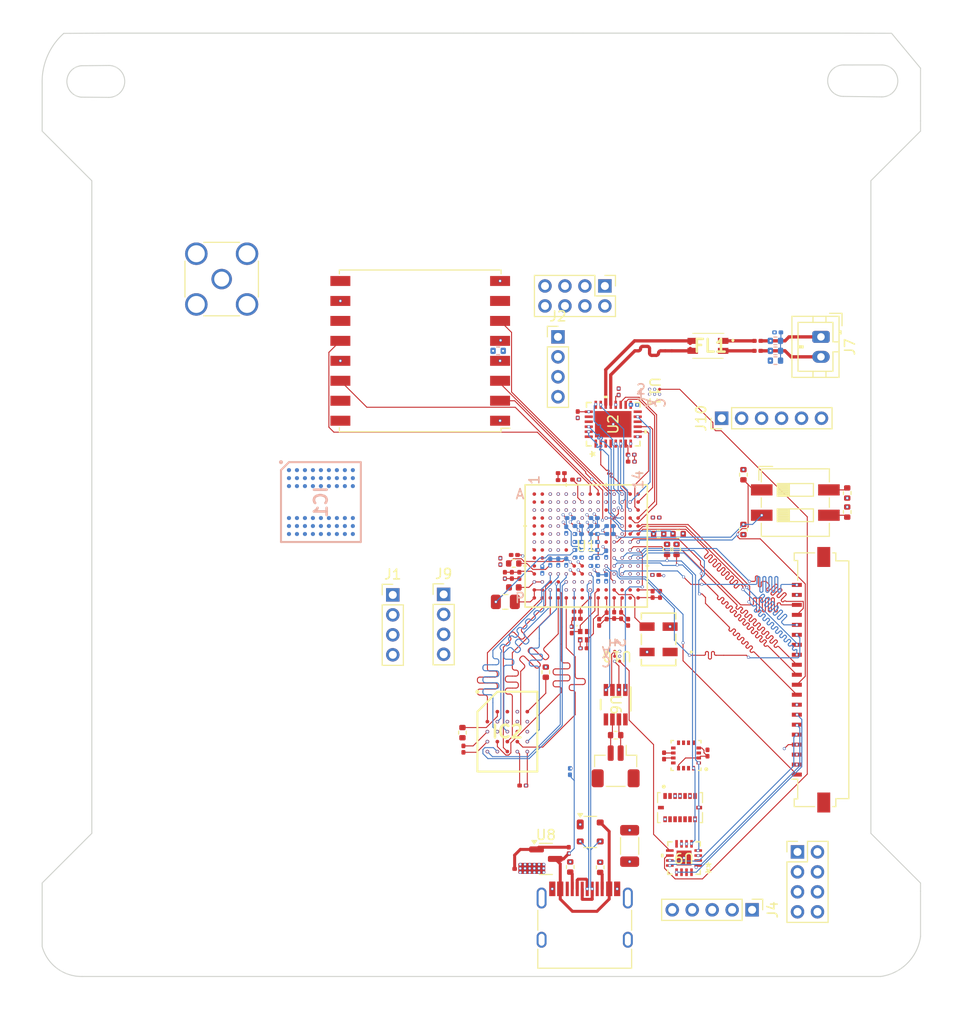
<source format=kicad_pcb>
(kicad_pcb (version 20240108) (generator "pcbnew") (generator_version "8.0")
  (layers (0 "F.Cu" signal) (1 "In1.Cu" signal) (2 "In2.Cu" signal) (31 "B.Cu" signal) (34 "B.Paste" user) (35 "F.Paste" user) (36 "B.SilkS" user "B.Silkscreen") (37 "F.SilkS" user "F.Silkscreen") (38 "B.Mask" user) (39 "F.Mask" user) (44 "Edge.Cuts" user))
  (net 0 "")
  (net 1 "DCDC_OUT")
  (net 2 "GND")
  (net 3 "Net-(U1E-VDD_HIGH_CAP)")
  (net 4 "DCDC_IN")
  (net 5 "Net-(U1E-VDD_SNVS_CAP)")
  (net 6 "Net-(U1E-NVCC_PLL)")
  (net 7 "Net-(U1D-RTC_XTALI)")
  (net 8 "Net-(U1D-RTC_XTALO)")
  (net 9 "Net-(U1D-XTALI)")
  (net 10 "Net-(U1D-DCDC_PSWITCH)")
  (net 11 "Net-(U1F-VDD_USB_CAP)")
  (net 12 "VBUS")
  (net 13 "/Flash & Memory/DQS")
  (net 14 "SPE_V")
  (net 15 "Net-(U3-CAP)")
  (net 16 "Net-(J7-Pin_1)")
  (net 17 "Net-(C55-Pad1)")
  (net 18 "Net-(C56-Pad1)")
  (net 19 "Net-(J7-Pin_2)")
  (net 20 "Net-(C57-Pad2)")
  (net 21 "TRD_P")
  (net 22 "TRD_M")
  (net 23 "CKE")
  (net 24 "A7")
  (net 25 "DQMH")
  (net 26 "DQ4")
  (net 27 "DQ1")
  (net 28 "DQ9")
  (net 29 "A11")
  (net 30 "A12")
  (net 31 "DQ0")
  (net 32 "A10")
  (net 33 "A8")
  (net 34 "A1")
  (net 36 "DQ8")
  (net 37 "~{CS}")
  (net 38 "BA1")
  (net 39 "A4")
  (net 40 "DQ3")
  (net 41 "DQML")
  (net 42 "DQ15")
  (net 43 "BA0")
  (net 44 "DQ7")
  (net 45 "DQ14")
  (net 46 "A9")
  (net 47 "A2")
  (net 48 "~{RAS}")
  (net 49 "A0")
  (net 50 "~{WE}")
  (net 51 "DQ10")
  (net 52 "A5")
  (net 53 "A3")
  (net 54 "DQ6")
  (net 55 "~{CAS}")
  (net 56 "DQ2")
  (net 57 "DQ5")
  (net 58 "A6")
  (net 59 "CLK")
  (net 60 "DQ11")
  (net 61 "DQ13")
  (net 62 "DQ12")
  (net 63 "HDQ3")
  (net 64 "HCLK")
  (net 65 "HDQ6")
  (net 66 "HCLK_B")
  (net 68 "SS0")
  (net 69 "HDQ2")
  (net 70 "HDQ0")
  (net 71 "HDQ5")
  (net 72 "HDQS")
  (net 73 "HDQ4")
  (net 74 "HDQ1")
  (net 75 "Net-(IC2-INT#)")
  (net 76 "Net-(IC2-RSTO#)")
  (net 77 "HDQ7")
  (net 78 "CSI_VSYNC")
  (net 79 "CSI_DATA_8")
  (net 80 "CSI_MCLK")
  (net 81 "CSI_DATA_4")
  (net 82 "CSI_DATA_2")
  (net 83 "CSI_DATA_7")
  (net 84 "LDO_EN")
  (net 85 "LPI2C2_SCL")
  (net 86 "CSI_DATA_5")
  (net 87 "CSI_DATA_3")
  (net 88 "CSI_DATA_6")
  (net 89 "CSI_HSYNC")
  (net 90 "XRS")
  (net 91 "CSI_PIXCLK")
  (net 92 "CSI_DATA_9")
  (net 93 "LPI2C2_SDA")
  (net 94 "LPI2C1_SDA")
  (net 95 "LPI2C1_SCL")
  (net 96 "Net-(J5-CC2)")
  (net 98 "USB_OTG1_DN")
  (net 99 "USB_OTG1_DP")
  (net 101 "Net-(J5-CC1)")
  (net 102 "CANH")
  (net 103 "CANL")
  (net 104 "Net-(J8-In)")
  (net 105 "LPUART3_TX")
  (net 106 "LPUART3_RX")
  (net 107 "LPUART2_TX")
  (net 108 "LPUART2_RX")
  (net 109 "LPI2C4_SDA")
  (net 110 "LPI2C4_SCL")
  (net 111 "LPSPI4_SDO")
  (net 112 "LPSPI4_SCK")
  (net 113 "LPSPI4_CS")
  (net 114 "LPSPI4_SDI")
  (net 115 "PWM2_A_3")
  (net 116 "PWM1_B_3")
  (net 117 "PWM1_A_3")
  (net 118 "PWM2_B_3")
  (net 119 "ADC2_15")
  (net 120 "ADC2_14")
  (net 121 "ADC2_2")
  (net 122 "ADC2_1")
  (net 123 "LPSPI3_CS")
  (net 124 "ENET_RX_DATA_0")
  (net 125 "ENET_RX_ER")
  (net 126 "RESET_N")
  (net 127 "PMIC_ON_REQ")
  (net 128 "Net-(U1D-XTALO)")
  (net 129 "CAN2_TX")
  (net 130 "INH")
  (net 131 "ENET_TX_DATA_0")
  (net 132 "PMIC_STBY_REQ")
  (net 133 "ONOFF")
  (net 135 "DIO4")
  (net 136 "ENET_TX_EN")
  (net 137 "ENET_TX_ER")
  (net 138 "SHDN")
  (net 139 "LPSPI3_SCK")
  (net 140 "DIO0")
  (net 141 "STB")
  (net 143 "HOPERF_RST")
  (net 144 "WAKE")
  (net 147 "RESET")
  (net 150 "ENET_RX_DATA_1")
  (net 152 "LPSPI3_SDO")
  (net 153 "CAN2_RX")
  (net 154 "ENET_REF_CLK")
  (net 155 "ENET_MDIO")
  (net 156 "LPSPI3_SDI")
  (net 157 "INT_N")
  (net 158 "ENET_TX_DATA_1")
  (net 159 "ENET_RX_EN")
  (net 160 "ENET_MDC")
  (net 161 "WAKEUP")
  (net 170 "Net-(U6-VCC)")
  (net 172 "SPE_SWITCH")
  (net 176 "CAN_SWITCH")
  (net 180 "GPIO_B0_13")
  (net 181 "Net-(R14-Pad2)")
  (net 182 "Net-(R15-Pad2)")
  (net 187 "+3.3V")
  (net 194 "Net-(L1-Pad2)")
  (net 211 "PWDN")
  (net 214 "GPIO_AD_B0_04")
  (footprint "Capacitor_SMD:C_0201_0603Metric" (layer "F.Cu") (at 158.23 91.7 180)
    (property "Reference" "C41" (hide yes))
    (property "Value" "4.7uF" (hide yes))
  )
  (footprint "footprints:YZP6" (layer "F.Cu") (at 168.53 101.85 180)
    (property "Reference" "U10")
    (property "Value" "TPS22921YZPR")
  )
  (footprint "Resistor_SMD:R_0402_1005Metric" (layer "F.Cu") (at 166.83 122.99 -90)
    (property "Reference" "R8" (hide yes))
    (property "Value" "5.1k" (hide yes))
  )
  (footprint "Capacitor_SMD:C_0201_0603Metric" (layer "F.Cu") (at 162.93 84.2)
    (property "Reference" "C58" (hide yes))
    (property "Value" "4.7uF" (hide yes))
  )
  (footprint "Capacitor_SMD:C_0201_0603Metric" (layer "F.Cu") (at 158.73 93.75 90)
    (property "Reference" "C25" (hide yes))
    (property "Value" "0.22uF" (hide yes))
  )
  (footprint "Resistor_SMD:R_0402_1005Metric" (layer "F.Cu") (at 158.17 92.55 180)
    (property "Reference" "R1" (hide yes))
    (property "Value" "30k" (hide yes))
  )
  (footprint "footprints:WE-XTAL_IQXC-146" (layer "F.Cu") (at 165.18 99.785 -90)
    (property "Reference" "Y2" (hide yes))
    (property "Value" "830107834801" (hide yes))
  )
  (footprint "Capacitor_SMD:C_0201_0603Metric" (layer "F.Cu") (at 163.68 121.3 -90)
    (property "Reference" "C53" (hide yes))
    (property "Value" "1uF" (hide yes))
  )
  (footprint "Capacitor_SMD:C_0201_0603Metric" (layer "F.Cu") (at 164.58 77.65 -90)
    (property "Reference" "C45" (hide yes))
    (property "Value" "0.47uF" (hide yes))
  )
  (footprint "Capacitor_SMD:C_0201_0603Metric" (layer "F.Cu") (at 168.93 97.77 90)
    (property "Reference" "C17" (hide yes))
    (property "Value" "0.22uF" (hide yes))
  )
  (footprint "Resistor_SMD:R_0402_1005Metric" (layer "F.Cu") (at 163.83 122.96 -90)
    (property "Reference" "R7" (hide yes))
    (property "Value" "5.1k" (hide yes))
  )
  (footprint "Capacitor_SMD:C_0201_0603Metric" (layer "F.Cu") (at 153.129999 111.15 90)
    (property "Reference" "C39" (hide yes))
    (property "Value" "4.7uF" (hide yes))
  )
  (footprint "footprints:QFN16_3x3MC_MCH" (layer "F.Cu") (at 175.23 122.0625 180)
    (property "Reference" "U9")
    (property "Value" "MCP23009-E/MG")
  )
  (footprint "Capacitor_SMD:C_0201_0603Metric" (layer "F.Cu") (at 172.43 87.95 180)
    (property "Reference" "C10" (hide yes))
    (property "Value" "4.7uF" (hide yes))
  )
  (footprint "Resistor_SMD:R_0402_1005Metric" (layer "F.Cu") (at 181.18 89.15 -90)
    (property "Reference" "R18" (hide yes))
    (property "Value" "10k" (hide yes))
  )
  (footprint "Connector_JST:JST_SH_BM02B-SRSS-TB_1x02-1MP_P1.00mm_Vertical" (layer "F.Cu") (at 168.38 112.875 180)
    (property "Reference" "J6" (hide yes))
    (property "Value" "Conn_01x02" (hide yes))
  )
  (footprint "Capacitor_SMD:C_0201_0603Metric" (layer "F.Cu") (at 172.08 95.65 90)
    (property "Reference" "C13" (hide yes))
    (property "Value" "0.22uF" (hide yes))
  )
  (footprint "Connector_PinHeader_2.00mm:PinHeader_1x04_P2.00mm_Vertical" (layer "F.Cu") (at 162.6 69.85)
    (property "Reference" "J2")
    (property "Value" "Conn_01x04_Pin" (hide yes))
  )
  (footprint "footprints:CDFN4_5X3P2_MCH" (layer "F.Cu") (at 172.68 100.15 180)
    (property "Reference" "Y1" (hide yes))
    (property "Value" "DSC1001BI5-024.0000" (hide yes))
  )
  (footprint "Capacitor_SMD:C_0201_0603Metric" (layer "F.Cu") (at 164.53 98.1)
    (property "Reference" "C12" (hide yes))
    (property "Value" "4.7uF" (hide yes))
  )
  (footprint "Capacitor_SMD:C_0201_0603Metric" (layer "F.Cu") (at 157.98 93.75 90)
    (property "Reference" "C24" (hide yes))
    (property "Value" "4.7uF" (hide yes))
  )
  (footprint "Inductor_SMD:L_0402_1005Metric" (layer "F.Cu") (at 158.18 94.95)
    (property "Reference" "L1" (hide yes))
    (property "Value" "4.7uH" (hide yes))
  )
  (footprint "Resistor_SMD:R_0402_1005Metric" (layer "F.Cu") (at 191.58 87.4 -90)
    (property "Reference" "R15" (hide yes))
    (property "Value" "1k" (hide yes))
  )
  (footprint "Capacitor_SMD:C_0201_0603Metric" (layer "F.Cu") (at 165.18 101.05 180)
    (property "Reference" "C22" (hide yes))
    (property "Value" "8pF" (hide yes))
  )
  (footprint "Capacitor_SMD:C_0201_0603Metric" (layer "F.Cu") (at 162.93 83.5)
    (property "Reference" "C37" (hide yes))
    (property "Value" "4.7uF" (hide yes))
  )
  (footprint "Capacitor_SMD:C_0201_0603Metric" (layer "F.Cu") (at 159.079999 114.8)
    (property "Reference" "C40" (hide yes))
    (property "Value" "100nF" (hide yes))
  )
  (footprint "Resistor_SMD:R_0402_1005Metric" (layer "F.Cu") (at 191.58 85.49 90)
    (property "Reference" "R14" (hide yes))
    (property "Value" "1k" (hide yes))
  )
  (footprint "Resistor_SMD:R_0402_1005Metric" (layer "F.Cu") (at 173.53 91.14 -90)
    (property "Reference" "R5" (hide yes))
    (property "Value" "10k" (hide yes))
  )
  (footprint "Resistor_SMD:R_0402_1005Metric" (layer "F.Cu") (at 174.64 89.6 180)
    (property "Reference" "R13" (hide yes))
    (property "Value" "1k" (hide yes))
  )
  (footprint "Capacitor_SMD:C_0201_0603Metric" (layer "F.Cu") (at 172.83 95.65 90)
    (property "Reference" "C14" (hide yes))
    (property "Value" "1uF" (hide yes))
  )
  (footprint "footprints:HOPERF_RFM95W_SMD" (layer "F.Cu") (at 148.8 71.25 180)
    (property "Reference" "U5" (hide yes))
    (property "Value" "RFM98W-433S2" (hide yes))
  )
  (footprint "Package_TO_SOT_SMD:SOT-23" (layer "F.Cu") (at 161.3925 122.15)
    (property "Reference" "U8")
    (property "Value" "XC6206P332PR-G" (hide yes))
  )
  (footprint "Capacitor_SMD:C_0201_0603Metric" (layer "F.Cu") (at 158.58 123.15)
    (property "Reference" "C54" (hide yes))
    (property "Value" "1uF" (hide yes))
  )
  (footprint "footprints:YZP6" (layer "F.Cu") (at 172.28 75.35 -90)
    (property "Reference" "U11")
    (property "Value" "TPS22921YZPR")
  )
  (footprint "Capacitor_SMD:C_0201_0603Metric" (layer "F.Cu") (at 167.48 97.8 90)
    (property "Reference" "C20" (hide yes))
    (property "Value" "0.22uF" (hide yes))
  )
  (footprint "Capacitor_SMD:C_0201_0603Metric" (layer "F.Cu") (at 169.63 98.45 90)
    (property "Reference" "C16" (hide yes))
    (property "Value" "4.7uF" (hide yes))
  )
  (footprint "Package_TO_SOT_SMD:SOT-143" (layer "F.Cu") (at 165.83 119.45)
    (property "Reference" "U7" (hide yes))
    (property "Value" "PRTR5V0U2X" (hide yes))
  )
  (footprint "Capacitor_SMD:C_0201_0603Metric" (layer "F.Cu") (at 164.53 97.375)
    (property "Reference" "C11" (hide yes))
    (property "Value" "0.22uF" (hide yes))
  )
  (footprint "Capacitor_SMD:C_0201_0603Metric" (layer "F.Cu") (at 156.83 92.345 -90)
    (property "Reference" "C43" (hide yes))
    (property "Value" "4.7uF" (hide yes))
  )
  (footprint "Capacitor_SMD:C_0805_2012Metric" (layer "F.Cu") (at 157.33 96.4 180)
    (property "Reference" "C30" (hide yes))
    (property "Value" "33uF" (hide yes))
  )
  (footprint "Connector_PinHeader_2.00mm:PinHeader_1x06_P2.00mm_Vertical" (layer "F.Cu") (at 179 78 90)
    (property "Reference" "J10")
    (property "Value" "Conn_01x06_Pin" (hide yes))
  )
  (footprint "Capacitor_SMD:C_0201_0603Metric" (layer "F.Cu") (at 164.38 84.15)
    (property "Reference" "C38" (hide yes))
    (property "Value" "100nF" (hide yes))
  )
  (footprint "footprints:MAPBGA196_12X12" (layer "F.Cu") (at 165.43 90.8)
    (property "Reference" "U1")
    (property "Value" "MIMXRT1052CVJ5B")
  )
  (footprint "Connector_PinHeader_2.00mm:PinHeader_1x04_P2.00mm_Vertical" (layer "F.Cu") (at 151.15 95.65)
    (property "Reference" "J9")
    (property "Value" "Conn_01x04_Pin" (hide yes))
  )
  (footprint "Capacitor_SMD:C_0201_0603Metric" (layer "F.Cu") (at 177.58 111.5425 90)
    (property "Reference" "C50" (hide yes))
    (property "Value" "1uF" (hide yes))
  )
  (footprint "footprints:BGA24C100P5X5_600X800X100" (layer "F.Cu") (at 157.529999 109.4)
    (property "Reference" "IC2")
    (property "Value" "S26KL512SDABHV020" (hide yes))
  )
  (footprint "footprints:DCN0008A_M" (layer "F.Cu") (at 168.38 106.7 -90)
    (property "Reference" "U6")
    (property "Value" "TCAN334" (hide yes))
  )
  (footprint "Capacitor_SMD:C_0201_0603Metric" (layer "F.Cu") (at 163.98 99.205 90)
    (property "Reference" "C21" (hide yes))
    (property "Value" "8pF" (hide yes))
  )
  (footprint "Connector_Coaxial:SMA_Amphenol_132134_Vertical" (layer "F.Cu") (at 128.91 64.06 90)
    (property "Reference" "J8" (hide yes))
    (property "Value" "Conn_Coaxial_Small" (hide yes))
  )
  (footprint "footprints:PQFN50P300X300X100-16N" (layer "F.Cu") (at 175.43 111.7875 180)
    (property "Reference" "U3" (hide yes))
    (property "Value" "MMC5983MA" (hide yes))
  )
  (footprint "Resistor_SMD:R_0402_1005Metric" (layer "F.Cu") (at 153.029999 109.5 90)
    (property "Reference" "R3" (hide yes))
    (property "Value" "10k" (hide yes))
  )
  (footprint "Connector_PinHeader_2.00mm:PinHeader_2x04_P2.00mm_Vertical" (layer "F.Cu") (at 186.6 121.45)
    (property "Reference" "J14" (hide yes))
    (property "Value" "Conn_02x04_Counter_Clockwise" (hide yes))
  )
  (footprint "Resistor_SMD:R_0402_1005Metric" (layer "F.Cu") (at 172.69 89.6 180)
    (property "Reference" "R16" (hide yes))
    (property "Value" "10k" (hide yes))
  )
  (footprint "Capacitor_SMD:C_0201_0603Metric" (layer "F.Cu") (at 169.93 81.65)
    (property "Reference" "C48" (hide yes))
    (property "Value" "0.01uF" (hide yes))
  )
  (footprint "Connector_USB:USB_C_Receptacle_HRO_TYPE-C-31-M-12" (layer "F.Cu") (at 165.28 129.2)
    (property "Reference" "J5" (hide yes))
    (property "Value" "USB_C_Receptacle_USB2.0" (hide yes))
  )
  (footprint "Resistor_SMD:R_0402_1005Metric" (layer "F.Cu") (at 168.38 109.75 180)
    (property "Reference" "R6" (hide yes))
    (property "Value" "120" (hide yes))
  )
  (footprint "Connector_PinHeader_2.00mm:PinHeader_1x05_P2.00mm_Vertical" (layer "F.Cu") (at 182.05 127.25 -90)
    (property "Reference" "J4")
    (property "Value" "Conn_01x05_Pin" (hide yes))
  )
  (footprint "Capacitor_SMD:C_0201_0603Metric" (layer "F.Cu") (at 173.23 111.8325 -90)
    (property "Reference" "C51" (hide yes))
    (property "Value" "10uF" (hide yes))
  )
  (footprint "Capacitor_SMD:C_0201_0603Metric" (layer "F.Cu") (at 182.595 71.25)
    (property "Reference" "C56" (hide yes))
    (property "Value" "100n" (hide yes))
  )
  (footprint "Connector_JST:JST_PH_B2B-PH-K_1x02_P2.00mm_Vertical" (layer "F.Cu") (at 188.95 69.85 -90)
    (property "Reference" "J7")
    (property "Value" "Conn_01x02" (hide yes))
  )
  (footprint "Button_Switch_SMD:SW_DIP_SPSTx02_Slide_6.7x6.64mm_W6.73mm_P2.54mm_LowProfile_JPin" (layer "F.Cu") (at 186.38 86.45)
    (property "Reference" "SW1" (hide yes))
    (property "Value" "SW_DIP_x02" (hide yes))
  )
  (footprint "Connector_PinHeader_2.00mm:PinHeader_1x04_P2.00mm_Vertical" (layer "F.Cu") (at 146.05 95.7)
    (property "Reference" "J1")
    (property "Value" "Conn_01x04_Pin" (hide yes))
  )
  (footprint "Capacitor_SMD:C_0201_0603Metric" (layer "F.Cu") (at 172.38 93.7)
    (property "Reference" "C32" (hide yes))
    (property "Value" "10uF" (hide yes))
  )
  (footprint "Connector_FFC-FPC:Molex_200528-0200_1x20-1MP_P1.00mm_Horizontal" (layer "F.Cu") (at 187.44 104.2 90)
    (property "Reference" "J3" (hide yes))
    (property "Value" "Conn_01x20" (hide yes))
  )
  (footprint "Capacitor_SMD:C_0201_0603Metric" (layer "F.Cu") (at 169.95 82.35)
    (property "Reference" "C47" (hide yes))
    (property "Value" "0.47uF" (hide yes))
  )
  (footprint "footprints:DLW32MH101XK2L" (layer "F.Cu") (at 177.625 70.75)
    (property "Reference" "FL1")
    (property "Value" "DLW32MH201XK2L" (hide yes))
  )
  (footprint "Inductor_SMD:L_1206_3216Metric" (layer "F.Cu") (at 169.78 120.85 90)
    (property "Reference" "L2" (hide yes))
    (property "Value" "60R@100MHz" (hide yes))
  )
  (footprint "Resistor_SMD:R_0402_1005Metric" (layer "F.Cu") (at 174.48 91.14 -90)
    (property "Reference" "R4" (hide yes))
    (property "Value" "10k" (hide yes))
  )
  (footprint "Resistor_SMD:R_0402_1005Metric" (layer "F.Cu") (at 181.18 83.66 -90)
    (property "Reference" "R17" (hide yes))
    (property "Value" "10k" (hide yes))
  )
  (footprint "Capacitor_SMD:C_0201_0603Metric" (layer "F.Cu") (at 168.23 97.75 90)
    (property "Reference" "C23" (hide yes))
    (property "Value" "18pF" (hide yes))
  )
  (footprint "Capacitor_SMD:C_0201_0603Metric" (layer "F.Cu") (at 168.68 75.355 90)
    (property "Reference" "C46" (hide yes))
    (property "Value" "0.01uF" (hide yes))
  )
  (footprint "footprints:VQFN28_RHF_TEX" (layer "F.Cu") (at 168.1369 78.600441 90)
    (property "Reference" "U2")
    (property "Value" "DP83TC813SRHFRQ1")
  )
  (footprint "Capacitor_SMD:C_0201_0603Metric" (layer "F.Cu") (at 182.6 70.25)
    (property "Reference" "C55" (hide yes))
    (property "Value" "100n" (hide yes))
  )
  (footprint "Connector_PinHeader_2.00mm:PinHeader_2x04_P2.00mm_Vertical" (layer "F.Cu") (at 167.3 64.75 -90)
    (property "Reference" "J13" (hide yes))
    (property "Value" "Conn_02x04_Counter_Clockwise" (hide yes))
  )
  (footprint "footprints:PQFN50P450X300X100-16N" (layer "F.Cu") (at 174.83 117.0125)
    (property "Reference" "U4" (hide yes))
    (property "Value" "BMI088" (hide yes))
  )
  (footprint "Capacitor_SMD:C_0201_0603Metric" (layer "F.Cu") (at 166.73 98.45 90)
    (property "Reference" "C19" (hide yes))
    (property "Value" "4.7uF" (hide yes))
  )
  (footprint "Capacitor_SMD:C_0201_0603Metric" (layer "F.Cu") (at 157.28 93.75 90)
    (property "Reference" "C28" (hide yes))
    (property "Value" "22uF" (hide yes))
  )
  (footprint "Resistor_SMD:R_0402_1005Metric" (layer "F.Cu") (at 161.38 103.44 -90)
    (property "Reference" "R2" (hide yes))
    (property "Value" "10k" (hide yes))
  )
  (footprint "Capacitor_SMD:C_0201_0603Metric" (layer "B.Cu") (at 184.615 69.4)
    (property "Reference" "C57" (hide yes))
    (property "Value" "4.7n" (hide yes))
  )
  (footprint "footprints:BGA54C80P9X9_800X800X120" (layer "B.Cu") (at 138.85 86.4 -90)
    (property "Reference" "IC1")
    (property "Value" "IS42S16160J-6BLI" (hide yes))
  )
  (footprint "Capacitor_SMD:C_0201_0603Metric" (layer "B.Cu") (at 166.225 88.8 180)
    (property "Reference" "C1" (hide yes))
    (property "Value" "0.22uF" (hide yes))
  )
  (footprint "Capacitor_SMD:C_0201_0603Metric" (layer "B.Cu") (at 163.8 113.4 90)
    (property "Reference" "C34" (hide yes))
    (property "Value" "1uF" (hide yes))
  )
  (footprint "Capacitor_SMD:C_0201_0603Metric" (layer "B.Cu") (at 166.23 92.8)
    (property "Reference" "C33" (hide yes))
    (property "Value" "0.1uF" (hide yes))
  )
  (footprint "Capacitor_SMD:C_0201_0603Metric" (layer "B.Cu") (at 167.825 89.6 180)
    (property "Reference" "C9" (hide yes))
    (property "Value" "0.22uF" (hide yes))
  )
  (footprint "Capacitor_SMD:C_0201_0603Metric" (layer "B.Cu") (at 167.43 91.6 90)
    (property "Reference" "C59" (hide yes))
    (property "Value" "100nF" (hide yes))
  )
  (footprint "Capacitor_SMD:C_0201_0603Metric" (layer "B.Cu") (at 163.43 92.4 90)
    (property "Reference" "C44" (hide yes))
    (property "Value" "100nF" (hide yes))
  )
  (footprint "Capacitor_SMD:C_0201_0603Metric" (layer "B.Cu") (at 163.43 89.2 90)
    (property "Reference" "C36" (hide yes))
    (property "Value" "100nF" (hide yes))
  )
  (footprint "Capacitor_SMD:C_0201_0603Metric" (layer "B.Cu") (at 161.03 93.205 -90)
    (property "Reference" "C27" (hide yes))
    (property "Value" "0.22uF" (hide yes))
  )
  (footprint "Capacitor_SMD:C_0201_0603Metric" (layer "B.Cu") (at 166.225 91.2)
    (property "Reference" "C4" (hide yes))
    (property "Value" "0.22uF" (hide yes))
  )
  (footprint "Capacitor_SMD:C_0201_0603Metric" (layer "B.Cu") (at 162.63 92.4 -90)
    (property "Reference" "C26" (hide yes))
    (property "Value" "0.22uF" (hide yes))
  )
  (footprint "Capacitor_SMD:C_0201_0603Metric" (layer "B.Cu") (at 166.225 92)
    (property "Reference" "C3" (hide yes))
    (property "Value" "0.22uF" (hide yes))
  )
  (footprint "Capacitor_SMD:C_0201_0603Metric" (layer "B.Cu") (at 164.63 91.2 180)
    (property "Reference" "C8" (hide yes))
    (property "Value" "0.22uF" (hide yes))
  )
  (footprint "Capacitor_SMD:C_0201_0603Metric" (layer "B.Cu") (at 167.43 94 -90)
    (property "Reference" "C15" (hide yes))
    (property "Value" "0.22uF" (hide yes))
  )
  (footprint "Capacitor_SMD:C_0201_0603Metric" (layer "B.Cu") (at 164.63 88.8 180)
    (property "Reference" "C2" (hide yes))
    (property "Value" "0.22uF" (hide yes))
  )
  (footprint "Capacitor_SMD:C_0201_0603Metric" (layer "B.Cu") (at 164.65 91.95)
    (property "Reference" "C42" (hide yes))
    (property "Value" "100nF" (hide yes))
  )
  (footprint "Capacitor_SMD:C_0201_0603Metric" (layer "B.Cu") (at 164.63 90.4 180)
    (property "Reference" "C29" (hide yes))
    (property "Value" "0.22uF" (hide yes))
  )
  (footprint "Resistor_SMD:R_0402_1005Metric" (layer "B.Cu") (at 184.39 72.23 180)
    (property "Reference" "R11" (hide yes))
    (property "Value" "100k" (hide yes))
  )
  (footprint "Capacitor_SMD:C_0201_0603Metric" (layer "B.Cu") (at 167.8 88.8)
    (property "Reference" "C61" (hide yes))
    (property "Value" "100nF" (hide yes))
  )
  (footprint "Capacitor_SMD:C_0201_0603Metric" (layer "B.Cu") (at 166.63 94 -90)
    (property "Reference" "C18" (hide yes))
    (property "Value" "0.22uF" (hide yes))
  )
  (footprint "Resistor_SMD:R_0402_1005Metric" (layer "B.Cu") (at 184.385 70.25)
    (property "Reference" "R9" (hide yes))
    (property "Value" "1k" (hide yes))
  )
  (footprint "Capacitor_SMD:C_0201_0603Metric" (layer "B.Cu") (at 170.23 76.65)
    (property "Reference" "C49" (hide yes))
    (property "Value" "0.1uF" (hide yes))
  )
  (footprint "Resistor_SMD:R_0402_1005Metric" (layer "B.Cu") (at 184.39 71.25)
    (property "Reference" "R10" (hide yes))
    (property "Value" "1k" (hide yes))
  )
  (footprint "Capacitor_SMD:C_0201_0603Metric" (layer "B.Cu") (at 166.225 89.6)
    (property "Reference" "C6" (hide yes))
    (property "Value" "0.22uF" (hide yes))
  )
  (footprint "Capacitor_SMD:C_0201_0603Metric" (layer "B.Cu") (at 163.835 88 180)
    (property "Reference" "C35" (hide yes))
    (property "Value" "100nF" (hide yes))
  )
  (footprint "Capacitor_SMD:C_0201_0603Metric" (layer "B.Cu") (at 166.225 88)
    (property "Reference" "C60" (hide yes))
    (property "Value" "100nF" (hide yes))
  )
  (footprint "Capacitor_SMD:C_0201_0603Metric" (layer "B.Cu") (at 164.63 89.6 180)
    (property "Reference" "C7" (hide yes))
    (property "Value" "0.22uF" (hide yes))
  )
  (footprint "Capacitor_SMD:C_0201_0603Metric" (layer "B.Cu") (at 161.83 92.405 -90)
    (property "Reference" "C31" (hide yes))
    (property "Value" "0.22uF" (hide yes))
  )
  (footprint "Resistor_SMD:R_0402_1005Metric" (layer "B.Cu") (at 156.61 71.25)
    (property "Reference" "R12" (hide yes))
    (property "Value" "10k" (hide yes))
  )
  (footprint "Capacitor_SMD:C_0201_0603Metric" (layer "B.Cu") (at 166.225 90.4)
    (property "Reference" "C5" (hide yes))
    (property "Value" "0.22uF" (hide yes))
  )
  (gr_line (start 115.9 119.5882) (end 115.9 54.2118) (stroke (width 0.1)) (layer "Edge.Cuts"))
  (gr_arc (start 114.9232 133.9294) (mid 112.410818 133.112576) (end 110.9232 130.9294) (stroke (width 0.1)) (layer "Edge.Cuts"))
  (gr_line (start 154.4732 39.418722) (end 164.0236 39.418722) (stroke (width 0.1)) (layer "Edge.Cuts"))
  (gr_line (start 113.08672 39.444245) (end 117.556362 39.418722) (stroke (width 0.1)) (layer "Edge.Cuts"))
  (gr_line (start 114.846164 45.833713) (end 117.596362 45.858722) (stroke (width 0.1)) (layer "Edge.Cuts"))
  (gr_line (start 191.196362 45.758722) (end 195.046362 45.808722) (stroke (width 0.1)) (layer "Edge.Cuts"))
  (gr_line (start 114.896139 42.684506) (end 117.596362 42.658722) (stroke (width 0.1)) (layer "Edge.Cuts"))
  (gr_line (start 194.9232 133.9294) (end 114.9232 133.9294) (stroke (width 0.1)) (layer "Edge.Cuts"))
  (gr_line (start 198.9232 48.200522) (end 198.9232 49.235) (stroke (width 0.1)) (layer "Edge.Cuts"))
  (gr_line (start 193.95 79.775) (end 193.95 119.5918) (stroke (width 0.1)) (layer "Edge.Cuts"))
  (gr_line (start 196.021362 39.433722) (end 198.9232 42.9294) (stroke (width 0.1)) (layer "Edge.Cuts"))
  (gr_line (start 110.9232 49.235) (end 115.9 54.2118) (stroke (width 0.1)) (layer "Edge.Cuts"))
  (gr_line (start 165.181362 39.418722) (end 164.0236 39.418722) (stroke (width 0.1)) (layer "Edge.Cuts"))
  (gr_line (start 110.9232 125.855) (end 110.9232 124.565) (stroke (width 0.1)) (layer "Edge.Cuts"))
  (gr_line (start 110.9232 124.565) (end 115.9 119.5882) (stroke (width 0.1)) (layer "Edge.Cuts"))
  (gr_arc (start 195.046362 42.608722) (mid 196.646378 44.2087) (end 195.046362 45.808722) (stroke (width 0.1)) (layer "Edge.Cuts"))
  (gr_line (start 198.9232 48.200522) (end 198.9232 42.9294) (stroke (width 0.1)) (layer "Edge.Cuts"))
  (gr_line (start 190.581362 39.418722) (end 196.021362 39.433722) (stroke (width 0.1)) (layer "Edge.Cuts"))
  (gr_line (start 195.046362 42.608722) (end 191.246337 42.609515) (stroke (width 0.1)) (layer "Edge.Cuts"))
  (gr_line (start 198.9232 49.235) (end 193.95 54.2082) (stroke (width 0.1)) (layer "Edge.Cuts"))
  (gr_line (start 153.116362 39.418722) (end 154.4732 39.418722) (stroke (width 0.1)) (layer "Edge.Cuts"))
  (gr_arc (start 110.9232 44.4294) (mid 111.458077 41.699479) (end 113.08672 39.444245) (stroke (width 0.1)) (layer "Edge.Cuts"))
  (gr_arc (start 198.9232 129.9294) (mid 197.599606 132.605806) (end 194.9232 133.9294) (stroke (width 0.1)) (layer "Edge.Cuts"))
  (gr_line (start 198.9232 125.387) (end 198.9232 124.565) (stroke (width 0.1)) (layer "Edge.Cuts"))
  (gr_line (start 110.9232 49.235) (end 110.9232 44.4294) (stroke (width 0.1)) (layer "Edge.Cuts"))
  (gr_arc (start 114.846164 45.833713) (mid 113.401876 44.235794) (end 114.896139 42.684506) (stroke (width 0.1)) (layer "Edge.Cuts"))
  (gr_line (start 198.9232 125.387) (end 198.9232 129.9294) (stroke (width 0.1)) (layer "Edge.Cuts"))
  (gr_line (start 110.9232 130.9294) (end 110.9232 125.855) (stroke (width 0.1)) (layer "Edge.Cuts"))
  (gr_line (start 193.95 79.775) (end 193.95 54.2082) (stroke (width 0.1)) (layer "Edge.Cuts"))
  (gr_arc (start 191.196362 45.758722) (mid 189.621576 44.158709) (end 191.246337 42.609515) (stroke (width 0.1)) (layer "Edge.Cuts"))
  (gr_arc (start 117.596362 42.658722) (mid 119.196378 44.258722) (end 117.596362 45.858722) (stroke (width 0.1)) (layer "Edge.Cuts"))
  (gr_line (start 165.181362 39.418722) (end 190.581362 39.418722) (stroke (width 0.1)) (layer "Edge.Cuts"))
  (gr_line (start 153.116362 39.418722) (end 117.556362 39.418722) (stroke (width 0.1)) (layer "Edge.Cuts"))
  (gr_line (start 198.9232 124.565) (end 193.95 119.5918) (stroke (width 0.1)) (layer "Edge.Cuts"))
  (segment (start 164.638998 89.208998) (end 165.03 89.6) (width 0.1) (layer "F.Cu") (net 1))
  (segment (start 166.63 89.6) (end 165.83 89.6) (width 0.1) (layer "F.Cu") (net 1))
  (segment (start 166.63 89.6) (end 166.63 92) (width 0.1) (layer "F.Cu") (net 1))
  (segment (start 157.695 94.95) (end 157.695 95.085) (width 0.1) (layer "F.Cu") (net 1))
  (segment (start 157.695 95.085) (end 156.38 96.4) (width 0.1) (layer "F.Cu") (net 1))
  (segment (start 165.631216 89.401216) (end 165.631216 89.178812) (width 0.1) (layer "F.Cu") (net 1))
  (segment (start 165.83 89.6) (end 165.631216 89.401216) (width 0.1) (layer "F.Cu") (net 1))
  (segment (start 164.638998 89.199999) (end 164.638998 89.208998) (width 0.1) (layer "F.Cu") (net 1))
  (via (at 164.23 90.4) (size 0.3) (drill 0.2) (layers "F.Cu" "B.Cu") (net 1))
  (via (at 164.23 89.6) (size 0.3) (drill 0.2) (layers "F.Cu" "B.Cu") (net 1))
  (via (at 164.638998 89.199999) (size 0.3) (drill 0.2) (layers "F.Cu" "B.Cu") (net 1))
  (via (at 164.23 91.2) (size 0.3) (drill 0.2) (layers "F.Cu" "B.Cu") (net 1))
  (via (at 166.63 91.2) (size 0.3) (drill 0.2) (layers "F.Cu" "B.Cu") (net 1))
  (via (at 165.631216 89.178812) (size 0.3) (drill 0.2) (layers "F.Cu" "B.Cu") (net 1))
  (via (at 166.63 92) (size 0.3) (drill 0.2) (layers "F.Cu" "B.Cu") (net 1))
  (via (at 166.63 89.6) (size 0.3) (drill 0.2) (layers "F.Cu" "B.Cu") (net 1))
  (via (at 172.11 87.95) (size 0.3) (drill 0.2) (layers "F.Cu" "B.Cu") (net 1))
  (via (at 166.63 90.4) (size 0.3) (drill 0.2) (layers "F.Cu" "B.Cu") (net 1))
  (via (at 156.38 96.4) (size 0.3) (drill 0.2) (layers "F.Cu" "B.Cu") (net 1))
  (segment (start 166.545 90.4) (end 166.45 90.305) (width 0.1) (layer "B.Cu") (net 1))
  (segment (start 163.81 91.7) (end 164.31 91.2) (width 0.1) (layer "B.Cu") (net 1))
  (segment (start 156.38 96.4) (end 160.78 92) (width 0.1) (layer "B.Cu") (net 1))
  (segment (start 166.63 90.4) (end 166.545 90.4) (width 0.1) (layer "B.Cu") (net 1))
  (segment (start 166.63 91.2) (end 166.45 91.2) (width 0.1) (layer "B.Cu") (net 1))
  (segment (start 164.638998 89.199999) (end 164.638998 89.128998) (width 0.1) (layer "B.Cu") (net 1))
  (segment (start 160.78 92) (end 161.328676 92) (width 0.1) (layer "B.Cu") (net 1))
  (segment (start 164.638998 89.128998) (end 164.31 88.8) (width 0.1) (layer "B.Cu") (net 1))
  (segment (start 166.63 92) (end 166.45 92) (width 0.1) (layer "B.Cu") (net 1))
  (segment (start 161.628676 91.7) (end 163.81 91.7) (width 0.1) (layer "B.Cu") (net 1))
  (segment (start 166.63 89.6) (end 167.31 89.6) (width 0.1) (layer "B.Cu") (net 1))
  (segment (start 165.631216 89.178812) (end 165.631216 88.978784) (width 0.1) (layer "B.Cu") (net 1))
  (segment (start 165.631216 88.978784) (end 165.81 88.8) (width 0.1) (layer "B.Cu") (net 1))
  (segment (start 161.328676 92) (end 161.628676 91.7) (width 0.1) (layer "B.Cu") (net 1))
  (segment (start 160.230001 95.2) (end 160.230001 95.999999) (width 0.1) (layer "F.Cu") (net 2))
  (segment (start 163.68 120.98) (end 160.675 120.98) (width 0.3) (layer "F.Cu") (net 2))
  (segment (start 173.345 112.0375) (end 173.23 112.1525) (width 0.1) (layer "F.Cu") (net 2))
  (segment (start 172.7722 93.7722) (end 173.192133 93.7722) (width 0.1) (layer "F.Cu") (net 2))
  (segment (start 176.45 123) (end 176.464901 123) (width 0.1) (layer "F.Cu") (net 2))
  (segment (start 164.21 98.1) (end 164.21 97.375) (width 0.1) (layer "F.Cu") (net 2))
  (segment (start 168.28 102.35) (end 168.28 102.4) (width 0.1) (layer "F.Cu") (net 2))
  (segment (start 169.63 98.77) (end 169.61 98.77) (width 0.1) (layer "F.Cu") (net 2))
  (segment (start 167.43 86.400001) (end 167.38 86.400001) (width 0.1) (layer "F.Cu") (net 2))
  (segment (start 168.704998 105.2) (end 168.704998 105.224999) (width 0.1) (layer "F.Cu") (net 2))
  (segment (start 163.25 83.5) (end 163.25 84.2) (width 0.1) (layer "F.Cu") (net 2))
  (segment (start 167.41 98.07) (end 168.23 98.07) (width 0.1) (layer "F.Cu") (net 2))
  (segment (start 166.73 98.75) (end 167.41 98.07) (width 0.1) (layer "F.Cu") (net 2))
  (segment (start 157.28 94.07) (end 157.98 94.07) (width 0.1) (layer "F.Cu") (net 2))
  (segment (start 166.63 93.6) (end 166.23 93.2) (width 0.1) (layer "F.Cu") (net 2))
  (segment (start 158.26 123.15) (end 158.26 121.77) (width 0.3) (layer "F.Cu") (net 2))
  (segment (start 160.675 120.98) (end 160.455 121.2) (width 0.3) (layer "F.Cu") (net 2))
  (segment (start 174.155 112.0375) (end 173.345 112.0375) (width 0.1) (layer "F.Cu") (net 2))
  (segment (start 172.83 95.97) (end 170.659998 95.97) (width 0.1) (layer "F.Cu") (net 2))
  (segment (start 169.61 98.77) (end 168.93 98.09) (width 0.1) (layer "F.Cu") (net 2))
  (segment (start 158.28 96.4) (end 159.83 96.4) (width 0.1) (layer "F.Cu") (net 2))
  (segment (start 158.83 121.2) (end 160.455 121.2) (width 0.3) (layer "F.Cu") (net 2))
  (segment (start 158.26 121.77) (end 158.83 121.2) (width 0.3) (layer "F.Cu") (net 2))
  (segment (start 159.529999 114.67) (end 159.399999 114.8) (width 0.1) (layer "F.Cu") (net 2))
  (segment (start 164.83 100.25) (end 164.83 101.02) (width 0.1) (layer "F.Cu") (net 2))
  (segment (start 164.83 101.02) (end 164.86 101.05) (width 0.1) (layer "F.Cu") (net 2))
  (segment (start 163.93 98.885) (end 163.98 98.885) (width 0.1) (layer "F.Cu") (net 2))
  (segment (start 153.129999 110.83) (end 154.099999 110.83) (width 0.1) (layer "F.Cu") (net 2))
  (segment (start 164.83 100.2) (end 164.83 100.25) (width 0.1) (layer "F.Cu") (net 2))
  (segment (start 176.464901 123) (end 176.6524 122.812501) (width 0.1) (layer "F.Cu") (net 2))
  (segment (start 163.98 98.885) (end 163.98 98.33) (width 0.1) (layer "F.Cu") (net 2))
  (segment (start 163.98 98.33) (end 164.21 98.1) (width 0.1) (layer "F.Cu") (net 2))
  (segment (start 157.98 94.07) (end 158.73 94.07) (width 0.1) (layer "F.Cu") (net 2))
  (segment (start 168.23 98.07) (end 168.91 98.07) (width 0.1) (layer "F.Cu") (net 2))
  (segment (start 172.7 93.7) (end 172.7722 93.7722) (width 0.1) (layer "F.Cu") (net 2))
  (segment (start 166.73 98.77) (end 166.73 98.75) (width 0.1) (layer "F.Cu") (net 2))
  (segment (start 168.704998 102.824998) (end 168.704998 105.2) (width 0.1) (layer "F.Cu") (net 2))
  (segment (start 168.91 98.07) (end 168.93 98.09) (width 0.1) (layer "F.Cu") (net 2))
  (segment (start 170.27 82.35) (end 170.27 81.67) (width 0.1) (layer "F.Cu") (net 2))
  (segment (start 170.659998 95.97) (end 170.629999 95.999999) (width 0.1) (layer "F.Cu") (net 2))
  (segment (start 161.030001 95.2) (end 160.230001 95.2) (width 0.1) (layer "F.Cu") (net 2))
  (segment (start 154.099999 110.83) (end 155.529999 109.4) (width 0.1) (layer "F.Cu") (net 2))
  (segment (start 170.27 81.67) (end 170.25 81.65) (width 0.1) (layer "F.Cu") (net 2))
  (segment (start 168.28 102.4) (end 168.704998 102.824998) (width 0.1) (layer "F.Cu") (net 2))
  (segment (start 159.83 96.4) (end 160.230001 95.999999) (width 0.1) (layer "F.Cu") (net 2))
  (segment (start 159.529999 111.4) (end 159.529999 114.67) (width 0.1) (layer "F.Cu") (net 2))
  (segment (start 164.23 92.8) (end 163.83 92.4) (width 0.1) (layer "F.Cu") (net 2))
  (via (at 161.030001 92.8) (size 0.3) (drill 0.2) (layers "F.Cu" "B.Cu") (net 2))
  (via (at 173.192133 93.7722) (size 0.3) (drill 0.2) (layers "F.Cu" "B.Cu") (net 2))
  (via (at 170.25 81.65) (size 0.3) (drill 0.2) (layers "F.Cu" "B.Cu") (net 2))
  (via (at 163.83 92.4) (size 0.3) (drill 0.2) (layers "F.Cu" "B.Cu") (net 2))
  (via (at 176.45 123) (size 0.3) (drill 0.2) (layers "F.Cu" "B.Cu") (net 2))
  (via (at 159.399999 114.8) (size 0.3) (drill 0.2) (layers "F.Cu" "B.Cu") (net 2))
  (via (at 184.295 69.4) (size 0.3) (drill 0.2) (layers "F.Cu" "B.Cu") (net 2))
  (via (at 162.03 125.155) (size 0.3) (drill 0.2) (layers "F.Cu" "B.Cu") (net 2))
  (via (at 165.83 92) (size 0.3) (drill 0.2) (layers "F.Cu" "B.Cu") (net 2))
  (via (at 173.33 118.1775) (size 0.3) (drill 0.2) (layers "F.Cu" "B.Cu") (net 2))
  (via (at 165.03 90.4) (size 0.3) (drill 0.2) (layers "F.Cu" "B.Cu") (net 2))
  (via (at 157.529999 108.4) (size 0.3) (drill 0.2) (layers "F.Cu" "B.Cu") (net 2))
  (via (at 159.529999 111.4) (size 0.3) (drill 0.2) (layers "F.Cu" "B.Cu") (net 2))
  (via (at 156.8 64.25) (size 0.3) (drill 0.2) (layers "F.Cu" "B.Cu") (net 2))
  (via (at 175.83 115.8475) (size 0.3) (drill 0.2) (layers "F.Cu" "B.Cu") (net 2))
  (via (at 163.93 98.885) (size 0.3) (drill 0.2) (layers "F.Cu" "B.Cu") (net 2))
  (via (at 169.83 92.8) (size 0.3) (drill 0.2) (layers "F.Cu" "B.Cu") (net 2))
  (via (at 163.93 113.08) (size 0.3) (drill 0.2) (layers "F.Cu" "B.Cu") (net 2))
  (via (at 163.83 122.45) (size 0.3) (drill 0.2) (layers "F.Cu" "B.Cu") (net 2))
  (via (at 155.529999 109.4) (size 0.3) (drill 0.2) (layers "F.Cu" "B.Cu") (net 2))
  (via (at 169.78 122.425) (size 0.3) (drill 0.2) (layers "F.Cu" "B.Cu") (net 2))
  (via (at 181.18 83.15) (size 0.3) (drill 0.2) (layers "F.Cu" "B.Cu") (net 2))
  (via (at 159.529999 109.4) (size 0.3) (drill 0.2) (layers "F.Cu" "B.Cu") (net 2))
  (via (at 165.83 90.4) (size 0.3) (drill 0.2) (layers "F.Cu" "B.Cu") (net 2))
  (via (at 164.83 100.25) (size 0.3) (drill 0.2) (layers "F.Cu" "B.Cu") (net 2))
  (via (at 168.68 75.035) (size 0.3) (drill 0.2) (layers "F.Cu" "B.Cu") (net 2))
  (via (at 168.704998 105.2) (size 0.3) (drill 0.2) (layers "F.Cu" "B.Cu") (net 2))
  (via (at 181.18 89.66) (size 0.3) (drill 0.2) (layers "F.Cu" "B.Cu") (net 2))
  (via (at 174.83 115.8475) (size 0.3) (drill 0.2) (layers "F.Cu" "B.Cu") (net 2))
  (via (at 173.2 89.6) (size 0.3) (drill 0.2) (layers "F.Cu" "B.Cu") (net 2))
  (via (at 165.83 95.2) (size 0.3) (drill 0.2) (layers "F.Cu" "B.Cu") (net 2))
  (via (at 165.03 91.2) (size 0.3) (drill 0.2) (layers "F.Cu" "B.Cu") (net 2))
  (via (at 163.43 86.400001) (size 0.3) (drill 0.2) (layers "F.Cu" "B.Cu") (net 2))
  (via (at 172.78 75.6) (size 0.3) (drill 0.2) (layers "F.Cu" "B.Cu") (net 2))
  (via (at 169.78 119.275) (size 0.3) (drill 0.2) (layers "F.Cu" "B.Cu") (net 2))
  (via (at 175.23 122.0625) (size 0.3) (drill 0.2) (layers "F.Cu" "B.Cu") (net 2))
  (via (at 164.83 118.7) (size 0.3) (drill 0.2) (layers "F.Cu" "B.Cu") (net 2))
  (via (at 183.88 72.23) (size 0.3) (drill 0.2) (layers "F.Cu" "B.Cu") (net 2))
  (via (at 163.43 95.2) (size 0.3) (drill 0.2) (layers "F.Cu" "B.Cu") (net 2))
  (via (at 165.83 91.2) (size 0.3) (drill 0.2) (layers "F.Cu" "B.Cu") (net 2))
  (via (at 164.86 101.05) (size 0.3) (drill 0.2) (layers "F.Cu" "B.Cu") (net 2))
  (via (at 166.83 122.48) (size 0.3) (drill 0.2) (layers "F.Cu" "B.Cu") (net 2))
  (via (at 166.23 93.2) (size 0.3) (drill 0.2) (layers "F.Cu" "B.Cu") (net 2))
  (via (at 186.53 95.7) (size 0.3) (drill 0.2) (layers "F.Cu" "B.Cu") (net 2))
  (via (at 170.27 82.35) (size 0.3) (drill 0.2) (layers "F.Cu" "B.Cu") (net 2))
  (via (at 159.529999 108.4) (size 0.3) (drill 0.2) (layers "F.Cu" "B.Cu") (net 2))
  (via (at 164.7 84.15) (size 0.3) (drill 0.2) (layers "F.Cu" "B.Cu") (net 2))
  (via (at 168.1369 78.600441) (size 0.3) (drill 0.2) (layers "F.Cu" "B.Cu") (net 2))
  (via (at 166.63 92.8) (size 0.3) (drill 0.2) (layers "F.Cu" "B.Cu") (net 2))
  (via (at 164.58 77.97) (size 0.3) (drill 0.2) (layers "F.Cu" "B.Cu") (net 2))
  (via (at 157.28 94.07) (size 0.3) (drill 0.2) (layers "F.Cu" "B.Cu") (net 2))
  (via (at 170.55 76.65) (size 0.3) (drill 0.2) (layers "F.Cu" "B.Cu") (net 2))
  (via (at 173.832401 98.88) (size 0.3) (drill 0.2) (layers "F.Cu" "B.Cu") (net 2))
  (via (at 186.53 112.7) (size 0.3) (drill 0.2) (layers "F.Cu" "B.Cu") (net 2))
  (via (at 156.83 92.665) (size 0.3) (drill 0.2) (layers "F.Cu" "B.Cu") (net 2))
  (via (at 167.38 86.400001) (size 0.3) (drill 0.2) (layers "F.Cu" "B.Cu") (net 2))
  (via (at 156.8 78.25) (size 0.3) (drill 0.2) (layers "F.Cu" "B.Cu") (net 2))
  (via (at 140.8 66.25) (size 0.3) (drill 0.2) (layers "F.Cu" "B.Cu") (net 2))
  (via (at 165.03 92) (size 0.3) (drill 0.2) (layers "F.Cu" "B.Cu") (net 2))
  (via (at 168.53 125.155) (size 0.3) (drill 0.2) (layers "F.Cu" "B.Cu") (net 2))
  (via (at 168.28 102.35) (size 0.3) (drill 0.2) (layers "F.Cu" "B.Cu") (net 2))
  (via (at 172.75 87.95) (size 0.3) (drill 0.2) (layers "F.Cu" "B.Cu") (net 2))
  (segment (start 165.83 92) (end 166.18 91.65) (width 0.1) (layer "B.Cu") (net 2))
  (segment (start 168.12 88.8) (end 168.145 88.825) (width 0.1) (layer "B.Cu") (net 2))
  (segment (start 165.905 89.6) (end 165.905 89.44) (width 0.1) (layer "B.Cu") (net 2))
  (segment (start 165.855 90.4) (end 165.88 90.375) (width 0.1) (layer "B.Cu") (net 2))
  (segment (start 164.95 88.8) (end 165.03 88.88) (width 0.1) (layer "B.Cu") (net 2))
  (segment (start 166.23 93.2) (end 166.23 93.28) (width 0.1) (layer "B.Cu") (net 2))
  (segment (start 163.51 92.08) (end 163.83 92.4) (width 0.1) (layer "B.Cu") (net 2))
  (segment (start 166.545 88) (end 166.545 88.8) (width 0.1) (layer "B.Cu") (net 2))
  (segment (start 165.83 90.4) (end 165.905 90.325) (width 0.1) (layer "B.Cu") (net 2))
  (segment (start 165.905 89.44) (end 166.545 88.8) (width 0.1) (layer "B.Cu") (net 2))
  (segment (start 164.95 90.32) (end 164.95 89.6) (width 0.1) (layer "B.Cu") (net 2))
  (segment (start 165.03 91.2) (end 164.68 90.85) (width 0.1) (layer "B.Cu") (net 2))
  (segment (start 162.63 92.08) (end 163.51 92.08) (width 0.1) (layer "B.Cu") (net 2))
  (segment (start 161.03 92.800001) (end 161.03 92.885) (width 0.1) (layer "B.Cu") (net 2))
  (segment (start 161.03 92.885) (end 161.03 92.655001) (width 0.1) (layer "B.Cu") (net 2))
  (segment (start 163.43 88.88) (end 163.43 88.085) (width 0.1) (layer "B.Cu") (net 2))
  (segment (start 163.93 90.706324) (end 163.93 89.38) (width 0.1) (layer "B.Cu") (net 2))
  (segment (start 165.83 90.4) (end 165.855 90.4) (width 0.1) (layer "B.Cu") (net 2))
  (segment (start 165.83 92) (end 165.81 92) (width 0.1) (layer "B.Cu") (net 2))
  (segment (start 161.030001 92.8) (end 161.030001 92.720001) (width 0.1) (layer "B.Cu") (net 2))
  (segment (start 163.43 88.085) (end 163.515 88) (width 0.1) (layer "B.Cu") (net 2))
  (segment (start 167.43 93.68) (end 166.63 93.68) (width 0.1) (layer "B.Cu") (net 2))
  (segment (start 161.030001 92.8) (end 161.03 92.800001) (width 0.1) (layer "B.Cu") (net 2))
  (segment (start 168.145 88.825) (end 168.145 89.6) (width 0.1) (layer "B.Cu") (net 2))
  (segment (start 165.03 88.88) (end 165.03 89.52) (width 0.1) (layer "B.Cu") (net 2))
  (segment (start 161.03 92.655001) (end 161.605001 92.08) (width 0.1) (layer "B.Cu") (net 2))
  (segment (start 165.03 90.4) (end 164.95 90.32) (width 0.1) (layer "B.Cu") (net 2))
  (segment (start 165.03 89.52) (end 164.95 89.6) (width 0.1) (layer "B.Cu") (net 2))
  (segment (start 164.073676 90.85) (end 163.93 90.706324) (width 0.1) (layer "B.Cu") (net 2))
  (segment (start 167.06 91.65) (end 167.43 91.28) (width 0.1) (layer "B.Cu") (net 2))
  (segment (start 166.23 93.28) (end 166.63 93.68) (width 0.1) (layer "B.Cu") (net 2))
  (segment (start 163.93 89.38) (end 163.43 88.88) (width 0.1) (layer "B.Cu") (net 2))
  (segment (start 161.605001 92.08) (end 162.63 92.08) (width 0.1) (layer "B.Cu") (net 2))
  (segment (start 165.83 91.2) (end 165.81 91.2) (width 0.1) (layer "B.Cu") (net 2))
  (segment (start 165.905 90.325) (end 165.905 89.6) (width 0.1) (layer "B.Cu") (net 2))
  (segment (start 164.68 90.85) (end 164.073676 90.85) (width 0.1) (layer "B.Cu") (net 2))
  (segment (start 165.83 90.4) (end 165.81 90.4) (width 0.1) (layer "B.Cu") (net 2))
  (segment (start 166.18 91.65) (end 167.06 91.65) (width 0.1) (layer "B.Cu") (net 2))
  (segment (start 165.83 95.999999) (end 164.85 96.979999) (width 0.1) (layer "F.Cu") (net 3))
  (segment (start 164.85 97.375) (end 164.85 98.1) (width 0.1) (layer "F.Cu") (net 3))
  (segment (start 164.85 96.979999) (end 164.85 97.375) (width 0.1) (layer "F.Cu") (net 3))
  (segment (start 172.7 95.2) (end 172.83 95.33) (width 0.1) (layer "F.Cu") (net 4))
  (segment (start 163.08 92.35) (end 163.43 92) (width 0.1) (layer "F.Cu") (net 4))
  (segment (start 169.61 98.13) (end 168.93 97.45) (width 0.1) (layer "F.Cu") (net 4))
  (segment (start 158.13 92.08) (end 158.936792 92.08) (width 0.1) (layer "F.Cu") (net 4))
  (segment (start 157.66 92.55) (end 158.13 92.08) (width 0.1) (layer "F.Cu") (net 4))
  (segment (start 158.936792 92.08) (end 159.18 92.323208) (width 0.1) (layer "F.Cu") (net 4))
  (segment (start 168.93 96.099999) (end 169.03 95.999999) (width 0.1) (layer "F.Cu") (net 4))
  (segment (start 159.18 92.35) (end 163.08 92.35) (width 0.1) (layer "F.Cu") (net 4))
  (segment (start 159.18 92.323208) (end 159.18 92.35) (width 0.1) (layer "F.Cu") (net 4))
  (segment (start 169.63 98.13) (end 169.61 98.13) (width 0.1) (layer "F.Cu") (net 4))
  (segment (start 170.629999 95.2) (end 172.7 95.2) (width 0.1) (layer "F.Cu") (net 4))
  (segment (start 168.93 97.45) (end 168.93 96.099999) (width 0.1) (layer "F.Cu") (net 4))
  (via (at 166.63 94.4) (size 0.3) (drill 0.2) (layers "F.Cu" "B.Cu") (net 4))
  (segment (start 166.63 94.4) (end 166.63 94.32) (width 0.1) (layer "B.Cu") (net 4))
  (via (at 167.43 94.4) (size 0.3) (drill 0.2) (layers "F.Cu" "B.Cu") (net 5))
  (segment (start 167.48 96.049999) (end 167.43 95.999999) (width 0.1) (layer "F.Cu") (net 6))
  (segment (start 166.83 98.13) (end 167.48 97.48) (width 0.1) (layer "F.Cu") (net 6))
  (segment (start 166.73 98.13) (end 166.83 98.13) (width 0.1) (layer "F.Cu") (net 6))
  (segment (start 167.48 97.43) (end 167.48 96.049999) (width 0.1) (layer "F.Cu") (net 6))
  (segment (start 164.83 98.75) (end 166.3022 97.2778) (width 0.1) (layer "F.Cu") (net 7))
  (segment (start 164.135 99.37) (end 163.98 99.525) (width 0.1) (layer "F.Cu") (net 7))
  (segment (start 166.3022 95.5278) (end 166.3022 97.2778) (width 0.1) (layer "F.Cu") (net 7))
  (segment (start 164.83 99.37) (end 164.83 98.75) (width 0.1) (layer "F.Cu") (net 7))
  (segment (start 166.63 95.2) (end 166.3022 95.5278) (width 0.1) (layer "F.Cu") (net 7))
  (segment (start 164.83 99.37) (end 164.135 99.37) (width 0.1) (layer "F.Cu") (net 7))
  (segment (start 166.523676 97.75) (end 166.15 98.123676) (width 0.1) (layer "F.Cu") (net 8))
  (segment (start 166.15 99.58) (end 165.53 100.2) (width 0.1) (layer "F.Cu") (net 8))
  (segment (start 165.5 100.23) (end 165.53 100.2) (width 0.1) (layer "F.Cu") (net 8))
  (segment (start 166.63 97.75) (end 166.523676 97.75) (width 0.1) (layer "F.Cu") (net 8))
  (segment (start 165.5 101.05) (end 165.5 100.23) (width 0.1) (layer "F.Cu") (net 8))
  (segment (start 166.15 98.123676) (end 166.15 99.58) (width 0.1) (layer "F.Cu") (net 8))
  (segment (start 166.63 95.999999) (end 166.63 97.75) (width 0.1) (layer "F.Cu") (net 8))
  (segment (start 168.23 97.48) (end 168.25 97.5) (width 0.1) (layer "F.Cu") (net 9))
  (segment (start 168.23 95.999999) (end 168.23 97.48) (width 0.1) (layer "F.Cu") (net 9))
  (segment (start 159.48 92.55) (end 160.08 93.15) (width 0.1) (layer "F.Cu") (net 10))
  (segment (start 161.355735 93.15) (end 161.705735 92.8) (width 0.1) (layer "F.Cu") (net 10))
  (segment (start 160.08 93.15) (end 161.355735 93.15) (width 0.1) (layer "F.Cu") (net 10))
  (segment (start 161.705735 92.8) (end 161.83 92.8) (width 0.1) (layer "F.Cu") (net 10))
  (segment (start 158.68 92.55) (end 159.48 92.55) (width 0.1) (layer "F.Cu") (net 10))
  (via (at 161.83 92.8) (size 0.3) (drill 0.2) (layers "F.Cu" "B.Cu") (net 10))
  (via (at 172.06 93.7) (size 0.3) (drill 0.2) (layers "F.Cu" "B.Cu") (net 11))
  (via (at 165.83 92.8) (size 0.3) (drill 0.2) (layers "F.Cu" "B.Cu") (net 11))
  (segment (start 162.83 125.155) (end 162.83 122.65) (width 0.3) (layer "F.Cu") (net 12))
  (segment (start 164.05 127.4) (end 162.83 126.18) (width 0.3) (layer "F.Cu") (net 12))
  (segment (start 163.15 122.15) (end 163.68 121.62) (width 0.3) (layer "F.Cu") (net 12))
  (segment (start 162.83 122.65) (end 162.33 122.15) (width 0.3) (layer "F.Cu") (net 12))
  (segment (start 167.73 119.4) (end 166.83 118.5) (width 0.3) (layer "F.Cu") (net 12))
  (segment (start 162.83 126.18) (end 162.83 125.155) (width 0.3) (layer "F.Cu") (net 12))
  (segment (start 166.51 127.4) (end 164.05 127.4) (width 0.3) (layer "F.Cu") (net 12))
  (segment (start 162.33 122.15) (end 163.15 122.15) (width 0.3) (layer "F.Cu") (net 12))
  (segment (start 167.73 126.18) (end 166.51 127.4) (width 0.3) (layer "F.Cu") (net 12))
  (segment (start 167.73 125.155) (end 167.73 119.4) (width 0.3) (layer "F.Cu") (net 12))
  (segment (start 167.73 125.155) (end 167.73 126.18) (width 0.3) (layer "F.Cu") (net 12))
  (via (at 164.23 95.2) (size 0.3) (drill 0.2) (layers "F.Cu" "B.Cu") (net 12))
  (via (at 163.73 121.6) (size 0.3) (drill 0.2) (layers "F.Cu" "B.Cu") (net 12))
  (segment (start 163.93 113.72) (end 163.93 114) (width 0.1) (layer "B.Cu") (net 12))
  (segment (start 163.93 114) (end 164.23 114.3) (width 0.1) (layer "B.Cu") (net 12))
  (segment (start 164.23 114.3) (end 164.23 121.1) (width 0.1) (layer "B.Cu") (net 12))
  (segment (start 164.23 121.1) (end 163.73 121.6) (width 0.1) (layer "B.Cu") (net 12))
  (segment (start 164.23 95.2) (end 164.23 114.3) (width 0.1) (layer "B.Cu") (net 12))
  (segment (start 165.03 86.400001) (end 164.58 85.950001) (width 0.1) (layer "F.Cu") (net 13))
  (segment (start 164.58 84.67) (end 164.06 84.15) (width 0.1) (layer "F.Cu") (net 13))
  (segment (start 164.58 85.950001) (end 164.58 84.67) (width 0.1) (layer "F.Cu") (net 13))
  (via (at 165.03 86.400001) (size 0.3) (drill 0.2) (layers "F.Cu" "B.Cu") (net 13))
  (segment (start 168.386963 76.657341) (end 168.386963 76.65) (width 0.1) (layer "F.Cu") (net 14))
  (segment (start 169.61 80.766326) (end 169.387215 80.543541) (width 0.1) (layer "F.Cu") (net 14))
  (segment (start 169.63 81.67) (end 169.61 81.65) (width 0.1) (layer "F.Cu") (net 14))
  (segment (start 165.6858 77.350126) (end 164.600126 77.350126) (width 0.1) (layer "F.Cu") (net 14))
  (segment (start 169.61 81.65) (end 169.61 80.766326) (width 0.1) (layer "F.Cu") (net 14))
  (segment (start 168.68 75.675) (end 168.61 75.6) (width 0.1) (layer "F.Cu") (net 14))
  (segment (start 168.386963 76.65) (end 168.386963 75.823037) (width 0.1) (layer "F.Cu") (net 14))
  (segment (start 164.600126 77.350126) (end 164.58 77.33) (width 0.1) (layer "F.Cu") (net 14))
  (segment (start 169.63 82.35) (end 169.63 81.67) (width 0.1) (layer "F.Cu") (net 14))
  (segment (start 168.386963 75.823037) (end 168.68 75.675) (width 0.1) (layer "F.Cu") (net 14))
  (via (at 172.28 75.6) (size 0.3) (drill 0.2) (layers "F.Cu" "B.Cu") (net 14))
  (via (at 171.78 75.6) (size 0.3) (drill 0.2) (layers "F.Cu" "B.Cu") (net 14))
  (via (at 169.682133 81.722133) (size 0.3) (drill 0.2) (layers "F.Cu" "B.Cu") (net 14))
  (via (at 165.6858 77.350126) (size 0.3) (drill 0.2) (layers "F.Cu" "B.Cu") (net 14))
  (via (at 168.68 75.675) (size 0.3) (drill 0.2) (layers "F.Cu" "B.Cu") (net 14))
  (via (at 169.887341 76.657341) (size 0.3) (drill 0.2) (layers "F.Cu" "B.Cu") (net 14))
  (via (at 168.386963 76.65) (size 0.3) (drill 0.2) (layers "F.Cu" "B.Cu") (net 14))
  (segment (start 174.155 111.5375) (end 173.255 111.5375) (width 0.1) (layer "F.Cu") (net 15))
  (segment (start 173.255 111.5375) (end 173.23 111.5125) (width 0.1) (layer "F.Cu") (net 15))
  (segment (start 182.92 70.25) (end 183.9 70.25) (width 0.328364) (layer "F.Cu") (net 16))
  (segment (start 185.75 69.85) (end 188.95 69.85) (width 0.328364) (layer "F.Cu") (net 16))
  (segment (start 183.9 70.25) (end 185.35 70.25) (width 0.328364) (layer "F.Cu") (net 16))
  (segment (start 185.35 70.25) (end 185.75 69.85) (width 0.328364) (layer "F.Cu") (net 16))
  (via (at 183.9 70.25) (size 0.3) (drill 0.2) (layers "F.Cu" "B.Cu") (net 16))
  (segment (start 179.15 70.25) (end 182.28 70.25) (width 0.328364) (layer "F.Cu") (net 17))
  (segment (start 179.15 71.25) (end 182.275 71.25) (width 0.328364) (layer "F.Cu") (net 18))
  (segment (start 182.915 71.25) (end 183.9 71.25) (width 0.328364) (layer "F.Cu") (net 19))
  (segment (start 183.9 71.25) (end 185.35 71.25) (width 0.328364) (layer "F.Cu") (net 19))
  (segment (start 185.95 71.85) (end 188.95 71.85) (width 0.328364) (layer "F.Cu") (net 19))
  (segment (start 185.35 71.25) (end 185.95 71.85) (width 0.328364) (layer "F.Cu") (net 19))
  (via (at 183.9 71.25) (size 0.3) (drill 0.2) (layers "F.Cu" "B.Cu") (net 19))
  (segment (start 184.9 72.23) (end 184.9 71.25) (width 0.1) (layer "B.Cu") (net 20))
  (segment (start 184.9 70.255) (end 184.895 70.25) (width 0.1) (layer "B.Cu") (net 20))
  (segment (start 184.935 69.4) (end 184.935 70.21) (width 0.1) (layer "B.Cu") (net 20))
  (segment (start 184.9 71.25) (end 184.9 70.255) (width 0.1) (layer "B.Cu") (net 20))
  (segment (start 184.935 70.21) (end 184.895 70.25) (width 0.1) (layer "B.Cu") (net 20))
  (segment (start 170.3 71.25) (end 170.65 71.25) (width 0.328364) (layer "F.Cu") (net 21))
  (segment (start 167.886837 76.657341) (end 167.886837 73.663163) (width 0.328364) (layer "F.Cu") (net 21))
  (segment (start 167.886837 73.663163) (end 170.3 71.25) (width 0.328364) (layer "F.Cu") (net 21))
  (segment (start 172.9 71.25) (end 173.35 71.25) (width 0.328364) (layer "F.Cu") (net 21))
  (segment (start 172 71.7) (end 172.45 71.7) (width 0.328364) (layer "F.Cu") (net 21))
  (segment (start 173.35 71.25) (end 174 71.25) (width 0.328364) (layer "F.Cu") (net 21))
  (segment (start 175.856837 71.006837) (end 176.1 71.25) (width 0.328364) (layer "F.Cu") (net 21))
  (segment (start 174 71.25) (end 176.1 71.25) (width 0.328364) (layer "F.Cu") (net 21))
  (segment (start 171.1 70.8) (end 171.55 70.8) (width 0.328364) (layer "F.Cu") (net 21))
  (segment (start 171.775 71.025) (end 171.775 71.25) (width 0.328364) (layer "F.Cu") (net 21))
  (segment (start 171.775 71.25) (end 171.775 71.475) (width 0.328364) (layer "F.Cu") (net 21))
  (arc (start 170.875 71.025) (mid 170.940901 70.865901) (end 171.1 70.8) (width 0.328364) (layer "F.Cu") (net 21))
  (arc (start 172.675 71.475) (mid 172.740901 71.315901) (end 172.9 71.25) (width 0.328364) (layer "F.Cu") (net 21))
  (arc (start 170.65 71.25) (mid 170.809099 71.184099) (end 170.875 71.025) (width 0.328364) (layer "F.Cu") (net 21))
  (arc (start 172.45 71.7) (mid 172.609099 71.634099) (end 172.675 71.475) (width 0.328364) (layer "F.Cu") (net 21))
  (arc (start 171.55 70.8) (mid 171.709099 70.865901) (end 171.775 71.025) (width 0.328364) (layer "F.Cu") (net 21))
  (arc (start 171.775 71.475) (mid 171.840901 71.634099) (end 172 71.7) (width 0.328364) (layer "F.Cu") (net 21))
  (segment (start 170.274202 70.25) (end 176.1 70.25) (width 0.328364) (layer "F.Cu") (net 22))
  (segment (start 167.386711 73.137491) (end 170.274202 70.25) (width 0.328364) (layer "F.Cu") (net 22))
  (segment (start 175.843289 70.506711) (end 176.1 70.25) (width 0.328364) (layer "F.Cu") (net 22))
  (segment (start 167.386711 76.657341) (end 167.386711 73.137491) (width 0.328364) (layer "F.Cu") (net 22))
  (via (at 163.43 85.600001) (size 0.3) (drill 0.2) (layers "F.Cu" "B.Cu") (net 24))
  (segment (start 163.83 87.6) (end 164.23 88) (width 0.1) (layer "F.Cu") (net 25))
  (via (at 163.83 87.6) (size 0.3) (drill 0.2) (layers "F.Cu" "B.Cu") (net 25))
  (via (at 161.829999 89.6) (size 0.3) (drill 0.2) (layers "F.Cu" "B.Cu") (net 27))
  (via (at 163.43 87.2) (size 0.3) (drill 0.2) (layers "F.Cu" "B.Cu") (net 28))
  (via (at 162.63 86.400001) (size 0.3) (drill 0.2) (layers "F.Cu" "B.Cu") (net 29))
  (via (at 161.83 85.600001) (size 0.3) (drill 0.2) (layers "F.Cu" "B.Cu") (net 30))
  (via (at 161.83 88.8) (size 0.3) (drill 0.2) (layers "F.Cu" "B.Cu") (net 31))
  (via (at 161.030001 90.4) (size 0.3) (drill 0.2) (layers "F.Cu" "B.Cu") (net 32))
  (via (at 162.63 85.600001) (size 0.3) (drill 0.2) (layers "F.Cu" "B.Cu") (net 33))
  (via (at 160.229999 90.4) (size 0.3) (drill 0.2) (layers "F.Cu" "B.Cu") (net 34))
  (via (at 164.23 87.2) (size 0.3) (drill 0.2) (layers "F.Cu" "B.Cu") (net 36))
  (via (at 164.23 85.600001) (size 0.3) (drill 0.2) (layers "F.Cu" "B.Cu") (net 39))
  (via (at 162.63 90.4) (size 0.3) (drill 0.2) (layers "F.Cu" "B.Cu") (net 40))
  (via (at 161.83 91.2) (size 0.3) (drill 0.2) (layers "F.Cu" "B.Cu") (net 41))
  (segment (start 161.73 91.3) (end 161.83 91.2) (width 0.1) (layer "B.Cu") (net 41))
  (via (at 162.63 88.8) (size 0.3) (drill 0.2) (layers "F.Cu" "B.Cu") (net 42))
  (via (at 160.230001 87.2) (size 0.3) (drill 0.2) (layers "F.Cu" "B.Cu") (net 43))
  (via (at 162.63 91.2) (size 0.3) (drill 0.2) (layers "F.Cu" "B.Cu") (net 44))
  (via (at 161.83 87.2) (size 0.3) (drill 0.2) (layers "F.Cu" "B.Cu") (net 45))
  (via (at 161.83 90.4) (size 0.3) (drill 0.2) (layers "F.Cu" "B.Cu") (net 47))
  (via (at 161.029999 87.2) (size 0.3) (drill 0.2) (layers "F.Cu" "B.Cu") (net 49))
  (segment (start 163.117366 87.687366) (end 163.43 88) (width 0.1) (layer "F.Cu") (net 51))
  (segment (start 163.117366 87.672131) (end 163.117366 87.687366) (width 0.1) (layer "F.Cu") (net 51))
  (via (at 163.117366 87.672131) (size 0.3) (drill 0.2) (layers "F.Cu" "B.Cu") (net 51))
  (via (at 164.23 86.400001) (size 0.3) (drill 0.2) (layers "F.Cu" "B.Cu") (net 52))
  (segment (start 160.230001 91.2) (end 160.080001 91.05) (width 0.1) (layer "F.Cu") (net 53))
  (via (at 161.83 88) (size 0.3) (drill 0.2) (layers "F.Cu" "B.Cu") (net 55))
  (segment (start 161.83 88) (end 161.729999 88) (width 0.1) (layer "B.Cu") (net 55))
  (via (at 162.63 89.6) (size 0.3) (drill 0.2) (layers "F.Cu" "B.Cu") (net 56))
  (via (at 163.43 90.4) (size 0.3) (drill 0.2) (layers "F.Cu" "B.Cu") (net 57))
  (via (at 161.83 86.400001) (size 0.3) (drill 0.2) (layers "F.Cu" "B.Cu") (net 59))
  (via (at 162.63 87.2) (size 0.3) (drill 0.2) (layers "F.Cu" "B.Cu") (net 60))
  (segment (start 163.13 88.415803) (end 163.13 88.5) (width 0.1) (layer "F.Cu") (net 61))
  (segment (start 163.13 88.5) (end 163.43 88.8) (width 0.1) (layer "F.Cu") (net 61))
  (via (at 163.13 88.415803) (size 0.3) (drill 0.2) (layers "F.Cu" "B.Cu") (net 61))
  (via (at 162.63 88) (size 0.3) (drill 0.2) (layers "F.Cu" "B.Cu") (net 62))
  (segment (start 164.089999 105.282366) (end 163.969999 105.282366) (width 0.1) (layer "F.Cu") (net 63))
  (segment (start 163.729999 105.042366) (end 163.729999 104.922366) (width 0.1) (layer "F.Cu") (net 63))
  (segment (start 159.079999 110.95) (end 161.079999 110.95) (width 0.1) (layer "F.Cu") (net 63))
  (segment (start 164.329999 107.7) (end 164.329999 105.522366) (width 0.1) (layer "F.Cu") (net 63))
  (segment (start 164.089999 104.682366) (end 165.089999 104.682366) (width 0.1) (layer "F.Cu") (net 63))
  (segment (start 163.43 101.000001) (end 163.43 95.999999) (width 0.1) (layer "F.Cu") (net 63))
  (segment (start 158.529999 110.4) (end 159.079999 110.95) (width 0.1) (layer "F.Cu") (net 63))
  (segment (start 164.329999 103.625503) (end 164.329999 101.9) (width 0.1) (layer "F.Cu") (net 63))
  (segment (start 164.329999 101.9) (end 163.43 101.000001) (width 0.1) (layer "F.Cu") (net 63))
  (segment (start 164.329999 103.842366) (end 164.329999 103.722366) (width 0.1) (layer "F.Cu") (net 63))
  (segment (start 165.329999 104.442366) (end 165.329999 104.322366) (width 0.1) (layer "F.Cu") (net 63))
  (segment (start 165.089999 104.082366) (end 164.569999 104.082366) (width 0.1) (layer "F.Cu") (net 63))
  (segment (start 161.079999 110.95) (end 164.329999 107.7) (width 0.1) (layer "F.Cu") (net 63))
  (segment (start 163.969999 104.682366) (end 164.089999 104.682366) (width 0.1) (layer "F.Cu") (net 63))
  (segment (start 164.329999 103.722366) (end 164.329999 103.625503) (width 0.1) (layer "F.Cu") (net 63))
  (arc (start 164.569999 104.082366) (mid 164.400293 104.012072) (end 164.329999 103.842366) (width 0.1) (layer "F.Cu") (net 63))
  (arc (start 165.329999 104.322366) (mid 165.259705 104.15266) (end 165.089999 104.082366) (width 0.1) (layer "F.Cu") (net 63))
  (arc (start 164.329999 105.522366) (mid 164.259705 105.35266) (end 164.089999 105.282366) (width 0.1) (layer "F.Cu") (net 63))
  (arc (start 163.729999 104.922366) (mid 163.800293 104.75266) (end 163.969999 104.682366) (width 0.1) (layer "F.Cu") (net 63))
  (arc (start 163.969999 105.282366) (mid 163.800293 105.212072) (end 163.729999 105.042366) (width 0.1) (layer "F.Cu") (net 63))
  (arc (start 165.089999 104.682366) (mid 165.259705 104.612072) (end 165.329999 104.442366) (width 0.1) (layer "F.Cu") (net 63))
  (via (at 162.63 93.6) (size 0.3) (drill 0.2) (layers "F.Cu" "B.Cu") (net 64))
  (via (at 156.529999 108.4) (size 0.3) (drill 0.2) (layers "F.Cu" "B.Cu") (net 64))
  (segment (start 158.577059 99.802941) (end 158.577059 99.80294) (width 0.1) (layer "B.Cu") (net 64))
  (segment (start 157.290123 100.722183) (end 157.304266 100.736326) (width 0.1) (layer "B.Cu") (net 64))
  (segment (start 159.411447 98.261446) (end 159.496301 98.176593) (width 0.1) (layer "B.Cu") (net 64))
  (segment (start 162.63 93.92) (end 162.63 93.6) (width 0.1) (layer "B.Cu") (net 64))
  (segment (start 158.562917 99.109976) (end 158.647771 99.025123) (width 0.1) (layer "B.Cu") (net 64))
  (segment (start 160.27412 97.766468) (end 160.259978 97.752326) (width 0.1) (layer "B.Cu") (net 64))
  (segment (start 158.492206 99.887797) (end 158.577059 99.802941) (width 0.1) (layer "B.Cu") (net 64))
  (segment (start 161.122649 97.257351) (end 161.179999 97.2) (width 0.1) (layer "B.Cu") (net 64))
  (segment (start 158.57706 99.463528) (end 158.562918 99.449386) (width 0.1) (layer "B.Cu") (net 64))
  (segment (start 157.72853 100.312058) (end 157.714388 100.297916) (width 0.1) (layer "B.Cu") (net 64))
  (segment (start 156.88 101.160588) (end 156.865858 101.146446) (width 0.1) (layer "B.Cu") (net 64))
  (segment (start 156.865857 100.807036) (end 156.950711 100.722183) (width 0.1) (layer "B.Cu") (net 64))
  (segment (start 158.987183 99.025123) (end 159.001326 99.039266) (width 0.1) (layer "B.Cu") (net 64))
  (segment (start 158.138653 99.873653) (end 158.152796 99.887796) (width 0.1) (layer "B.Cu") (net 64))
  (segment (start 160.189266 98.190737) (end 160.274119 98.105881) (width 0.1) (layer "B.Cu") (net 64))
  (segment (start 157.714387 99.958506) (end 157.799241 99.873653) (width 0.1) (layer "B.Cu") (net 64))
  (segment (start 159.835713 98.176593) (end 159.849856 98.190736) (width 0.1) (layer "B.Cu") (net 64))
  (segment (start 157.728529 100.651471) (end 157.728529 100.65147) (width 0.1) (layer "B.Cu") (net 64))
  (segment (start 161.179999 97.2) (end 161.179999 97.052653) (width 0.1) (layer "B.Cu") (net 64))
  (segment (start 161.037796 97.342207) (end 161.122649 97.257351) (width 0.1) (layer "B.Cu") (net 64))
  (segment (start 159.340736 99.039267) (end 159.425589 98.954411) (width 0.1) (layer "B.Cu") (net 64))
  (segment (start 159.42559 98.614998) (end 159.411448 98.600856) (width 0.1) (layer "B.Cu") (net 64))
  (segment (start 160.684243 97.328063) (end 160.698386 97.342206) (width 0.1) (layer "B.Cu") (net 64))
  (segment (start 157.643676 100.736327) (end 157.728529 100.651471) (width 0.1) (layer "B.Cu") (net 64))
  (segment (start 160.274119 98.105881) (end 160.274119 98.10588) (width 0.1) (layer "B.Cu") (net 64))
  (segment (start 156.529999 108.4) (end 156.879999 108.05) (width 0.1) (layer "B.Cu") (net 64))
  (segment (start 159.425589 98.954411) (end 159.425589 98.95441) (width 0.1) (layer "B.Cu") (net 64))
  (segment (start 161.179999 97.052653) (end 161.179999 95.370001) (width 0.1) (layer "B.Cu") (net 64))
  (segment (start 161.179999 95.370001) (end 162.63 93.92) (width 0.1) (layer "B.Cu") (net 64))
  (segment (start 156.879999 108.05) (end 156.879999 101.5) (width 0.1) (layer "B.Cu") (net 64))
  (segment (start 160.259977 97.412916) (end 160.344831 97.328063) (width 0.1) (layer "B.Cu") (net 64))
  (arc (start 157.799241 99.873653) (mid 157.968946 99.803359) (end 158.138653 99.873653) (width 0.1) (layer "B.Cu") (net 64))
  (arc (start 160.259978 97.752326) (mid 160.189684 97.58262) (end 160.259977 97.412916) (width 0.1) (layer "B.Cu") (net 64))
  (arc (start 160.698386 97.342206) (mid 160.868091 97.412501) (end 161.037796 97.342207) (width 0.1) (layer "B.Cu") (net 64))
  (arc (start 156.879999 101.5) (mid 156.950294 101.330294) (end 156.88 101.160588) (width 0.1) (layer "B.Cu") (net 64))
  (arc (start 158.647771 99.025123) (mid 158.817476 98.954829) (end 158.987183 99.025123) (width 0.1) (layer "B.Cu") (net 64))
  (arc (start 159.425589 98.95441) (mid 159.495884 98.784704) (end 159.42559 98.614998) (width 0.1) (layer "B.Cu") (net 64))
  (arc (start 157.304266 100.736326) (mid 157.473971 100.806621) (end 157.643676 100.736327) (width 0.1) (layer "B.Cu") (net 64))
  (arc (start 159.849856 98.190736) (mid 160.019561 98.261031) (end 160.189266 98.190737) (width 0.1) (layer "B.Cu") (net 64))
  (arc (start 160.274119 98.10588) (mid 160.344414 97.936174) (end 160.27412 97.766468) (width 0.1) (layer "B.Cu") (net 64))
  (arc (start 160.344831 97.328063) (mid 160.514536 97.257769) (end 160.684243 97.328063) (width 0.1) (layer "B.Cu") (net 64))
  (arc (start 158.577059 99.80294) (mid 158.647354 99.633234) (end 158.57706 99.463528) (width 0.1) (layer "B.Cu") (net 64))
  (arc (start 156.950711 100.722183) (mid 157.120416 100.651889) (end 157.290123 100.722183) (width 0.1) (layer "B.Cu") (net 64))
  (arc (start 159.496301 98.176593) (mid 159.666006 98.106299) (end 159.835713 98.176593) (width 0.1) (layer "B.Cu") (net 64))
  (arc (start 159.001326 99.039266) (mid 159.171031 99.109561) (end 159.340736 99.039267) (width 0.1) (layer "B.Cu") (net 64))
  (arc (start 156.865858 101.146446) (mid 156.795564 100.97674) (end 156.865857 100.807036) (width 0.1) (layer "B.Cu") (net 64))
  (arc (start 157.728529 100.65147) (mid 157.798824 100.481764) (end 157.72853 100.312058) (width 0.1) (layer "B.Cu") (net 64))
  (arc (start 158.562918 99.449386) (mid 158.492624 99.27968) (end 158.562917 99.109976) (width 0.1) (layer "B.Cu") (net 64))
  (arc (start 159.411448 98.600856) (mid 159.341154 98.43115) (end 159.411447 98.261446) (width 0.1) (layer "B.Cu") (net 64))
  (arc (start 157.714388 100.297916) (mid 157.644094 100.12821) (end 157.714387 99.958506) (width 0.1) (layer "B.Cu") (net 64))
  (arc (start 158.152796 99.887796) (mid 158.322501 99.958091) (end 158.492206 99.887797) (width 0.1) (layer "B.Cu") (net 64))
  (via (at 156.529999 111.4) (size 0.3) (drill 0.2) (layers "F.Cu" "B.Cu") (net 65))
  (via (at 163.43 94.4) (size 0.3) (drill 0.2) (layers "F.Cu" "B.Cu") (net 65))
  (segment (start 163.029999 108.782843) (end 159.712842 112.1) (width 0.1) (layer "B.Cu") (net 65))
  (segment (start 155.279999 111) (end 156.129999 111) (width 0.1) (layer "B.Cu") (net 65))
  (segment (start 155.079999 111.2) (end 155.279999 111) (width 0.1) (layer "B.Cu") (net 65))
  (segment (start 155.579999 112.1) (end 155.079999 111.6) (width 0.1) (layer "B.Cu") (net 65))
  (segment (start 159.712842 112.1) (end 155.579999 112.1) (width 0.1) (layer "B.Cu") (net 65))
  (segment (start 155.079999 111.6) (end 155.079999 111.2) (width 0.1) (layer "B.Cu") (net 65))
  (segment (start 163.43 94.4) (end 163.029999 94.800001) (width 0.1) (layer "B.Cu") (net 65))
  (segment (start 163.029999 98.9) (end 163.029999 98.95) (width 0.1) (layer "B.Cu") (net 65))
  (segment (start 163.029999 98.9) (end 163.029999 108.782843) (width 0.1) (layer "B.Cu") (net 65))
  (segment (start 163.029999 94.800001) (end 163.029999 98.9) (width 0.1) (layer "B.Cu") (net 65))
  (segment (start 156.129999 111) (end 156.529999 111.4) (width 0.1) (layer "B.Cu") (net 65))
  (segment (start 155.529999 104.536146) (end 156.289999 104.536146) (width 0.1) (layer "F.Cu") (net 66))
  (segment (start 161.030001 95.999999) (end 155.529999 101.500001) (width 0.1) (layer "F.Cu") (net 66))
  (segment (start 155.529999 106.404628) (end 155.529999 108.4) (width 0.1) (layer "F.Cu") (net 66))
  (segment (start 155.289999 105.136146) (end 154.769999 105.136146) (width 0.1) (layer "F.Cu") (net 66))
  (segment (start 155.529999 101.500001) (end 155.529999 103.096146) (width 0.1) (layer "F.Cu") (net 66))
  (segment (start 155.529999 105.976146) (end 155.529999 106.096146) (width 0.1) (layer "F.Cu") (net 66))
  (segment (start 154.769999 104.536146) (end 155.529999 104.536146) (width 0.1) (layer "F.Cu") (net 66))
  (segment (start 154.769999 105.736146) (end 155.289999 105.736146) (width 0.1) (layer "F.Cu") (net 66))
  (segment (start 154.529999 104.176146) (end 154.529999 104.296146) (width 0.1) (layer "F.Cu") (net 66))
  (segment (start 155.769999 103.336146) (end 156.289999 103.336146) (width 0.1) (layer "F.Cu") (net 66))
  (segment (start 156.289999 103.936146) (end 155.769999 103.936146) (width 0.1) (layer "F.Cu") (net 66))
  (segment (start 156.529999 103.576146) (end 156.529999 103.696146) (width 0.1) (layer "F.Cu") (net 66))
  (segment (start 155.769999 103.936146) (end 155.529999 103.936146) (width 0.1) (layer "F.Cu") (net 66))
  (segment (start 154.529999 105.376146) (end 154.529999 105.496146) (width 0.1) (layer "F.Cu") (net 66))
  (segment (start 156.289999 105.136146) (end 155.529999 105.136146) (width 0.1) (layer "F.Cu") (net 66))
  (segment (start 156.529999 104.776146) (end 156.529999 104.896146) (width 0.1) (layer "F.Cu") (net 66))
  (segment (start 155.529999 105.136146) (end 155.289999 105.136146) (width 0.1) (layer "F.Cu") (net 66))
  (segment (start 155.529999 103.936146) (end 154.769999 103.936146) (width 0.1) (layer "F.Cu") (net 66))
  (segment (start 155.529999 106.096146) (end 155.529999 106.404628) (width 0.1) (layer "F.Cu") (net 66))
  (arc (start 156.529999 103.696146) (mid 156.459705 103.865852) (end 156.289999 103.936146) (width 0.1) (layer "F.Cu") (net 66))
  (arc (start 154.769999 103.936146) (mid 154.600293 104.00644) (end 154.529999 104.176146) (width 0.1) (layer "F.Cu") (net 66))
  (arc (start 156.289999 104.536146) (mid 156.459705 104.60644) (end 156.529999 104.776146) (width 0.1) (layer "F.Cu") (net 66))
  (arc (start 156.529999 104.896146) (mid 156.459705 105.065852) (end 156.289999 105.136146) (width 0.1) (layer "F.Cu") (net 66))
  (arc (start 155.289999 105.736146) (mid 155.459705 105.80644) (end 155.529999 105.976146) (width 0.1) (layer "F.Cu") (net 66))
  (arc (start 155.529999 103.096146) (mid 155.600293 103.265852) (end 155.769999 103.336146) (width 0.1) (layer "F.Cu") (net 66))
  (arc (start 154.529999 104.296146) (mid 154.600293 104.465852) (end 154.769999 104.536146) (width 0.1) (layer "F.Cu") (net 66))
  (arc (start 154.529999 105.496146) (mid 154.600293 105.665852) (end 154.769999 105.736146) (width 0.1) (layer "F.Cu") (net 66))
  (arc (start 154.769999 105.136146) (mid 154.600293 105.20644) (end 154.529999 105.376146) (width 0.1) (layer "F.Cu") (net 66))
  (arc (start 156.289999 103.336146) (mid 156.459705 103.40644) (end 156.529999 103.576146) (width 0.1) (layer "F.Cu") (net 66))
  (via (at 156.529999 109.4) (size 0.3) (drill 0.2) (layers "F.Cu" "B.Cu") (net 68))
  (via (at 161.83 93.6) (size 0.3) (drill 0.2) (layers "F.Cu" "B.Cu") (net 68))
  (segment (start 156.439999 102.70098) (end 156.319999 102.70098) (width 0.1) (layer "B.Cu") (net 68))
  (segment (start 161.83 94.249999) (end 160.979999 95.1) (width 0.1) (layer "B.Cu") (net 68))
  (segment (start 155.319999 103.30098) (end 156.079999 103.30098) (width 0.1) (layer "B.Cu") (net 68))
  (segment (start 156.679999 103.54098) (end 156.679999 103.66098) (width 0.1) (layer "B.Cu") (net 68))
  (segment (start 161.83 93.6) (end 161.83 94.249999) (width 0.1) (layer "B.Cu") (net 68))
  (segment (start 155.079999 105.34098) (end 155.079999 105.46098) (width 0.1) (layer "B.Cu") (net 68))
  (segment (start 155.319999 104.50098) (end 156.079999 104.50098) (width 0.1) (layer "B.Cu") (net 68))
  (segment (start 156.079999 101.25) (end 156.079999 101.86098) (width 0.1) (layer "B.Cu") (net 68))
  (segment (start 159.504999 97.825) (end 159.479999 97.85) (width 0.1) (layer "B.Cu") (net 68))
  (segment (start 156.079999 106.06098) (end 156.079999 106.492854) (width 0.1) (layer "B.Cu") (net 68))
  (segment (start 156.439999 105.10098) (end 156.079999 105.10098) (width 0.1) (layer "B.Cu") (net 68))
  (segment (start 156.079999 103.30098) (end 156.439999 103.30098) (width 0.1) (layer "B.Cu") (net 68))
  (segment (start 155.079999 102.94098) (end 155.079999 103.06098) (width 0.1) (layer "B.Cu") (net 68))
  (segment (start 156.079999 102.70098) (end 155.319999 102.70098) (width 0.1) (layer "B.Cu") (net 68))
  (segment (start 160.979999 96.35) (end 159.504999 97.825) (width 0.1) (layer "B.Cu") (net 68))
  (segment (start 155.079999 104.14098) (end 155.079999 104.26098) (width 0.1) (layer "B.Cu") (net 68))
  (segment (start 156.079999 106.492854) (end 156.079999 108.95) (width 0.1) (layer "B.Cu") (net 68))
  (segment (start 160.979999 95.1) (end 160.979999 96.35) (width 0.1) (layer "B.Cu") (net 68))
  (segment (start 156.319999 102.10098) (end 156.439999 102.10098) (width 0.1) (layer "B.Cu") (net 68))
  (segment (start 156.079999 103.90098) (end 155.319999 103.90098) (width 0.1) (layer "B.Cu") (net 68))
  (segment (start 156.319999 102.70098) (end 156.079999 102.70098) (width 0.1) (layer "B.Cu") (net 68))
  (segment (start 156.079999 108.95) (end 156.529999 109.4) (width 0.1) (layer "B.Cu") (net 68))
  (segment (start 155.319999 105.70098) (end 155.839999 105.70098) (width 0.1) (layer "B.Cu") (net 68))
  (segment (start 155.839999 105.10098) (end 155.319999 105.10098) (width 0.1) (layer "B.Cu") (net 68))
  (segment (start 156.079999 105.10098) (end 155.839999 105.10098) (width 0.1) (layer "B.Cu") (net 68))
  (segment (start 156.079999 105.94098) (end 156.079999 106.06098) (width 0.1) (layer "B.Cu") (net 68))
  (segment (start 156.079999 104.50098) (end 156.439999 104.50098) (width 0.1) (layer "B.Cu") (net 68))
  (segment (start 156.439999 103.90098) (end 156.079999 103.90098) (width 0.1) (layer "B.Cu") (net 68))
  (segment (start 159.504999 97.825) (end 156.079999 101.25) (width 0.1) (layer "B.Cu") (net 68))
  (segment (start 156.679999 102.34098) (end 156.679999 102.46098) (width 0.1) (layer "B.Cu") (net 68))
  (segment (start 156.679999 104.74098) (end 156.679999 104.86098) (width 0.1) (layer "B.Cu") (net 68))
  (arc (start 155.079999 103.06098) (mid 155.150293 103.230686) (end 155.319999 103.30098) (width 0.1) (layer "B.Cu") (net 68))
  (arc (start 155.319999 105.10098) (mid 155.150293 105.171274) (end 155.079999 105.34098) (width 0.1) (layer "B.Cu") (net 68))
  (arc (start 155.839999 105.70098) (mid 156.009705 105.771274) (end 156.079999 105.94098) (width 0.1) (layer "B.Cu") (net 68))
  (arc (start 155.319999 103.90098) (mid 155.150293 103.971274) (end 155.079999 104.14098) (width 0.1) (layer "B.Cu") (net 68))
  (arc (start 156.439999 104.50098) (mid 156.609705 104.571274) (end 156.679999 104.74098) (width 0.1) (layer "B.Cu") (net 68))
  (arc (start 156.079999 101.86098) (mid 156.150293 102.030686) (end 156.319999 102.10098) (width 0.1) (layer "B.Cu") (net 68))
  (arc (start 155.079999 104.26098) (mid 155.150293 104.430686) (end 155.319999 104.50098) (width 0.1) (layer "B.Cu") (net 68))
  (arc (start 155.319999 102.70098) (mid 155.150293 102.771274) (end 155.079999 102.94098) (width 0.1) (layer "B.Cu") (net 68))
  (arc (start 156.439999 102.10098) (mid 156.609705 102.171274) (end 156.679999 102.34098) (width 0.1) (layer "B.Cu") (net 68))
  (arc (start 155.079999 105.46098) (mid 155.150293 105.630686) (end 155.319999 105.70098) (width 0.1) (layer "B.Cu") (net 68))
  (arc (start 156.679999 104.86098) (mid 156.609705 105.030686) (end 156.439999 105.10098) (width 0.1) (layer "B.Cu") (net 68))
  (arc (start 156.679999 102.46098) (mid 156.609705 102.630686) (end 156.439999 102.70098) (width 0.1) (layer "B.Cu") (net 68))
  (arc (start 156.439999 103.30098) (mid 156.609705 103.371274) (end 156.679999 103.54098) (width 0.1) (layer "B.Cu") (net 68))
  (arc (start 156.679999 103.66098) (mid 156.609705 103.830686) (end 156.439999 103.90098) (width 0.1) (layer "B.Cu") (net 68))
  (segment (start 159.206026 102.684562) (end 158.838331 102.316867) (width 0.1) (layer "F.Cu") (net 69))
  (segment (start 160.648526 101.581477) (end 160.648524 101.581475) (width 0.1) (layer "F.Cu") (net 69))
  (segment (start 158.864999 109.065) (end 158.864999 103.365) (width 0.1) (layer "F.Cu") (net 69))
  (segment (start 161.242492 100.987504) (end 161.327346 100.902652) (width 0.1) (layer "F.Cu") (net 69))
  (segment (start 158.529999 109.4) (end 158.864999 109.065) (width 0.1) (layer "F.Cu") (net 69))
  (segment (start 160.111124 101.044075) (end 160.648526 101.581477) (width 0.1) (layer "F.Cu") (net 69))
  (segment (start 159.68686 101.128926) (end 159.771712 101.044075) (width 0.1) (layer "F.Cu") (net 69))
  (segment (start 160.818229 101.75118) (end 161.185925 102.118876) (width 0.1) (layer "F.Cu") (net 69))
  (segment (start 160.648524 101.581475) (end 160.818229 101.75118) (width 0.1) (layer "F.Cu") (net 69))
  (segment (start 161.577104 100.652895) (end 162.63 99.599999) (width 0.1) (layer "F.Cu") (net 69))
  (segment (start 159.630292 102.2603) (end 159.799998 102.430006) (width 0.1) (layer "F.Cu") (net 69))
  (segment (start 159.799998 102.430006) (end 159.799996 102.430003) (width 0.1) (layer "F.Cu") (net 69))
  (segment (start 160.22426 102.005739) (end 159.686859 101.468338) (width 0.1) (layer "F.Cu") (net 69))
  (segment (start 160.676808 102.967404) (end 160.76166 102.882551) (width 0.1) (layer "F.Cu") (net 69))
  (segment (start 159.262596 101.892604) (end 159.630292 102.2603) (width 0.1) (layer "F.Cu") (net 69))
  (segment (start 161.525336 102.118876) (end 161.610188 102.034023) (width 0.1) (layer "F.Cu") (net 69))
  (segment (start 158.864999 103.365) (end 159.206025 103.023974) (width 0.1) (layer "F.Cu") (net 69))
  (segment (start 160.224258 102.005737) (end 160.22426 102.005739) (width 0.1) (layer "F.Cu") (net 69))
  (segment (start 160.76166 102.543139) (end 160.224258 102.005737) (width 0.1) (layer "F.Cu") (net 69))
  (segment (start 161.327346 100.902652) (end 161.577104 100.652895) (width 0.1) (layer "F.Cu") (net 69))
  (segment (start 162.63 99.599999) (end 162.63 95.999999) (width 0.1) (layer "F.Cu") (net 69))
  (segment (start 159.799996 102.430003) (end 160.337397 102.967404) (width 0.1) (layer "F.Cu") (net 69))
  (segment (start 158.83833 101.977457) (end 158.923184 101.892604) (width 0.1) (layer "F.Cu") (net 69))
  (segment (start 161.610188 101.694611) (end 161.242492 101.326915) (width 0.1) (layer "F.Cu") (net 69))
  (arc (start 159.771712 101.044075) (mid 159.941419 100.973779) (end 160.111124 101.044075) (width 0.1) (layer "F.Cu") (net 69))
  (arc (start 158.923184 101.892604) (mid 159.092889 101.82231) (end 159.262596 101.892604) (width 0.1) (layer "F.Cu") (net 69))
  (arc (start 159.686859 101.468338) (mid 159.616565 101.298632) (end 159.68686 101.128926) (width 0.1) (layer "F.Cu") (net 69))
  (arc (start 160.76166 102.882551) (mid 160.831955 102.712845) (end 160.76166 102.543139) (width 0.1) (layer "F.Cu") (net 69))
  (arc (start 161.610188 102.034023) (mid 161.680483 101.864317) (end 161.610188 101.694611) (width 0.1) (layer "F.Cu") (net 69))
  (arc (start 161.242492 101.326915) (mid 161.172197 101.15721) (end 161.242492 100.987504) (width 0.1) (layer "F.Cu") (net 69))
  (arc (start 160.337397 102.967404) (mid 160.507103 103.037698) (end 160.676808 102.967404) (width 0.1) (layer "F.Cu") (net 69))
  (arc (start 161.185925 102.118876) (mid 161.355631 102.18917) (end 161.525336 102.118876) (width 0.1) (layer "F.Cu") (net 69))
  (arc (start 159.206025 103.023974) (mid 159.27632 102.854268) (end 159.206026 102.684562) (width 0.1) (layer "F.Cu") (net 69))
  (arc (start 158.838331 102.316867) (mid 158.768037 102.147161) (end 158.83833 101.977457) (width 0.1) (layer "F.Cu") (net 69))
  (segment (start 158.029999 103.835271) (end 158.269999 103.835271) (width 0.1) (layer "F.Cu") (net 70))
  (segment (start 158.269999 103.835271) (end 158.389999 103.835271) (width 0.1) (layer "F.Cu") (net 70))
  (segment (start 158.389999 103.235271) (end 158.269999 103.235271) (width 0.1) (layer "F.Cu") (net 70))
  (segment (start 158.029999 101.5) (end 161.83 97.699999) (width 0.1) (layer "F.Cu") (net 70))
  (segment (start 158.629999 103.595271) (end 158.629999 103.475271) (width 0.1) (layer "F.Cu") (net 70))
  (segment (start 157.569999 103.835271) (end 158.029999 103.835271) (width 0.1) (layer "F.Cu") (net 70))
  (segment (start 157.789999 105.035271) (end 158.029999 105.035271) (width 0.1) (layer "F.Cu") (net 70))
  (segment (start 158.029999 102.875271) (end 158.029999 102.522676) (width 0.1) (layer "F.Cu") (net 70))
  (segment (start 158.029999 102.522676) (end 158.029999 101.5) (width 0.1) (layer "F.Cu") (net 70))
  (segment (start 158.389999 104.435271) (end 158.029999 104.435271) (width 0.1) (layer "F.Cu") (net 70))
  (segment (start 161.83 97.699999) (end 161.83 95.999999) (width 0.1) (layer "F.Cu") (net 70))
  (segment (start 158.629999 104.795271) (end 158.629999 104.675271) (width 0.1) (layer "F.Cu") (net 70))
  (segment (start 157.789999 105.635271) (end 157.569999 105.635271) (width 0.1) (layer "F.Cu") (net 70))
  (segment (start 157.329999 105.395271) (end 157.329999 105.275271) (width 0.1) (layer "F.Cu") (net 70))
  (segment (start 157.569999 105.035271) (end 157.789999 105.035271) (width 0.1) (layer "F.Cu") (net 70))
  (segment (start 157.329999 104.195271) (end 157.329999 104.075271) (width 0.1) (layer "F.Cu") (net 70))
  (segment (start 158.029999 109.9) (end 158.029999 105.875271) (width 0.1) (layer "F.Cu") (net 70))
  (segment (start 158.029999 102.995271) (end 158.029999 102.875271) (width 0.1) (layer "F.Cu") (net 70))
  (segment (start 158.029999 105.035271) (end 158.389999 105.035271) (width 0.1) (layer "F.Cu") (net 70))
  (segment (start 158.029999 104.435271) (end 157.569999 104.435271) (width 0.1) (layer "F.Cu") (net 70))
  (segment (start 157.529999 110.4) (end 158.029999 109.9) (width 0.1) (layer "F.Cu") (net 70))
  (arc (start 158.629999 104.675271) (mid 158.559705 104.505565) (end 158.389999 104.435271) (width 0.1) (layer "F.Cu") (net 70))
  (arc (start 158.389999 103.835271) (mid 158.559705 103.764977) (end 158.629999 103.595271) (width 0.1) (layer "F.Cu") (net 70))
  (arc (start 157.329999 105.275271) (mid 157.400293 105.105565) (end 157.569999 105.035271) (width 0.1) (layer "F.Cu") (net 70))
  (arc (start 158.269999 103.235271) (mid 158.100293 103.164977) (end 158.029999 102.995271) (width 0.1) (layer "F.Cu") (net 70))
  (arc (start 157.569999 105.635271) (mid 157.400293 105.564977) (end 157.329999 105.395271) (width 0.1) (layer "F.Cu") (net 70))
  (arc (start 158.389999 105.035271) (mid 158.559705 104.964977) (end 158.629999 104.795271) (width 0.1) (layer "F.Cu") (net 70))
  (arc (start 158.029999 105.875271) (mid 157.959705 105.705565) (end 157.789999 105.635271) (width 0.1) (layer "F.Cu") (net 70))
  (arc (start 157.329999 104.075271) (mid 157.400293 103.905565) (end 157.569999 103.835271) (width 0.1) (layer "F.Cu") (net 70))
  (arc (start 158.629999 103.475271) (mid 158.559705 103.305565) (end 158.389999 103.235271) (width 0.1) (layer "F.Cu") (net 70))
  (arc (start 157.569999 104.435271) (mid 157.400293 104.364977) (end 157.329999 104.195271) (width 0.1) (layer "F.Cu") (net 70))
  (segment (start 161.357801 96.722198) (end 159.004999 99.075) (width 0.1) (layer "F.Cu") (net 71))
  (segment (start 161.83 94.4) (end 161.357801 94.872199) (width 0.1) (layer "F.Cu") (net 71))
  (segment (start 158.80701 100.064951) (end 158.580736 99.838677) (width 0.1) (layer "F.Cu") (net 71))
  (segment (start 159.004999 99.414412) (end 159.231274 99.640687) (width 0.1) (layer "F.Cu") (net 71))
  (segment (start 157.129999 100.95) (end 157.129999 111) (width 0.1) (layer "F.Cu") (net 71))
  (segment (start 157.379999 100.7) (end 157.129999 100.95) (width 0.1) (layer "F.Cu") (net 71))
  (segment (start 157.817058 100.262939) (end 157.732206 100.347792) (width 0.1) (layer "F.Cu") (net 71))
  (segment (start 158.580736 99.838677) (end 158.227181 99.485122) (width 0.1) (layer "F.Cu") (net 71))
  (segment (start 157.732206 100.347792) (end 157.379999 100.7) (width 0.1) (layer "F.Cu") (net 71))
  (segment (start 157.887769 99.485122) (end 157.802916 99.569974) (width 0.1) (layer "F.Cu") (net 71))
  (segment (start 159.231273 99.980099) (end 159.146422 100.064951) (width 0.1) (layer "F.Cu") (net 71))
  (segment (start 161.357801 94.872199) (end 161.357801 96.722198) (width 0.1) (layer "F.Cu") (net 71))
  (segment (start 157.802916 99.909386) (end 157.817058 99.923528) (width 0.1) (layer "F.Cu") (net 71))
  (segment (start 157.129999 111) (end 157.529999 111.4) (width 0.1) (layer "F.Cu") (net 71))
  (arc (start 157.802916 99.569974) (mid 157.732621 99.73968) (end 157.802916 99.909386) (width 0.1) (layer "F.Cu") (net 71))
  (arc (start 159.004999 99.075) (mid 158.934703 99.244707) (end 159.004999 99.414412) (width 0.1) (layer "F.Cu") (net 71))
  (arc (start 158.227181 99.485122) (mid 158.057475 99.414827) (end 157.887769 99.485122) (width 0.1) (layer "F.Cu") (net 71))
  (arc (start 157.817058 99.923528) (mid 157.887352 100.093234) (end 157.817058 100.262939) (width 0.1) (layer "F.Cu") (net 71))
  (arc (start 159.231274 99.640687) (mid 159.301569 99.810392) (end 159.231273 99.980099) (width 0.1) (layer "F.Cu") (net 71))
  (arc (start 159.146422 100.064951) (mid 158.976715 100.135247) (end 158.80701 100.064951) (width 0.1) (layer "F.Cu") (net 71))
  (via (at 157.529999 109.4) (size 0.3) (drill 0.2) (layers "F.Cu" "B.Cu") (net 72))
  (via (at 161.83 95.2) (size 0.3) (drill 0.2) (layers "F.Cu" "B.Cu") (net 72))
  (segment (start 157.179999 101.5) (end 157.639618 101.040381) (width 0.1) (layer "B.Cu") (net 72))
  (segment (start 158.770987 100.983811) (end 158.403291 100.616115) (width 0.1) (layer "B.Cu") (net 72))
  (segment (start 157.179999 101.785863) (end 157.179999 101.5) (width 0.1) (layer "B.Cu") (net 72))
  (segment (start 157.939999 102.145863) (end 157.419999 102.145863) (width 0.1) (layer "B.Cu") (net 72))
  (segment (start 159.449199 99.2308) (end 161.83 96.849999) (width 0.1) (layer "B.Cu") (net 72))
  (segment (start 159.534664 100.559547) (end 159.619516 100.474694) (width 0.1) (layer "B.Cu") (net 72))
  (segment (start 158.827558 100.191852) (end 159.195253 100.559547) (width 0.1) (layer "B.Cu") (net 72))
  (segment (start 158.179999 102.505863) (end 158.179999 102.385863) (width 0.1) (layer "B.Cu") (net 72))
  (segment (start 157.979029 101.040381) (end 158.346724 101.408076) (width 0.1) (layer "B.Cu") (net 72))
  (segment (start 159.619516 100.135282) (end 159.25182 99.767586) (width 0.1) (layer "B.Cu") (net 72))
  (segment (start 159.336675 99.343323) (end 159.449199 99.2308) (width 0.1) (layer "B.Cu") (net 72))
  (segment (start 157.179999 109.05) (end 157.179999 102.985863) (width 0.1) (layer "B.Cu") (net 72))
  (segment (start 158.686135 101.408076) (end 158.770987 101.323223) (width 0.1) (layer "B.Cu") (net 72))
  (segment (start 157.179999 101.905863) (end 157.179999 101.785863) (width 0.1) (layer "B.Cu") (net 72))
  (segment (start 159.25182 99.428175) (end 159.336675 99.343323) (width 0.1) (layer "B.Cu") (net 72))
  (segment (start 157.419999 102.745863) (end 157.939999 102.745863) (width 0.1) (layer "B.Cu") (net 72))
  (segment (start 161.83 96.849999) (end 161.83 95.2) (width 0.1) (layer "B.Cu") (net 72))
  (segment (start 157.529999 109.4) (end 157.179999 109.05) (width 0.1) (layer "B.Cu") (net 72))
  (segment (start 158.488146 100.191852) (end 158.488147 100.191852) (width 0.1) (layer "B.Cu") (net 72))
  (segment (start 158.403291 100.276704) (end 158.488146 100.191852) (width 0.1) (layer "B.Cu") (net 72))
  (arc (start 159.195253 100.559547) (mid 159.364959 100.629841) (end 159.534664 100.559547) (width 0.1) (layer "B.Cu") (net 72))
  (arc (start 157.419999 102.145863) (mid 157.250293 102.075569) (end 157.179999 101.905863) (width 0.1) (layer "B.Cu") (net 72))
  (arc (start 157.939999 102.745863) (mid 158.109705 102.675569) (end 158.179999 102.505863) (width 0.1) (layer "B.Cu") (net 72))
  (arc (start 158.770987 101.323223) (mid 158.841282 101.153517) (end 158.770987 100.983811) (width 0.1) (layer "B.Cu") (net 72))
  (arc (start 158.346724 101.408076) (mid 158.51643 101.47837) (end 158.686135 101.408076) (width 0.1) (layer "B.Cu") (net 72))
  (arc (start 157.179999 102.985863) (mid 157.250293 102.816157) (end 157.419999 102.745863) (width 0.1) (layer "B.Cu") (net 72))
  (arc (start 159.619516 100.474694) (mid 159.689811 100.304988) (end 159.619516 100.135282) (width 0.1) (layer "B.Cu") (net 72))
  (arc (start 158.179999 102.385863) (mid 158.109705 102.216157) (end 157.939999 102.145863) (width 0.1) (layer "B.Cu") (net 72))
  (arc (start 158.488147 100.191852) (mid 158.657852 100.121558) (end 158.827558 100.191852) (width 0.1) (layer "B.Cu") (net 72))
  (arc (start 158.403291 100.616115) (mid 158.332996 100.44641) (end 158.403291 100.276704) (width 0.1) (layer "B.Cu") (net 72))
  (arc (start 159.25182 99.767586) (mid 159.181525 99.597881) (end 159.25182 99.428175) (width 0.1) (layer "B.Cu") (net 72))
  (arc (start 157.639618 101.040381) (mid 157.809323 100.970087) (end 157.979029 101.040381) (width 0.1) (layer "B.Cu") (net 72))
  (via (at 159.529999 110.4) (size 0.3) (drill 0.2) (layers "F.Cu" "B.Cu") (net 73))
  (via (at 162.45 94.6) (size 0.3) (drill 0.2) (layers "F.Cu" "B.Cu") (net 73))
  (segment (start 162.45 97.129999) (end 160.729999 98.85) (width 0.1) (layer "B.Cu") (net 73))
  (segment (start 160.729999 98.85) (end 160.729999 100.052343) (width 0.1) (layer "B.Cu") (net 73))
  (segment (start 160.489999 101.634089) (end 159.969999 101.634089) (width 0.1) (layer "B.Cu") (net 73))
  (segment (start 160.729999 102.234089) (end 160.879999 102.234089) (width 0.1) (layer "B.Cu") (net 73))
  (segment (start 160.729999 109.2) (end 160.729999 103.074089) (width 0.1) (layer "B.Cu") (net 73))
  (segment (start 159.529999 110.4) (end 160.729999 109.2) (width 0.1) (layer "B.Cu") (net 73))
  (segment (start 160.879999 101.634089) (end 160.729999 101.634089) (width 0.1) (layer "B.Cu") (net 73))
  (segment (start 159.729999 102.594089) (end 159.729999 102.474089) (width 0.1) (layer "B.Cu") (net 73))
  (segment (start 160.489999 102.234089) (end 160.729999 102.234089) (width 0.1) (layer "B.Cu") (net 73))
  (segment (start 161.029999 102.084089) (end 161.029999 101.784089) (width 0.1) (layer "B.Cu") (net 73))
  (segment (start 162.45 94.6) (end 162.45 97.129999) (width 0.1) (layer "B.Cu") (net 73))
  (segment (start 159.729999 101.394089) (end 159.729999 101.274089) (width 0.1) (layer "B.Cu") (net 73))
  (segment (start 160.729999 101.634089) (end 160.489999 101.634089) (width 0.1) (layer "B.Cu") (net 73))
  (segment (start 160.729999 100.794089) (end 160.729999 100.674089) (width 0.1) (layer "B.Cu") (net 73))
  (segment (start 159.969999 102.234089) (end 160.489999 102.234089) (width 0.1) (layer "B.Cu") (net 73))
  (segment (start 159.969999 101.034089) (end 160.489999 101.034089) (width 0.1) (layer "B.Cu") (net 73))
  (segment (start 160.729999 100.674089) (end 160.729999 100.052343) (width 0.1) (layer "B.Cu") (net 73))
  (segment (start 160.489999 102.834089) (end 159.969999 102.834089) (width 0.1) (layer "B.Cu") (net 73))
  (arc (start 161.029999 101.784089) (mid 160.986065 101.678023) (end 160.879999 101.634089) (width 0.1) (layer "B.Cu") (net 73))
  (arc (start 159.729999 101.274089) (mid 159.800293 101.104383) (end 159.969999 101.034089) (width 0.1) (layer "B.Cu") (net 73))
  (arc (start 160.729999 103.074089) (mid 160.659705 102.904383) (end 160.489999 102.834089) (width 0.1) (layer "B.Cu") (net 73))
  (arc (start 159.969999 102.834089) (mid 159.800293 102.763795) (end 159.729999 102.594089) (width 0.1) (layer "B.Cu") (net 73))
  (arc (start 159.729999 102.474089) (mid 159.800293 102.304383) (end 159.969999 102.234089) (width 0.1) (layer "B.Cu") (net 73))
  (arc (start 160.489999 101.034089) (mid 160.659705 100.963795) (end 160.729999 100.794089) (width 0.1) (layer "B.Cu") (net 73))
  (arc (start 160.879999 102.234089) (mid 160.986065 102.190155) (end 161.029999 102.084089) (width 0.1) (layer "B.Cu") (net 73))
  (arc (start 159.969999 101.634089) (mid 159.800293 101.563795) (end 159.729999 101.394089) (width 0.1) (layer "B.Cu") (net 73))
  (segment (start 157.379999 111.75) (end 157.653761 111.75) (width 0.1) (layer "F.Cu") (net 74))
  (segment (start 162.9578 101.9) (end 162.9578 100.627801) (width 0.1) (layer "F.Cu") (net 74))
  (segment (start 162.7178 104.91) (end 162.355932 104.91) (width 0.1) (layer "F.Cu") (net 74))
  (segment (start 163.799668 102.87) (end 163.799668 102.75) (width 0.1) (layer "F.Cu") (net 74))
  (segment (start 162.355932 104.31) (end 162.7178 104.31) (width 0.1) (layer "F.Cu") (net 74))
  (segment (start 162.115907 103.47) (end 162.115907 103.35) (width 0.1) (layer "F.Cu") (net 74))
  (segment (start 162.355907 103.11) (end 162.9578 103.11) (width 0.1) (layer "F.Cu") (net 74))
  (segment (start 157.879999 110.523762) (end 162.9578 105.445961) (width 0.1) (layer "F.Cu") (net 74))
  (segment (start 162.9578 100.627801) (end 162.979999 100.65) (width 0.1) (layer "F.Cu") (net 74))
  (segment (start 157.879999 111.523762) (end 157.879999 110.523762) (width 0.1) (layer "F.Cu") (net 74))
  (segment (start 162.9578 105.445961) (end 162.9578 105.15) (width 0.1) (layer "F.Cu") (net 74))
  (segment (start 162.9578 102.15) (end 162.9578 101.9) (width 0.1) (layer "F.Cu") (net 74))
  (segment (start 162.7178 104.31) (end 162.9578 104.31) (width 0.1) (layer "F.Cu") (net 74))
  (segment (start 162.9578 102.27) (end 162.9578 102.15) (width 0.1) (layer "F.Cu") (net 74))
  (segment (start 162.9578 103.11) (end 163.1978 103.11) (width 0.1) (layer "F.Cu") (net 74))
  (segment (start 156.529999 110.9) (end 157.379999 111.75) (width 0.1) (layer "F.Cu") (net 74))
  (segment (start 157.653761 111.75) (end 157.879999 111.523762) (width 0.1) (layer "F.Cu") (net 74))
  (segment (start 162.9578 104.31) (end 163.559668 104.31) (width 0.1) (layer "F.Cu") (net 74))
  (segment (start 163.1978 103.11) (end 163.559668 103.11) (width 0.1) (layer "F.Cu") (net 74))
  (segment (start 156.529999 110.4) (end 156.529999 110.9) (width 0.1) (layer "F.Cu") (net 74))
  (segment (start 162.9578 103.71) (end 162.355907 103.71) (width 0.1) (layer "F.Cu") (net 74))
  (segment (start 162.9578 95.5278) (end 162.9578 100.627801) (width 0.1) (layer "F.Cu") (net 74))
  (segment (start 163.559668 103.71) (end 162.9578 103.71) (width 0.1) (layer "F.Cu") (net 74))
  (segment (start 163.559668 102.51) (end 163.1978 102.51) (width 0.1) (layer "F.Cu") (net 74))
  (segment (start 162.115932 104.67) (end 162.115932 104.55) (width 0.1) (layer "F.Cu") (net 74))
  (segment (start 163.799668 104.07) (end 163.799668 103.95) (width 0.1) (layer "F.Cu") (net 74))
  (segment (start 162.63 95.2) (end 162.9578 95.5278) (width 0.1) (layer "F.Cu") (net 74))
  (arc (start 163.799668 103.95) (mid 163.729374 103.780294) (end 163.559668 103.71) (width 0.1) (layer "F.Cu") (net 74))
  (arc (start 162.115907 103.35) (mid 162.186201 103.180294) (end 162.355907 103.11) (width 0.1) (layer "F.Cu") (net 74))
  (arc (start 162.115932 104.55) (mid 162.186226 104.380294) (end 162.355932 104.31) (width 0.1) (layer "F.Cu") (net 74))
  (arc (start 162.9578 105.15) (mid 162.887506 104.980294) (end 162.7178 104.91) (width 0.1) (layer "F.Cu") (net 74))
  (arc (start 162.355907 103.71) (mid 162.186201 103.639706) (end 162.115907 103.47) (width 0.1) (layer "F.Cu") (net 74))
  (arc (start 163.559668 104.31) (mid 163.729374 104.239706) (end 163.799668 104.07) (width 0.1) (layer "F.Cu") (net 74))
  (arc (start 162.355932 104.91) (mid 162.186226 104.839706) (end 162.115932 104.67) (width 0.1) (layer "F.Cu") (net 74))
  (arc (start 163.1978 102.51) (mid 163.028094 102.439706) (end 162.9578 102.27) (width 0.1) (layer "F.Cu") (net 74))
  (arc (start 163.799668 102.75) (mid 163.729374 102.580294) (end 163.559668 102.51) (width 0.1) (layer "F.Cu") (net 74))
  (arc (start 163.559668 103.11) (mid 163.729374 103.039706) (end 163.799668 102.87) (width 0.1) (layer "F.Cu") (net 74))
  (segment (start 161.38 105.549999) (end 159.529999 107.4) (width 0.1) (layer "F.Cu") (net 75))
  (segment (start 161.38 103.95) (end 161.38 105.549999) (width 0.1) (layer "F.Cu") (net 75))
  (segment (start 156.529999 107.4) (end 156.529999 107.873762) (width 0.1) (layer "F.Cu") (net 76))
  (segment (start 156.529999 107.873762) (end 155.413761 108.99) (width 0.1) (layer "F.Cu") (net 76))
  (segment (start 155.413761 108.99) (end 153.029999 108.99) (width 0.1) (layer "F.Cu") (net 76))
  (via (at 163.43 93.6) (size 0.3) (drill 0.2) (layers "F.Cu" "B.Cu") (net 77))
  (via (at 155.529999 111.4) (size 0.3) (drill 0.2) (layers "F.Cu" "B.Cu") (net 77))
  (segment (start 159.629999 111.9) (end 156.029999 111.9) (width 0.1) (layer "B.Cu") (net 77))
  (segment (start 156.029999 111.9) (end 155.529999 111.4) (width 0.1) (layer "B.Cu") (net 77))
  (segment (start 162.829999 108.7) (end 159.629999 111.9) (width 0.1) (layer "B.Cu") (net 77))
  (segment (start 162.829999 94.553555) (end 162.829999 108.7) (width 0.1) (layer "B.Cu") (net 77))
  (segment (start 163.43 93.953554) (end 162.829999 94.553555) (width 0.1) (layer "B.Cu") (net 77))
  (segment (start 163.43 93.6) (end 163.43 93.953554) (width 0.1) (layer "B.Cu") (net 77))
  (segment (start 185.128013 96.028013) (end 185.432292 95.723733) (width 0.1) (layer "F.Cu") (net 78))
  (segment (start 182.26 94.35) (end 182.2 94.35) (width 0.1) (layer "F.Cu") (net 78))
  (segment (start 185.043158 96.112864) (end 185.128011 96.028011) (width 0.1) (layer "F.Cu") (net 78))
  (segment (start 182.56 93.799733) (end 182.5 93.799733) (width 0.1) (layer "F.Cu") (net 78))
  (segment (start 184.279476 95.179476) (end 184.583738 94.875213) (width 0.1) (layer "F.Cu") (net 78))
  (segment (start 184.795852 95.087369) (end 184.49161 95.39161) (width 0.1) (layer "F.Cu") (net 78))
  (segment (start 184.371604 94.663079) (end 184.067341 94.967341) (width 0.1) (layer "F.Cu") (net 78))
  (segment (start 186.53 97.7) (end 187.18 97.05) (width 0.1) (layer "F.Cu") (net 78))
  (segment (start 184.915878 95.815879) (end 184.915879 95.815879) (width 0.1) (layer "F.Cu") (net 78))
  (segment (start 183.770353 94.670354) (end 183.72793 94.62793) (width 0.1) (layer "F.Cu") (net 78))
  (segment (start 185.000542 96.155479) (end 185.043158 96.112864) (width 0.1) (layer "F.Cu") (net 78))
  (segment (start 184.915879 95.815879) (end 184.788396 95.943359) (width 0.1) (layer "F.Cu") (net 78))
  (segment (start 182.68 94.47) (end 182.68 93.919733) (width 0.1) (layer "F.Cu") (net 78))
  (segment (start 184.067341 94.967341) (end 184.067342 94.967342) (width 0.1) (layer "F.Cu") (net 78))
  (segment (start 184.017608 95.695908) (end 183.975178 95.653478) (width 0.1) (layer "F.Cu") (net 78))
  (segment (start 185.45 96.35) (end 185.425 96.325) (width 0.1) (layer "F.Cu") (net 78))
  (segment (start 185.042971 96.367614) (end 185.000542 96.325185) (width 0.1) (layer "F.Cu") (net 78))
  (segment (start 184.067342 94.967342) (end 183.982488 95.052193) (width 0.1) (layer "F.Cu") (net 78))
  (segment (start 182.68 94.780292) (end 182.68 94.47) (width 0.1) (layer "F.Cu") (net 78))
  (segment (start 182.98 94.47) (end 182.98 94.780292) (width 0.1) (layer "F.Cu") (net 78))
  (segment (start 184.703745 95.603745) (end 185.007986 95.299503) (width 0.1) (layer "F.Cu") (net 78))
  (segment (start 184.49161 95.39161) (end 184.491611 95.391611) (width 0.1) (layer "F.Cu") (net 78))
  (segment (start 183.975177 95.483772) (end 184.279475 95.179475) (width 0.1) (layer "F.Cu") (net 78))
  (segment (start 183.55098 95.059436) (end 183.770353 94.84006) (width 0.1) (layer "F.Cu") (net 78))
  (segment (start 184.491611 95.391611) (end 184.187312 95.695907) (width 0.1) (layer "F.Cu") (net 78))
  (segment (start 182.86 94.900292) (end 182.8 94.900292) (width 0.1) (layer "F.Cu") (net 78))
  (segment (start 183.593407 95.271568) (end 183.550979 95.22914) (width 0.1) (layer "F.Cu") (net 78))
  (segment (start 182.38 93.919733) (end 182.38 94.23) (width 0.1) (layer "F.Cu") (net 78))
  (segment (start 187.18 97.05) (end 187.18 96.35) (width 0.1) (layer "F.Cu") (net 78))
  (segment (start 182.1 94.35) (end 181.78 94.35) (width 0.1) (layer "F.Cu") (net 78))
  (segment (start 184.583738 94.705507) (end 184.54131 94.663079) (width 0.1) (layer "F.Cu") (net 78))
  (segment (start 187.18 96.35) (end 185.45 96.35) (width 0.1) (layer "F.Cu") (net 78))
  (segment (start 185.432292 95.554028) (end 185.389864 95.5116) (width 0.1) (layer "F.Cu") (net 78))
  (segment (start 183.982488 95.052193) (end 183.763113 95.271568) (width 0.1) (layer "F.Cu") (net 78))
  (segment (start 185.255294 96.325) (end 185.212677 96.367614) (width 0.1) (layer "F.Cu") (net 78))
  (segment (start 182.2 94.35) (end 182.1 94.35) (width 0.1) (layer "F.Cu") (net 78))
  (segment (start 183.72793 94.62793) (end 183.45 94.35) (width 0.1) (layer "F.Cu") (net 78))
  (segment (start 184.703744 95.603744) (end 184.703745 95.603745) (width 0.1) (layer "F.Cu") (net 78))
  (segment (start 183.45 94.35) (end 183.1 94.35) (width 0.1) (layer "F.Cu") (net 78))
  (segment (start 185.128011 96.028011) (end 185.128013 96.028013) (width 0.1) (layer "F.Cu") (net 78))
  (segment (start 184.576262 95.731225) (end 184.703744 95.603744) (width 0.1) (layer "F.Cu") (net 78))
  (segment (start 185.220158 95.5116) (end 184.915878 95.815879) (width 0.1) (layer "F.Cu") (net 78))
  (segment (start 184.279475 95.179475) (end 184.279476 95.179476) (width 0.1) (layer "F.Cu") (net 78))
  (segment (start 185.007986 95.129797) (end 184.965558 95.087369) (width 0.1) (layer "F.Cu") (net 78))
  (segment (start 184.61869 95.943359) (end 184.576262 95.900931) (width 0.1) (layer "F.Cu") (net 78))
  (via (at 181.78 94.35) (size 0.3) (drill 0.2) (layers "F.Cu" "B.Cu") (net 78))
  (via (at 169.03 92) (size 0.3) (drill 0.2) (layers "F.Cu" "B.Cu") (net 78))
  (arc (start 183.1 94.35) (mid 183.015147 94.385147) (end 182.98 94.47) (width 0.1) (layer "F.Cu") (net 78))
  (arc (start 183.975178 95.653478) (mid 183.94003 95.568626) (end 183.975177 95.483772) (width 0.1) (layer "F.Cu") (net 78))
  (arc (start 182.98 94.780292) (mid 182.944853 94.865145) (end 182.86 94.900292) (width 0.1) (layer "F.Cu") (net 78))
  (arc (start 182.38 94.23) (mid 182.344853 94.314853) (end 182.26 94.35) (width 0.1) (layer "F.Cu") (net 78))
  (arc (start 185.432292 95.723733) (mid 185.467439 95.63888) (end 185.432292 95.554028) (width 0.1) (layer "F.Cu") (net 78))
  (arc (start 185.425 96.325) (mid 185.340147 96.289853) (end 185.255294 96.325) (width 0.1) (layer "F.Cu") (net 78))
  (arc (start 184.583738 94.875213) (mid 184.618885 94.79036) (end 184.583738 94.705507) (width 0.1) (layer "F.Cu") (net 78))
  (arc (start 184.965558 95.087369) (mid 184.880705 95.052222) (end 184.795852 95.087369) (width 0.1) (layer "F.Cu") (net 78))
  (arc (start 184.576262 95.900931) (mid 184.541115 95.816078) (end 184.576262 95.731225) (width 0.1) (layer "F.Cu") (net 78))
  (arc (start 183.763113 95.271568) (mid 183.67826 95.306715) (end 183.593407 95.271568) (width 0.1) (layer "F.Cu") (net 78))
  (arc (start 183.550979 95.22914) (mid 183.515831 95.144288) (end 183.55098 95.059436) (width 0.1) (layer "F.Cu") (net 78))
  (arc (start 184.788396 95.943359) (mid 184.703543 95.978506) (end 184.61869 95.943359) (width 0.1) (layer "F.Cu") (net 78))
  (arc (start 184.187312 95.695907) (mid 184.102459 95.731054) (end 184.017608 95.695908) (width 0.1) (layer "F.Cu") (net 78))
  (arc (start 185.212677 96.367614) (mid 185.127824 96.402761) (end 185.042971 96.367614) (width 0.1) (layer "F.Cu") (net 78))
  (arc (start 182.5 93.799733) (mid 182.415147 93.83488) (end 182.38 93.919733) (width 0.1) (layer "F.Cu") (net 78))
  (arc (start 182.8 94.900292) (mid 182.715147 94.865145) (end 182.68 94.780292) (width 0.1) (layer "F.Cu") (net 78))
  (arc (start 184.54131 94.663079) (mid 184.456457 94.627932) (end 184.371604 94.663079) (width 0.1) (layer "F.Cu") (net 78))
  (arc (start 185.389864 95.5116) (mid 185.305011 95.476453) (end 185.220158 95.5116) (width 0.1) (layer "F.Cu") (net 78))
  (arc (start 185.000542 96.325185) (mid 184.965395 96.240332) (end 185.000542 96.155479) (width 0.1) (layer "F.Cu") (net 78))
  (arc (start 182.68 93.919733) (mid 182.644853 93.83488) (end 182.56 93.799733) (width 0.1) (layer "F.Cu") (net 78))
  (arc (start 185.007986 95.299503) (mid 185.043133 95.21465) (end 185.007986 95.129797) (width 0.1) (layer "F.Cu") (net 78))
  (arc (start 183.770353 94.84006) (mid 183.8055 94.755207) (end 183.770353 94.670354) (width 0.1) (layer "F.Cu") (net 78))
  (segment (start 170.83 91.5) (end 169.53 91.5) (width 0.1) (layer "B.Cu") (net 78))
  (segment (start 171.28 91.05) (end 170.83 91.5) (width 0.1) (layer "B.Cu") (net 78))
  (segment (start 181.78 94.35) (end 178.48 91.05) (width 0.1) (layer "B.Cu") (net 78))
  (segment (start 178.48 91.05) (end 171.28 91.05) (width 0.1) (layer "B.Cu") (net 78))
  (segment (start 169.53 91.5) (end 169.03 92) (width 0.1) (layer "B.Cu") (net 78))
  (segment (start 181.042842 89.06) (end 181.486792 89.06) (width 0.1) (layer "F.Cu") (net 79))
  (segment (start 181.486792 89.06) (end 181.65 88.896792) (width 0.1) (layer "F.Cu") (net 79))
  (segment (start 181.65 84.64) (end 181.505 84.495) (width 0.1) (layer "F.Cu") (net 79))
  (segment (start 180.81 90.08) (end 180.61 89.88) (width 0.1) (layer "F.Cu") (net 79))
  (segment (start 182.86 90.08) (end 180.81 90.08) (width 0.1) (layer "F.Cu") (net 79))
  (segment (start 180.61 89.88) (end 180.61 89.634264) (width 0.1) (layer "F.Cu") (net 79))
  (segment (start 180.61 89.634264) (end 180.61 89.492842) (width 0.1) (layer "F.Cu") (net 79))
  (segment (start 181.65 88.896792) (end 181.65 84.64) (width 0.1) (layer "F.Cu") (net 79))
  (segment (start 186.53 104.7) (end 187.38 103.85) (width 0.1) (layer "F.Cu") (net 79))
  (segment (start 182.19 85.18) (end 181.505 84.495) (width 0.1) (layer "F.Cu") (net 79))
  (segment (start 187.38 94.6) (end 182.86 90.08) (width 0.1) (layer "F.Cu") (net 79))
  (segment (start 180.61 89.492842) (end 181.042842 89.06) (width 0.1) (layer "F.Cu") (net 79))
  (segment (start 183.015 85.18) (end 182.19 85.18) (width 0.1) (layer "F.Cu") (net 79))
  (segment (start 181.505 84.495) (end 181.18 84.17) (width 0.1) (layer "F.Cu") (net 79))
  (segment (start 187.38 103.85) (end 187.38 94.6) (width 0.1) (layer "F.Cu") (net 79))
  (via (at 180.61 89.634264) (size 0.3) (drill 0.2) (layers "F.Cu" "B.Cu") (net 79))
  (via (at 170.629999 90.4) (size 0.3) (drill 0.2) (layers "F.Cu" "B.Cu") (net 79))
  (segment (start 170.829999 90.2) (end 170.629999 90.4) (width 0.1) (layer "B.Cu") (net 79))
  (segment (start 180.044264 90.2) (end 170.829999 90.2) (width 0.1) (layer "B.Cu") (net 79))
  (segment (start 180.61 89.634264) (end 180.044264 90.2) (width 0.1) (layer "B.Cu") (net 79))
  (segment (start 175.13 102.3) (end 186.53 113.7) (width 0.1) (layer "F.Cu") (net 80))
  (segment (start 175.13 100.5) (end 175.13 102.3) (width 0.1) (layer "F.Cu") (net 80))
  (via (at 175.13 100.5) (size 0.3) (drill 0.2) (layers "F.Cu" "B.Cu") (net 80))
  (via (at 169.03 92.8) (size 0.3) (drill 0.2) (layers "F.Cu" "B.Cu") (net 80))
  (segment (start 168.73 93.724265) (end 168.73 93.1) (width 0.1) (layer "B.Cu") (net 80))
  (segment (start 175.13 100.5) (end 175.13 97.65) (width 0.1) (layer "B.Cu") (net 80))
  (segment (start 168.905735 93.9) (end 168.73 93.724265) (width 0.1) (layer "B.Cu") (net 80))
  (segment (start 171.38 93.9) (end 168.905735 93.9) (width 0.1) (layer "B.Cu") (net 80))
  (segment (start 168.73 93.1) (end 169.03 92.8) (width 0.1) (layer "B.Cu") (net 80))
  (segment (start 175.13 97.65) (end 171.38 93.9) (width 0.1) (layer "B.Cu") (net 80))
  (segment (start 178.203341 92.864594) (end 178.160914 92.822167) (width 0.1) (layer "F.Cu") (net 81))
  (segment (start 177.569276 91.292484) (end 177.438396 91.161604) (width 0.1) (layer "F.Cu") (net 81))
  (segment (start 179.733027 93.456235) (end 179.690601 93.413809) (width 0.1) (layer "F.Cu") (net 81))
  (segment (start 174.78 89.15) (end 174.76 89.13) (width 0.1) (layer "F.Cu") (net 81))
  (segment (start 179.433699 93.925269) (end 179.733026 93.625939) (width 0.1) (layer "F.Cu") (net 81))
  (segment (start 179.94516 93.838074) (end 179.64583 94.137401) (width 0.1) (layer "F.Cu") (net 81))
  (segment (start 180.324622 94.985966) (end 180.282195 94.943539) (width 0.1) (layer "F.Cu") (net 81))
  (segment (start 179.900434 94.561621) (end 179.858007 94.519194) (width 0.1) (layer "F.Cu") (net 81))
  (segment (start 174.8 89.13) (end 174.78 89.15) (width 0.1) (layer "F.Cu") (net 81))
  (segment (start 177.736605 92.228243) (end 178.035966 91.928879) (width 0.1) (layer "F.Cu") (net 81))
  (segment (start 181.13 94.853208) (end 180.963396 94.686604) (width 0.1) (layer "F.Cu") (net 81))
  (segment (start 171.099999 89.13) (end 170.629999 89.6) (width 0.1) (layer "F.Cu") (net 81))
  (segment (start 177.438396 91.161604) (end 175.406792 89.13) (width 0.1) (layer "F.Cu") (net 81))
  (segment (start 177.779032 92.440376) (end 177.736605 92.397949) (width 0.1) (layer "F.Cu") (net 81))
  (segment (start 179.09663 92.989544) (end 178.797345 93.288826) (width 0.1) (layer "F.Cu") (net 81))
  (segment (start 178.160914 92.652461) (end 178.460231 92.353145) (width 0.1) (layer "F.Cu") (net 81))
  (segment (start 178.884496 92.607704) (end 178.842071 92.565279) (width 0.1) (layer "F.Cu") (net 81))
  (segment (start 178.460231 92.183439) (end 178.417806 92.141014) (width 0.1) (layer "F.Cu") (net 81))
  (segment (start 178.627639 93.288826) (end 178.585212 93.246399) (width 0.1) (layer "F.Cu") (net 81))
  (segment (start 179.009397 93.501038) (end 179.308761 93.201675) (width 0.1) (layer "F.Cu") (net 81))
  (segment (start 177.823835 91.716749) (end 177.524505 92.016076) (width 0.1) (layer "F.Cu") (net 81))
  (segment (start 180.369425 94.262339) (end 180.07014 94.561621) (width 0.1) (layer "F.Cu") (net 81))
  (segment (start 180.157291 93.880499) (end 180.114866 93.838074) (width 0.1) (layer "F.Cu") (net 81))
  (segment (start 175.406792 89.13) (end 174.8 89.13) (width 0.1) (layer "F.Cu") (net 81))
  (segment (start 179.051824 93.713171) (end 179.009397 93.670744) (width 0.1) (layer "F.Cu") (net 81))
  (segment (start 178.585212 93.076693) (end 178.884496 92.77741) (width 0.1) (layer "F.Cu") (net 81))
  (segment (start 178.035967 91.759175) (end 177.993541 91.716749) (width 0.1) (layer "F.Cu") (net 81))
  (segment (start 177.611702 91.33491) (end 177.569276 91.292484) (width 0.1) (layer "F.Cu") (net 81))
  (segment (start 174.76 89.13) (end 171.099999 89.13) (width 0.1) (layer "F.Cu") (net 81))
  (segment (start 179.476126 94.137402) (end 179.433699 94.094975) (width 0.1) (layer "F.Cu") (net 81))
  (segment (start 179.858007 94.349488) (end 180.157291 94.050205) (width 0.1) (layer "F.Cu") (net 81))
  (segment (start 177.312374 91.803944) (end 177.611701 91.504614) (width 0.1) (layer "F.Cu") (net 81))
  (segment (start 180.282195 94.773833) (end 180.581556 94.474469) (width 0.1) (layer "F.Cu") (net 81))
  (segment (start 178.2481 92.141014) (end 177.948736 92.440375) (width 0.1) (layer "F.Cu") (net 81))
  (segment (start 179.308761 93.031969) (end 179.266336 92.989544) (width 0.1) (layer "F.Cu") (net 81))
  (segment (start 178.672365 92.565279) (end 178.373047 92.864594) (width 0.1) (layer "F.Cu") (net 81))
  (segment (start 180.581557 94.304765) (end 180.539131 94.262339) (width 0.1) (layer "F.Cu") (net 81))
  (segment (start 181.13 95.15) (end 181.13 94.853208) (width 0.1) (layer "F.Cu") (net 81))
  (segment (start 179.520895 93.413809) (end 179.22153 93.713171) (width 0.1) (layer "F.Cu") (net 81))
  (segment (start 180.79369 94.686604) (end 180.494326 94.985965) (width 0.1) (layer "F.Cu") (net 81))
  (segment (start 177.354801 92.016077) (end 177.312374 91.97365) (width 0.1) (layer "F.Cu") (net 81))
  (via (at 181.13 95.15) (size 0.3) (drill 0.2) (layers "F.Cu" "B.Cu") (net 81))
  (via (at 186.53 100.7) (size 0.3) (drill 0.2) (layers "F.Cu" "B.Cu") (net 81))
  (arc (start 178.460231 92.353145) (mid 178.495378 92.268292) (end 178.460231 92.183439) (width 0.1) (layer "F.Cu") (net 81))
  (arc (start 180.114866 93.838074) (mid 180.030013 93.802927) (end 179.94516 93.838074) (width 0.1) (layer "F.Cu") (net 81))
  (arc (start 179.308761 93.201675) (mid 179.343908 93.116822) (end 179.308761 93.031969) (width 0.1) (layer "F.Cu") (net 81))
  (arc (start 180.282195 94.943539) (mid 180.247048 94.858686) (end 180.282195 94.773833) (width 0.1) (layer "F.Cu") (net 81))
  (arc (start 178.417806 92.141014) (mid 178.332953 92.105867) (end 178.2481 92.141014) (width 0.1) (layer "F.Cu") (net 81))
  (arc (start 180.494326 94.985965) (mid 180.409473 95.021112) (end 180.324622 94.985966) (width 0.1) (layer "F.Cu") (net 81))
  (arc (start 180.581556 94.474469) (mid 180.616703 94.389616) (end 180.581557 94.304765) (width 0.1) (layer "F.Cu") (net 81))
  (arc (start 177.948736 92.440375) (mid 177.863883 92.475522) (end 177.779032 92.440376) (width 0.1) (layer "F.Cu") (net 81))
  (arc (start 180.963396 94.686604) (mid 180.878543 94.651457) (end 180.79369 94.686604) (width 0.1) (layer "F.Cu") (net 81))
  (arc (start 179.64583 94.137401) (mid 179.560977 94.172548) (end 179.476126 94.137402) (width 0.1) (layer "F.Cu") (net 81))
  (arc (start 178.160914 92.822167) (mid 178.125767 92.737314) (end 178.160914 92.652461) (width 0.1) (layer "F.Cu") (net 81))
  (arc (start 178.842071 92.565279) (mid 178.757218 92.530132) (end 178.672365 92.565279) (width 0.1) (layer "F.Cu") (net 81))
  (arc (start 177.736605 92.397949) (mid 177.701458 92.313096) (end 177.736605 92.228243) (width 0.1) (layer "F.Cu") (net 81))
  (arc (start 180.157291 94.050205) (mid 180.192438 93.965352) (end 180.157291 93.880499) (width 0.1) (layer "F.Cu") (net 81))
  (arc (start 178.035966 91.928879) (mid 178.071113 91.844026) (end 178.035967 91.759175) (width 0.1) (layer "F.Cu") (net 81))
  (arc (start 179.009397 93.670744) (mid 178.97425 93.585891) (end 179.009397 93.501038) (width 0.1) (layer "F.Cu") (net 81))
  (arc (start 177.611701 91.504614) (mid 177.646848 91.419761) (end 177.611702 91.33491) (width 0.1) (layer "F.Cu") (net 81))
  (arc (start 179.433699 94.094975) (mid 179.398552 94.010122) (end 179.433699 93.925269) (width 0.1) (layer "F.Cu") (net 81))
  (arc (start 178.373047 92.864594) (mid 178.288194 92.899741) (end 178.203341 92.864594) (width 0.1) (layer "F.Cu") (net 81))
  (arc (start 177.993541 91.716749) (mid 177.908688 91.681602) (end 177.823835 91.716749) (width 0.1) (layer "F.Cu") (net 81))
  (arc (start 179.733026 93.625939) (mid 179.768173 93.541086) (end 179.733027 93.456235) (width 0.1) (layer "F.Cu") (net 81))
  (arc (start 180.07014 94.561621) (mid 179.985287 94.596768) (end 179.900434 94.561621) (width 0.1) (layer "F.Cu") (net 81))
  (arc (start 179.690601 93.413809) (mid 179.605748 93.378662) (end 179.520895 93.413809) (width 0.1) (layer "F.Cu") (net 81))
  (arc (start 179.266336 92.989544) (mid 179.181483 92.954397) (end 179.09663 92.989544) (width 0.1) (layer "F.Cu") (net 81))
  (arc (start 180.539131 94.262339) (mid 180.454278 94.227192) (end 180.369425 94.262339) (width 0.1) (layer "F.Cu") (net 81))
  (arc (start 179.22153 93.713171) (mid 179.136677 93.748318) (end 179.051824 93.713171) (width 0.1) (layer "F.Cu") (net 81))
  (arc (start 177.524505 92.016076) (mid 177.439652 92.051223) (end 177.354801 92.016077) (width 0.1) (layer "F.Cu") (net 81))
  (arc (start 178.797345 93.288826) (mid 178.712492 93.323973) (end 178.627639 93.288826) (width 0.1) (layer "F.Cu") (net 81))
  (arc (start 179.858007 94.519194) (mid 179.82286 94.434341) (end 179.858007 94.349488) (width 0.1) (layer "F.Cu") (net 81))
  (arc (start 177.312374 91.97365) (mid 177.277227 91.888797) (end 177.312374 91.803944) (width 0.1) (layer "F.Cu") (net 81))
  (arc (start 178.884496 92.77741) (mid 178.919643 92.692557) (end 178.884496 92.607704) (width 0.1) (layer "F.Cu") (net 81))
  (arc (start 178.585212 93.246399) (mid 178.550065 93.161546) (end 178.585212 93.076693) (width 0.1) (layer "F.Cu") (net 81))
  (segment (start 186.53 100.7) (end 186.53 100.55) (width 0.1) (layer "B.Cu") (net 81))
  (segment (start 186.53 100.55) (end 181.13 95.15) (width 0.1) (layer "B.Cu") (net 81))
  (segment (start 181.5332 98.534411) (end 181.448805 98.618805) (width 0.1) (layer "F.Cu") (net 82))
  (segment (start 179.623981 96.456456) (end 179.580609 96.413084) (width 0.1) (layer "F.Cu") (net 82))
  (segment (start 183.230259 100.231496) (end 183.145877 100.315877) (width 0.1) (layer "F.Cu") (net 82))
  (segment (start 179.199723 96.032158) (end 179.156371 95.988806) (width 0.1) (layer "F.Cu") (net 82))
  (segment (start 183.358012 100.528012) (end 183.442393 100.44363) (width 0.1) (layer "F.Cu") (net 82))
  (segment (start 179.539599 96.709599) (end 179.5396 96.7096) (width 0.1) (layer "F.Cu") (net 82))
  (segment (start 179.411847 96.413084) (end 179.327465 96.497465) (width 0.1) (layer "F.Cu") (net 82))
  (segment (start 178.39 95.56) (end 176.967867 94.137867) (width 0.1) (layer "F.Cu") (net 82))
  (segment (start 176.967867 94.137867) (end 176.967867 93.562133) (width 0.1) (layer "F.Cu") (net 82))
  (segment (start 180.176002 97.346002) (end 180.091601 97.4304) (width 0.1) (layer "F.Cu") (net 82))
  (segment (start 180.24271 97.279293) (end 180.176001 97.346001) (width 0.1) (layer "F.Cu") (net 82))
  (segment (start 179.751733 96.921733) (end 179.751734 96.921734) (width 0.1) (layer "F.Cu") (net 82))
  (segment (start 183.145877 100.315877) (end 183.145878 100.315878) (width 0.1) (layer "F.Cu") (net 82))
  (segment (start 181.873073 99.043073) (end 181.873074 99.043074) (width 0.1) (layer "F.Cu") (net 82))
  (segment (start 181.152271 98.49107) (end 181.236671 98.406671) (width 0.1) (layer "F.Cu") (net 82))
  (segment (start 179.327466 96.497466) (end 179.243071 96.581858) (width 0.1) (layer "F.Cu") (net 82))
  (segment (start 179.498535 97.006132) (end 179.455199 96.962796) (width 0.1) (layer "F.Cu") (net 82))
  (segment (start 178.987589 95.988806) (end 178.903197 96.073197) (width 0.1) (layer "F.Cu") (net 82))
  (segment (start 181.873074 99.043074) (end 181.788673 99.127472) (width 0.1) (layer "F.Cu") (net 82))
  (segment (start 181.957455 98.958692) (end 181.873073 99.043073) (width 0.1) (layer "F.Cu") (net 82))
  (segment (start 180.60027 97.77027) (end 180.515869 97.854668) (width 0.1) (layer "F.Cu") (net 82))
  (segment (start 179.836115 96.837352) (end 179.751733 96.921733) (width 0.1) (layer "F.Cu") (net 82))
  (segment (start 182.509475 99.679475) (end 182.509476 99.679476) (width 0.1) (layer "F.Cu") (net 82))
  (segment (start 182.933744 100.103744) (end 183.01814 100.019347) (width 0.1) (layer "F.Cu") (net 82))
  (segment (start 179.922803 97.4304) (end 179.879467 97.387064) (width 0.1) (layer "F.Cu") (net 82))
  (segment (start 178.563786 95.733786) (end 178.39 95.56) (width 0.1) (layer "F.Cu") (net 82))
  (segment (start 180.771339 98.278936) (end 180.728003 98.2356) (width 0.1) (layer "F.Cu") (net 82))
  (segment (start 180.728003 98.066802) (end 180.812403 97.982403) (width 0.1) (layer "F.Cu") (net 82))
  (segment (start 183.01814 99.850553) (end 182.9748 99.807213) (width 0.1) (layer "F.Cu") (net 82))
  (segment (start 179.115332 96.285332) (end 179.199723 96.20094) (width 0.1) (layer "F.Cu") (net 82))
  (segment (start 182.425075 99.763874) (end 182.509475 99.679475) (width 0.1) (layer "F.Cu") (net 82))
  (segment (start 180.303735 97.642534) (end 180.388135 97.558135) (width 0.1) (layer "F.Cu") (net 82))
  (segment (start 186.53 103.7) (end 183.655 100.825) (width 0.1) (layer "F.Cu") (net 82))
  (segment (start 183.273666 100.612355) (end 183.358011 100.528011) (width 0.1) (layer "F.Cu") (net 82))
  (segment (start 181.660939 98.830939) (end 181.66094 98.83094) (width 0.1) (layer "F.Cu") (net 82))
  (segment (start 183.317622 100.825) (end 183.273667 100.781045) (width 0.1) (layer "F.Cu") (net 82))
  (segment (start 179.751734 96.921734) (end 179.667333 97.006132) (width 0.1) (layer "F.Cu") (net 82))
  (segment (start 181.236672 98.406672) (end 181.321065 98.322278) (width 0.1) (layer "F.Cu") (net 82))
  (segment (start 178.606744 95.776744) (end 178.563786 95.733786) (width 0.1) (layer "F.Cu") (net 82))
  (segment (start 181.619875 99.127472) (end 181.576539 99.084136) (width 0.1) (layer "F.Cu") (net 82))
  (segment (start 182.000807 99.339606) (end 182.085207 99.255207) (width 0.1) (layer "F.Cu") (net 82))
  (segment (start 179.074285 96.581858) (end 179.030937 96.53851) (width 0.1) (layer "F.Cu") (net 82))
  (segment (start 178.903197 96.073197) (end 178.903198 96.073198) (width 0.1) (layer "F.Cu") (net 82))
  (segment (start 182.806006 99.807213) (end 182.721609 99.891609) (width 0.1) (layer "F.Cu") (net 82))
  (segment (start 182.381735 99.382948) (end 182.297341 99.467341) (width 0.1) (layer "F.Cu") (net 82))
  (segment (start 180.176001 97.346001) (end 180.176002 97.346002) (width 0.1) (layer "F.Cu") (net 82))
  (segment (start 182.169589 99.002064) (end 182.126217 98.958692) (width 0.1) (layer "F.Cu") (net 82))
  (segment (start 183.442393 100.274868) (end 183.399021 100.231496) (width 0.1) (layer "F.Cu") (net 82))
  (segment (start 180.684651 97.685888) (end 180.600269 97.770269) (width 0.1) (layer "F.Cu") (net 82))
  (segment (start 182.72161 99.89161) (end 182.637209 99.976008) (width 0.1) (layer "F.Cu") (net 82))
  (segment (start 181.66094 98.83094) (end 181.745334 98.746545) (width 0.1) (layer "F.Cu") (net 82))
  (segment (start 181.108931 98.110144) (end 181.024537 98.194537) (width 0.1) (layer "F.Cu") (net 82))
  (segment (start 183.358011 100.528011) (end 183.358012 100.528012) (width 0.1) (layer "F.Cu") (net 82))
  (segment (start 180.896785 97.72926) (end 180.853413 97.685888) (width 0.1) (layer "F.Cu") (net 82))
  (segment (start 179.963868 97.133868) (end 180.048249 97.049486) (width 0.1) (layer "F.Cu") (net 82))
  (segment (start 180.347071 97.854668) (end 180.303735 97.811332) (width 0.1) (layer "F.Cu") (net 82))
  (segment (start 182.468411 99.976008) (end 182.425075 99.932672) (width 0.1) (layer "F.Cu") (net 82))
  (segment (start 180.388135 97.558135) (end 180.388136 97.558136) (width 0.1) (layer "F.Cu") (net 82))
  (segment (start 180.600269 97.770269) (end 180.60027 97.77027) (width 0.1) (layer "F.Cu") (net 82))
  (segment (start 179.030937 96.369724) (end 179.115331 96.285331) (width 0.1) (layer "F.Cu") (net 82))
  (segment (start 182.849331 100.188154) (end 182.933743 100.103743) (width 0.1) (layer "F.Cu") (net 82))
  (segment (start 182.593869 99.426296) (end 182.550521 99.382948) (width 0.1) (layer "F.Cu") (net 82))
  (segment (start 179.327465 96.497465) (end 179.327466 96.497466) (width 0.1) (layer "F.Cu") (net 82))
  (segment (start 181.024538 98.194538) (end 180.940137 98.278936) (width 0.1) (layer "F.Cu") (net 82))
  (segment (start 180.454844 97.35801) (end 180.376127 97.279293) (width 0.1) (layer "F.Cu") (net 82))
  (segment (start 180.388136 97.558136) (end 180.454844 97.491427) (width 0.1) (layer "F.Cu") (net 82))
  (segment (start 182.933743 100.103743) (end 182.933744 100.103744) (width 0.1) (layer "F.Cu") (net 82))
  (segment (start 180.812404 97.982404) (end 180.896785 97.898022) (width 0.1) (layer "F.Cu") (net 82))
  (segment (start 182.085207 99.255207) (end 182.085208 99.255208) (width 0.1) (layer "F.Cu") (net 82))
  (segment (start 182.892643 100.400288) (end 182.849331 100.356976) (width 0.1) (layer "F.Cu") (net 82))
  (segment (start 178.650236 96.157518) (end 178.606744 96.114026) (width 0.1) (layer "F.Cu") (net 82))
  (segment (start 183.145878 100.315878) (end 183.061465 100.400288) (width 0.1) (layer "F.Cu") (net 82))
  (segment (start 179.455199 96.793998) (end 179.539599 96.709599) (width 0.1) (layer "F.Cu") (net 82))
  (segment (start 179.879467 97.218266) (end 179.963867 97.133867) (width 0.1) (layer "F.Cu") (net 82))
  (segment (start 178.903198 96.073198) (end 178.818876 96.157517) (width 0.1) (layer "F.Cu") (net 82))
  (segment (start 181.195607 98.703204) (end 181.152271 98.659868) (width 0.1) (layer "F.Cu") (net 82))
  (segment (start 180.048249 96.880724) (end 180.004877 96.837352) (width 0.1) (layer "F.Cu") (net 82))
  (segment (start 181.448806 98.618806) (end 181.364405 98.703204) (width 0.1) (layer "F.Cu") (net 82))
  (segment (start 181.024537 98.194537) (end 181.024538 98.194538) (width 0.1) (layer "F.Cu") (net 82))
  (segment (start 181.576539 98.915338) (end 181.660939 98.830939) (width 0.1) (layer "F.Cu") (net 82))
  (segment (start 179.5396 96.7096) (end 179.623981 96.625218) (width 0.1) (layer "F.Cu") (net 82))
  (segment (start 179.963867 97.133867) (end 179.963868 97.133868) (width 0.1) (layer "F.Cu") (net 82))
  (segment (start 181.236671 98.406671) (end 181.236672 98.406672) (width 0.1) (layer "F.Cu") (net 82))
  (segment (start 182.721609 99.891609) (end 182.72161 99.89161) (width 0.1) (layer "F.Cu") (net 82))
  (segment (start 182.297341 99.467341) (end 182.297342 99.467342) (width 0.1) (layer "F.Cu") (net 82))
  (segment (start 181.321065 98.153492) (end 181.277717 98.110144) (width 0.1) (layer "F.Cu") (net 82))
  (segment (start 180.812403 97.982403) (end 180.812404 97.982404) (width 0.1) (layer "F.Cu") (net 82))
  (segment (start 182.509476 99.679476) (end 182.593869 99.595082) (width 0.1) (layer "F.Cu") (net 82))
  (segment (start 181.448805 98.618805) (end 181.448806 98.618806) (width 0.1) (layer "F.Cu") (net 82))
  (segment (start 182.297342 99.467342) (end 182.212941 99.55174) (width 0.1) (layer "F.Cu") (net 82))
  (segment (start 179.115331 96.285331) (end 179.115332 96.285332) (width 0.1) (layer "F.Cu") (net 82))
  (segment (start 181.745334 98.577756) (end 181.701989 98.534411) (width 0.1) (layer "F.Cu") (net 82))
  (segment (start 182.085208 99.255208) (end 182.169589 99.170826) (width 0.1) (layer "F.Cu") (net 82))
  (segment (start 182.044143 99.55174) (end 182.000807 99.508404) (width 0.1) (layer "F.Cu") (net 82))
  (via (at 170.629999 92) (size 0.3) (drill 0.2) (layers "F.Cu" "B.Cu") (net 82))
  (via (at 176.967867 93.562133) (size 0.3) (drill 0.2) (layers "F.Cu" "B.Cu") (net 82))
  (arc (start 180.091601 97.4304) (mid 180.007202 97.465359) (end 179.922803 97.4304) (width 0.1) (layer "F.Cu") (net 82))
  (arc (start 183.399021 100.231496) (mid 183.31464 100.196544) (end 183.230259 100.231496) (width 0.1) (layer "F.Cu") (net 82))
  (arc (start 182.126217 98.958692) (mid 182.041836 98.92374) (end 181.957455 98.958692) (width 0.1) (layer "F.Cu") (net 82))
  (arc (start 179.455199 96.962796) (mid 179.42024 96.878397) (end 179.455199 96.793998) (width 0.1) (layer "F.Cu") (net 82))
  (arc (start 180.896785 97.898022) (mid 180.931737 97.813641) (end 180.896785 97.72926) (width 0.1) (layer "F.Cu") (net 82))
  (arc (start 181.321065 98.322278) (mid 181.356022 98.237885) (end 181.321065 98.153492) (width 0.1) (layer "F.Cu") (net 82))
  (arc (start 183.48631 100.824999) (mid 183.401965 100.859936) (end 183.317622 100.825) (width 0.1) (layer "F.Cu") (net 82))
  (arc (start 181.364405 98.703204) (mid 181.280006 98.738163) (end 181.195607 98.703204) (width 0.1) (layer "F.Cu") (net 82))
  (arc (start 182.212941 99.55174) (mid 182.128542 99.586699) (end 182.044143 99.55174) (width 0.1) (layer "F.Cu") (net 82))
  (arc (start 181.745334 98.746545) (mid 181.780292 98.66215) (end 181.745334 98.577756) (width 0.1) (layer "F.Cu") (net 82))
  (arc (start 183.01814 100.019347) (mid 183.053098 99.93495) (end 183.01814 99.850553) (width 0.1) (layer "F.Cu") (net 82))
  (arc (start 180.515869 97.854668) (mid 180.43147 97.889627) (end 180.347071 97.854668) (width 0.1) (layer "F.Cu") (net 82))
  (arc (start 180.853413 97.685888) (mid 180.769032 97.650936) (end 180.684651 97.685888) (width 0.1) (layer "F.Cu") (net 82))
  (arc (start 180.303735 97.811332) (mid 180.268776 97.726933) (end 180.303735 97.642534) (width 0.1) (layer "F.Cu") (net 82))
  (arc (start 178.606743 95.945384) (mid 178.64167 95.861063) (end 178.606744 95.776744) (width 0.1) (layer "F.Cu") (net 82))
  (arc (start 178.818876 96.157517) (mid 178.734555 96.192444) (end 178.650236 96.157518) (width 0.1) (layer "F.Cu") (net 82))
  (arc (start 180.004877 96.837352) (mid 179.920496 96.8024) (end 179.836115 96.837352) (width 0.1) (layer "F.Cu") (net 82))
  (arc (start 182.425075 99.932672) (mid 182.390116 99.848273) (end 182.425075 99.763874) (width 0.1) (layer "F.Cu") (net 82))
  (arc (start 182.000807 99.508404) (mid 181.965848 99.424005) (end 182.000807 99.339606) (width 0.1) (layer "F.Cu") (net 82))
  (arc (start 183.061465 100.400288) (mid 182.977055 100.435253) (end 182.892643 100.400288) (width 0.1) (layer "F.Cu") (net 82))
  (arc (start 178.606744 96.114026) (mid 178.571816 96.029705) (end 178.606743 95.945384) (width 0.1) (layer "F.Cu") (net 82))
  (arc (start 179.580609 96.413084) (mid 179.496228 96.378132) (end 179.411847 96.413084) (width 0.1) (layer "F.Cu") (net 82))
  (arc (start 179.156371 95.988806) (mid 179.07198 95.95385) (end 178.987589 95.988806) (width 0.1) (layer "F.Cu") (net 82))
  (arc (start 183.655 100.825) (mid 183.570655 100.790062) (end 183.48631 100.824999) (width 0.1) (layer "F.Cu") (net 82))
  (arc (start 181.277717 98.110144) (mid 181.193324 98.075187) (end 181.108931 98.110144) (width 0.1) (layer "F.Cu") (net 82))
  (arc (start 182.637209 99.976008) (mid 182.55281 100.010967) (end 182.468411 99.976008) (width 0.1) (layer "F.Cu") (net 82))
  (arc (start 182.550521 99.382948) (mid 182.466128 99.347991) (end 182.381735 99.382948) (width 0.1) (layer "F.Cu") (net 82))
  (arc (start 183.442393 100.44363) (mid 183.477345 100.359249) (end 183.442393 100.274868) (width 0.1) (layer "F.Cu") (net 82))
  (arc (start 180.048249 97.049486) (mid 180.083201 96.965105) (end 180.048249 96.880724) (width 0.1) (layer "F.Cu") (net 82))
  (arc (start 181.576539 99.084136) (mid 181.54158 98.999737) (end 181.576539 98.915338) (width 0.1) (layer "F.Cu") (net 82))
  (arc (start 182.169589 99.170826) (mid 182.204541 99.086445) (end 182.169589 99.002064) (width 0.1) (layer "F.Cu") (net 82))
  (arc (start 179.199723 96.20094) (mid 179.234679 96.116549) (end 179.199723 96.032158) (width 0.1) (layer "F.Cu") (net 82))
  (arc (start 182.593869 99.595082) (mid 182.628826 99.510689) (end 182.593869 99.426296) (width 0.1) (layer "F.Cu") (net 82))
  (arc (start 182.9748 99.807213) (mid 182.890403 99.772255) (end 182.806006 99.807213) (width 0.1) (layer "F.Cu") (net 82))
  (arc (start 179.623981 96.625218) (mid 179.658933 96.540837) (end 179.623981 96.456456) (width 0.1) (layer "F.Cu") (net 82))
  (arc (start 181.788673 99.127472) (mid 181.704274 99.162431) (end 181.619875 99.127472) (width 0.1) (layer "F.Cu") (net 82))
  (arc (start 179.243071 96.581858) (mid 179.158678 96.616815) (end 179.074285 96.581858) (width 0.1) (layer "F.Cu") (net 82))
  (arc (start 179.667333 97.006132) (mid 179.582934 97.041091) (end 179.498535 97.006132) (width 0.1) (layer "F.Cu") (net 82))
  (arc (start 181.152271 98.659868) (mid 181.117312 98.575469) (end 181.152271 98.49107) (width 0.1) (layer "F.Cu") (net 82))
  (arc (start 182.849331 100.356976) (mid 182.814368 100.272566) (end 182.849331 100.188154) (width 0.1) (layer "F.Cu") (net 82))
  (arc (start 180.376127 97.279293) (mid 180.309419 97.251661) (end 180.24271 97.279293) (width 0.1) (layer "F.Cu") (net 82))
  (arc (start 183.273667 100.781045) (mid 183.238729 100.6967) (end 183.273666 100.612355) (width 0.1) (layer "F.Cu") (net 82))
  (arc (start 179.879467 97.387064) (mid 179.844508 97.302665) (end 179.879467 97.218266) (width 0.1) (layer "F.Cu") (net 82))
  (arc (start 181.701989 98.534411) (mid 181.617595 98.499453) (end 181.5332 98.534411) (width 0.1) (layer "F.Cu") (net 82))
  (arc (start 179.030937 96.53851) (mid 178.99598 96.454117) (end 179.030937 96.369724) (width 0.1) (layer "F.Cu") (net 82))
  (arc (start 180.728003 98.2356) (mid 180.693044 98.151201) (end 180.728003 98.066802) (width 0.1) (layer "F.Cu") (net 82))
  (arc (start 180.454844 97.491427) (mid 180.482476 97.424718) (end 180.454844 97.35801) (width 0.1) (layer "F.Cu") (net 82))
  (arc (start 180.940137 98.278936) (mid 180.855738 98.313895) (end 180.771339 98.278936) (width 0.1) (layer "F.Cu") (net 82))
  (segment (start 176.967867 93.562133) (end 176.967867 93.237867) (width 0.1) (layer "B.Cu") (net 82))
  (segment (start 176.967867 93.237867) (end 175.23 91.5) (width 0.1) (layer "B.Cu") (net 82))
  (segment (start 171.03 92) (end 170.629999 92) (width 0.1) (layer "B.Cu") (net 82))
  (segment (start 171.53 91.5) (end 171.03 92) (width 0.1) (layer "B.Cu") (net 82))
  (segment (start 175.23 91.5) (end 171.53 91.5) (width 0.1) (layer "B.Cu") (net 82))
  (segment (start 181.73 96.4) (end 181.805 96.325) (width 0.1) (layer "F.Cu") (net 83))
  (segment (start 171.014315 88.65) (end 170.864315 88.8) (width 0.1) (layer "F.Cu") (net 83))
  (segment (start 170.864315 88.8) (end 170.629999 88.8) (width 0.1) (layer "F.Cu") (net 83))
  (segment (start 181.805 94.825) (end 175.63 88.65) (width 0.1) (layer "F.Cu") (net 83))
  (segment (start 181.805 96.325) (end 181.805 94.825) (width 0.1) (layer "F.Cu") (net 83))
  (segment (start 175.63 88.65) (end 171.014315 88.65) (width 0.1) (layer "F.Cu") (net 83))
  (via (at 186.53 101.7) (size 0.3) (drill 0.2) (layers "F.Cu" "B.Cu") (net 83))
  (via (at 181.73 96.4) (size 0.3) (drill 0.2) (layers "F.Cu" "B.Cu") (net 83))
  (segment (start 183.153296 98.042968) (end 183.26313 97.933131) (width 0.1) (layer "B.Cu") (net 83))
  (segment (start 184.40303 98.914581) (end 184.323805 98.993805) (width 0.1) (layer "B.Cu") (net 83))
  (segment (start 183.577537 98.467264) (end 183.687401 98.357401) (width 0.1) (layer "B.Cu") (net 83))
  (segment (start 184.001861 98.891478) (end 184.11167 98.78167) (width 0.1) (layer "B.Cu") (net 83))
  (segment (start 184.323806 98.993806) (end 184.213996 99.103613) (width 0.1) (layer "B.Cu") (net 83))
  (segment (start 186.53 101.7) (end 186.53 101.218329) (width 0.1) (layer "B.Cu") (net 83))
  (segment (start 184.615164 98.968266) (end 184.561479 98.914581) (width 0.1) (layer "B.Cu") (net 83))
  (segment (start 183.475267 98.145267) (end 183.475268 98.145268) (width 0.1) (layer "B.Cu") (net 83))
  (segment (start 183.263133 97.933133) (end 183.342367 97.853898) (width 0.1) (layer "B.Cu") (net 83))
  (segment (start 185.808744 100.478745) (end 185.808747 100.478747) (width 0.1) (layer "B.Cu") (net 83))
  (segment (start 182.071648 96.741648) (end 181.94 96.61) (width 0.1) (layer "B.Cu") (net 83))
  (segment (start 185.741332 100.800723) (end 185.698902 100.758293) (width 0.1) (layer "B.Cu") (net 83))
  (segment (start 185.808747 100.478747) (end 185.887971 100.399522) (width 0.1) (layer "B.Cu") (net 83))
  (segment (start 182.705954 97.217505) (end 182.626729 97.296729) (width 0.1) (layer "B.Cu") (net 83))
  (segment (start 186.360294 101.2) (end 186.33531 101.224981) (width 0.1) (layer "B.Cu") (net 83))
  (segment (start 184.111671 98.781671) (end 184.190895 98.702446) (width 0.1) (layer "B.Cu") (net 83))
  (segment (start 184.190895 98.543997) (end 184.13721 98.490312) (width 0.1) (layer "B.Cu") (net 83))
  (segment (start 185.384478 100.054478) (end 185.463702 99.975253) (width 0.1) (layer "B.Cu") (net 83))
  (segment (start 184.11167 98.78167) (end 184.111671 98.781671) (width 0.1) (layer "B.Cu") (net 83))
  (segment (start 183.195725 98.255102) (end 183.153295 98.212672) (width 0.1) (layer "B.Cu") (net 83))
  (segment (start 183.475268 98.145268) (end 183.365431 98.255102) (width 0.1) (layer "B.Cu") (net 83))
  (segment (start 183.978761 98.490312) (end 183.899536 98.569536) (width 0.1) (layer "B.Cu") (net 83))
  (segment (start 185.251568 99.763119) (end 185.172343 99.842343) (width 0.1) (layer "B.Cu") (net 83))
  (segment (start 185.172344 99.842344) (end 185.062507 99.952178) (width 0.1) (layer "B.Cu") (net 83))
  (segment (start 185.936029 100.775735) (end 185.911038 100.800723) (width 0.1) (layer "B.Cu") (net 83))
  (segment (start 184.748075 99.418075) (end 184.638238 99.527909) (width 0.1) (layer "B.Cu") (net 83))
  (segment (start 182.30473 97.194457) (end 182.414594 97.084594) (width 0.1) (layer "B.Cu") (net 83))
  (segment (start 185.384475 100.054476) (end 185.384478 100.054478) (width 0.1) (layer "B.Cu") (net 83))
  (segment (start 184.960206 99.630207) (end 184.960209 99.630209) (width 0.1) (layer "B.Cu") (net 83))
  (segment (start 184.850372 99.740044) (end 184.960206 99.630207) (width 0.1) (layer "B.Cu") (net 83))
  (segment (start 186.53 101.218329) (end 186.53 101.2) (width 0.1) (layer "B.Cu") (net 83))
  (segment (start 185.596612 100.266612) (end 185.596613 100.266613) (width 0.1) (layer "B.Cu") (net 83))
  (segment (start 184.892801 99.952178) (end 184.850371 99.909748) (width 0.1) (layer "B.Cu") (net 83))
  (segment (start 183.342367 97.695428) (end 183.288703 97.641764) (width 0.1) (layer "B.Cu") (net 83))
  (segment (start 183.899536 98.569536) (end 183.899537 98.569537) (width 0.1) (layer "B.Cu") (net 83))
  (segment (start 185.698903 100.588589) (end 185.723891 100.563598) (width 0.1) (layer "B.Cu") (net 83))
  (segment (start 182.626729 97.296729) (end 182.62673 97.29673) (width 0.1) (layer "B.Cu") (net 83))
  (segment (start 185.463702 99.816804) (end 185.410017 99.763119) (width 0.1) (layer "B.Cu") (net 83))
  (segment (start 182.838863 97.508863) (end 182.838864 97.508864) (width 0.1) (layer "B.Cu") (net 83))
  (segment (start 185.723891 100.563598) (end 185.808744 100.478745) (width 0.1) (layer "B.Cu") (net 83))
  (segment (start 183.687401 98.357401) (end 183.687402 98.357402) (width 0.1) (layer "B.Cu") (net 83))
  (segment (start 184.044292 99.103614) (end 184.001862 99.061184) (width 0.1) (layer "B.Cu") (net 83))
  (segment (start 182.493467 96.847976) (end 182.43908 96.793589) (width 0.1) (layer "B.Cu") (net 83))
  (segment (start 182.771485 97.830807) (end 182.729055 97.788377) (width 0.1) (layer "B.Cu") (net 83))
  (segment (start 183.766626 98.119728) (end 183.712941 98.066043) (width 0.1) (layer "B.Cu") (net 83))
  (segment (start 181.94 96.61) (end 181.73 96.4) (width 0.1) (layer "B.Cu") (net 83))
  (segment (start 184.535937 99.205938) (end 184.53594 99.20594) (width 0.1) (layer "B.Cu") (net 83))
  (segment (start 184.960209 99.630209) (end 185.039433 99.550984) (width 0.1) (layer "B.Cu") (net 83))
  (segment (start 182.123588 96.793589) (end 182.071648 96.741648) (width 0.1) (layer "B.Cu") (net 83))
  (segment (start 184.748074 99.418074) (end 184.748075 99.418075) (width 0.1) (layer "B.Cu") (net 83))
  (segment (start 182.414594 97.084594) (end 182.414595 97.084595) (width 0.1) (layer "B.Cu") (net 83))
  (segment (start 182.918088 97.27119) (end 182.864403 97.217505) (width 0.1) (layer "B.Cu") (net 83))
  (segment (start 186.123177 101.012848) (end 186.14816 100.987866) (width 0.1) (layer "B.Cu") (net 83))
  (segment (start 185.596613 100.266613) (end 185.486762 100.376461) (width 0.1) (layer "B.Cu") (net 83))
  (segment (start 184.426103 99.315775) (end 184.535937 99.205938) (width 0.1) (layer "B.Cu") (net 83))
  (segment (start 185.887971 100.241073) (end 185.834286 100.187388) (width 0.1) (layer "B.Cu") (net 83))
  (segment (start 182.729054 97.618671) (end 182.838863 97.508863) (width 0.1) (layer "B.Cu") (net 83))
  (segment (start 186.14816 100.81816) (end 186.105735 100.775735) (width 0.1) (layer "B.Cu") (net 83))
  (segment (start 186.165604 101.224981) (end 186.123177 101.182554) (width 0.1) (layer "B.Cu") (net 83))
  (segment (start 183.050998 97.720998) (end 183.050999 97.720999) (width 0.1) (layer "B.Cu") (net 83))
  (segment (start 183.050999 97.720999) (end 182.941189 97.830806) (width 0.1) (layer "B.Cu") (net 83))
  (segment (start 185.317056 100.376461) (end 185.274626 100.334031) (width 0.1) (layer "B.Cu") (net 83))
  (segment (start 184.468532 99.527909) (end 184.426102 99.485479) (width 0.1) (layer "B.Cu") (net 83))
  (segment (start 185.172343 99.842343) (end 185.172344 99.842344) (width 0.1) (layer "B.Cu") (net 83))
  (segment (start 182.414595 97.084595) (end 182.493467 97.005722) (width 0.1) (layer "B.Cu") (net 83))
  (segment (start 184.53594 99.20594) (end 184.615164 99.126715) (width 0.1) (layer "B.Cu") (net 83))
  (segment (start 185.675837 100.187388) (end 185.596612 100.266612) (width 0.1) (layer "B.Cu") (net 83))
  (segment (start 183.619968 98.6794) (end 183.577538 98.63697) (width 0.1) (layer "B.Cu") (net 83))
  (segment (start 183.899537 98.569537) (end 183.789672 98.679399) (width 0.1) (layer "B.Cu") (net 83))
  (segment (start 184.323805 98.993805) (end 184.323806 98.993806) (width 0.1) (layer "B.Cu") (net 83))
  (segment (start 183.687402 98.357402) (end 183.766626 98.278177) (width 0.1) (layer "B.Cu") (net 83))
  (segment (start 185.039433 99.392535) (end 184.985748 99.33885) (width 0.1) (layer "B.Cu") (net 83))
  (segment (start 182.838864 97.508864) (end 182.918088 97.429639) (width 0.1) (layer "B.Cu") (net 83))
  (segment (start 183.554492 98.066043) (end 183.475267 98.145267) (width 0.1) (layer "B.Cu") (net 83))
  (segment (start 185.274627 100.164327) (end 185.384475 100.054476) (width 0.1) (layer "B.Cu") (net 83))
  (segment (start 184.827299 99.33885) (end 184.748074 99.418074) (width 0.1) (layer "B.Cu") (net 83))
  (segment (start 182.347161 97.406593) (end 182.304731 97.364163) (width 0.1) (layer "B.Cu") (net 83))
  (segment (start 182.62673 97.29673) (end 182.516865 97.406592) (width 0.1) (layer "B.Cu") (net 83))
  (segment (start 183.130233 97.641764) (end 183.050998 97.720998) (width 0.1) (layer "B.Cu") (net 83))
  (segment (start 183.26313 97.933131) (end 183.263133 97.933133) (width 0.1) (layer "B.Cu") (net 83))
  (arc (start 186.105735 100.775735) (mid 186.020882 100.740588) (end 185.936029 100.775735) (width 0.1) (layer "B.Cu") (net 83))
  (arc (start 182.43908 96.793589) (mid 182.360207 96.760919) (end 182.281334 96.793589) (width 0.1) (layer "B.Cu") (net 83))
  (arc (start 185.834286 100.187388) (mid 185.755062 100.154572) (end 185.675837 100.187388) (width 0.1) (layer "B.Cu") (net 83))
  (arc (start 184.13721 98.490312) (mid 184.057986 98.457496) (end 183.978761 98.490312) (width 0.1) (layer "B.Cu") (net 83))
  (arc (start 183.342367 97.853898) (mid 183.375187 97.774663) (end 183.342367 97.695428) (width 0.1) (layer "B.Cu") (net 83))
  (arc (start 182.493467 97.005722) (mid 182.526137 96.926849) (end 182.493467 96.847976) (width 0.1) (layer "B.Cu") (net 83))
  (arc (start 183.577538 98.63697) (mid 183.54239 98.552118) (end 183.577537 98.467264) (width 0.1) (layer "B.Cu") (net 83))
  (arc (start 183.712941 98.066043) (mid 183.633717 98.033227) (end 183.554492 98.066043) (width 0.1) (layer "B.Cu") (net 83))
  (arc (start 185.698902 100.758293) (mid 185.663754 100.673441) (end 185.698903 100.588589) (width 0.1) (layer "B.Cu") (net 83))
  (arc (start 184.001862 99.061184) (mid 183.966714 98.976332) (end 184.001861 98.891478) (width 0.1) (layer "B.Cu") (net 83))
  (arc (start 184.561479 98.914581) (mid 184.482255 98.881765) (end 184.40303 98.914581) (width 0.1) (layer "B.Cu") (net 83))
  (arc (start 186.14816 100.987866) (mid 186.183307 100.903013) (end 186.14816 100.81816) (width 0.1) (layer "B.Cu") (net 83))
  (arc (start 185.274626 100.334031) (mid 185.239478 100.249179) (end 185.274627 100.164327) (width 0.1) (layer "B.Cu") (net 83))
  (arc (start 183.288703 97.641764) (mid 183.209468 97.608944) (end 183.130233 97.641764) (width 0.1) (layer "B.Cu") (net 83))
  (arc (start 185.062507 99.952178) (mid 184.977654 99.987325) (end 184.892801 99.952178) (width 0.1) (layer "B.Cu") (net 83))
  (arc (start 184.426102 99.485479) (mid 184.390954 99.400627) (end 184.426103 99.315775) (width 0.1) (layer "B.Cu") (net 83))
  (arc (start 182.516865 97.406592) (mid 182.432012 97.441739) (end 182.347161 97.406593) (width 0.1) (layer "B.Cu") (net 83))
  (arc (start 183.153295 98.212672) (mid 183.118147 98.12782) (end 183.153296 98.042968) (width 0.1) (layer "B.Cu") (net 83))
  (arc (start 186.53 101.2) (mid 186.445147 101.164853) (end 186.360294 101.2) (width 0.1) (layer "B.Cu") (net 83))
  (arc (start 182.864403 97.217505) (mid 182.785179 97.184689) (end 182.705954 97.217505) (width 0.1) (layer "B.Cu") (net 83))
  (arc (start 182.729055 97.788377) (mid 182.693907 97.703525) (end 182.729054 97.618671) (width 0.1) (layer "B.Cu") (net 83))
  (arc (start 182.941189 97.830806) (mid 182.856336 97.865953) (end 182.771485 97.830807) (width 0.1) (layer "B.Cu") (net 83))
  (arc (start 185.463702 99.975253) (mid 185.496518 99.896028) (end 185.463702 99.816804) (width 0.1) (layer "B.Cu") (net 83))
  (arc (start 184.985748 99.33885) (mid 184.906524 99.306034) (end 184.827299 99.33885) (width 0.1) (layer "B.Cu") (net 83))
  (arc (start 186.33531 101.224981) (mid 186.250457 101.260128) (end 186.165604 101.224981) (width 0.1) (layer "B.Cu") (net 83))
  (arc (start 185.039433 99.550984) (mid 185.072249 99.471759) (end 185.039433 99.392535) (width 0.1) (layer "B.Cu") (net 83))
  (arc (start 184.850371 99.909748) (mid 184.815223 99.824896) (end 184.850372 99.740044) (width 0.1) (layer "B.Cu") (net 83))
  (arc (start 183.789672 98.679399) (mid 183.704819 98.714546) (end 183.619968 98.6794) (width 0.1) (layer "B.Cu") (net 83))
  (arc (start 182.304731 97.364163) (mid 182.269583 97.279311) (end 182.30473 97.194457) (width 0.1) (layer "B.Cu") (net 83))
  (arc (start 184.213996 99.103613) (mid 184.129143 99.13876) (end 184.044292 99.103614) (width 0.1) (layer "B.Cu") (net 83))
  (arc (start 185.887971 100.399522) (mid 185.920787 100.320297) (end 185.887971 100.241073) (width 0.1) (layer "B.Cu") (net 83))
  (arc (start 183.766626 98.278177) (mid 183.799442 98.198952) (end 183.766626 98.119728) (width 0.1) (layer "B.Cu") (net 83))
  (arc (start 184.638238 99.527909) (mid 184.553385 99.563056) (end 184.468532 99.527909) (width 0.1) (layer "B.Cu") (net 83))
  (arc (start 185.410017 99.763119) (mid 185.330793 99.730303) (end 185.251568 99.763119) (width 0.1) (layer "B.Cu") (net 83))
  (arc (start 184.615164 99.126715) (mid 184.64798 99.04749) (end 184.615164 98.968266) (width 0.1) (layer "B.Cu") (net 83))
  (arc (start 185.486762 100.376461) (mid 185.401909 100.411608) (end 185.317056 100.376461) (width 0.1) (layer "B.Cu") (net 83))
  (arc (start 182.281334 96.793589) (mid 182.202461 96.826259) (end 182.123588 96.793589) (width 0.1) (layer "B.Cu") (net 83))
  (arc (start 182.918088 97.429639) (mid 182.950904 97.350414) (end 182.918088 97.27119) (width 0.1) (layer "B.Cu") (net 83))
  (arc (start 184.190895 98.702446) (mid 184.223711 98.623221) (end 184.190895 98.543997) (width 0.1) (layer "B.Cu") (net 83))
  (arc (start 185.911038 100.800723) (mid 185.826185 100.83587) (end 185.741332 100.800723) (width 0.1) (layer "B.Cu") (net 83))
  (arc (start 186.123177 101.182554) (mid 186.08803 101.097701) (end 186.123177 101.012848) (width 0.1) (layer "B.Cu") (net 83))
  (arc (start 183.365431 98.255102) (mid 183.280578 98.290249) (end 183.195725 98.255102) (width 0.1) (layer "B.Cu") (net 83))
  (via (at 186.55 107.7) (size 0.3) (drill 0.2) (layers "F.Cu" "B.Cu") (net 84))
  (via (at 174.479999 123.4849) (size 0.3) (drill 0.2) (layers "F.Cu" "B.Cu") (net 84))
  (segment (start 186.55 107.7) (end 187.03 108.18) (width 0.1) (layer "B.Cu") (net 84))
  (segment (start 176.452208 123.4849) (end 174.479999 123.4849) (width 0.1) (layer "B.Cu") (net 84))
  (segment (start 187.03 108.18) (end 187.03 112.907108) (width 0.1) (layer "B.Cu") (net 84))
  (segment (start 187.03 112.907108) (end 176.452208 123.4849) (width 0.1) (layer "B.Cu") (net 84))
  (segment (start 185.28 111.1) (end 185.68 110.7) (width 0.1) (layer "F.Cu") (net 85))
  (segment (start 185.68 110.7) (end 186.53 110.7) (width 0.1) (layer "F.Cu") (net 85))
  (via (at 185.28 111.1) (size 0.3) (drill 0.2) (layers "F.Cu" "B.Cu") (net 85))
  (via (at 165.83 87.2) (size 0.3) (drill 0.2) (layers "F.Cu" "B.Cu") (net 85))
  (via (at 186.53 110.7) (size 0.3) (drill 0.2) (layers "F.Cu" "B.Cu") (net 85))
  (segment (start 181.38 94.825) (end 181.38 94.820365) (width 0.1) (layer "F.Cu") (net 86))
  (segment (start 170.1578 89.2722) (end 169.83 89.6) (width 0.1) (layer "F.Cu") (net 86))
  (segment (start 171.097157 88.85) (end 170.674957 89.2722) (width 0.1) (layer "F.Cu") (net 86))
  (segment (start 181.38 94.820365) (end 175.409635 88.85) (width 0.1) (layer "F.Cu") (net 86))
  (segment (start 181.505 94.95) (end 181.38 94.825) (width 0.1) (layer "F.Cu") (net 86))
  (segment (start 175.409635 88.85) (end 171.097157 88.85) (width 0.1) (layer "F.Cu") (net 86))
  (segment (start 170.674957 89.2722) (end 170.1578 89.2722) (width 0.1) (layer "F.Cu") (net 86))
  (via (at 181.505 94.95) (size 0.3) (drill 0.2) (layers "F.Cu" "B.Cu") (net 86))
  (via (at 186.53 98.7) (size 0.3) (drill 0.2) (layers "F.Cu" "B.Cu") (net 86))
  (segment (start 183.809631 97.279631) (end 183.767205 97.237205) (width 0.1) (layer "B.Cu") (net 86))
  (segment (start 183.052907 95.66047) (end 182.706541 96.006835) (width 0.1) (layer "B.Cu") (net 86))
  (segment (start 185.04 98.340294) (end 185.49243 97.887863) (width 0.1) (layer "B.Cu") (net 86))
  (segment (start 184.431767 96.827201) (end 183.979336 97.279631) (width 0.1) (layer "B.Cu") (net 86))
  (segment (start 182.536835 96.006835) (end 182.49441 95.96441) (width 0.1) (layer "B.Cu") (net 86))
  (segment (start 185.280297 97.675731) (end 184.827866 98.128161) (width 0.1) (layer "B.Cu") (net 86))
  (segment (start 184.6439 96.869628) (end 184.601473 96.827201) (width 0.1) (layer "B.Cu") (net 86))
  (segment (start 183.58324 95.978667) (end 183.130806 96.4311) (width 0.1) (layer "B.Cu") (net 86))
  (segment (start 181.505 94.975) (end 181.505 94.95) (width 0.1) (layer "B.Cu") (net 86))
  (segment (start 185.23 98.7) (end 185.04 98.51) (width 0.1) (layer "B.Cu") (net 86))
  (segment (start 184.615735 97.916029) (end 185.068165 97.463598) (width 0.1) (layer "B.Cu") (net 86))
  (segment (start 182.9611 96.4311) (end 182.918675 96.388675) (width 0.1) (layer "B.Cu") (net 86))
  (segment (start 185.49243 97.718158) (end 185.450003 97.675731) (width 0.1) (layer "B.Cu") (net 86))
  (segment (start 184.233896 97.703896) (end 184.19147 97.66147) (width 0.1) (layer "B.Cu") (net 86))
  (segment (start 183.26504 95.702897) (end 183.222613 95.66047) (width 0.1) (layer "B.Cu") (net 86))
  (segment (start 182.49441 95.96441) (end 182.314843 95.784843) (width 0.1) (layer "B.Cu") (net 86))
  (segment (start 183.795373 96.021094) (end 183.752946 95.978667) (width 0.1) (layer "B.Cu") (net 86))
  (segment (start 185.068165 97.293893) (end 185.025738 97.251466) (width 0.1) (layer "B.Cu") (net 86))
  (segment (start 184.007502 96.402936) (end 183.555071 96.855366) (width 0.1) (layer "B.Cu") (net 86))
  (segment (start 183.385366 96.855366) (end 183.34294 96.81294) (width 0.1) (layer "B.Cu") (net 86))
  (segment (start 184.219635 96.445363) (end 184.177208 96.402936) (width 0.1) (layer "B.Cu") (net 86))
  (segment (start 182.314843 95.784843) (end 181.505 94.975) (width 0.1) (layer "B.Cu") (net 86))
  (segment (start 186.53 98.7) (end 185.23 98.7) (width 0.1) (layer "B.Cu") (net 86))
  (segment (start 183.767205 97.067499) (end 184.219635 96.615068) (width 0.1) (layer "B.Cu") (net 86))
  (segment (start 184.658161 98.128161) (end 184.615735 98.085735) (width 0.1) (layer "B.Cu") (net 86))
  (segment (start 183.34294 96.643234) (end 183.795373 96.1908) (width 0.1) (layer "B.Cu") (net 86))
  (segment (start 184.856032 97.251466) (end 184.403601 97.703896) (width 0.1) (layer "B.Cu") (net 86))
  (segment (start 182.918675 96.218969) (end 183.26504 95.872603) (width 0.1) (layer "B.Cu") (net 86))
  (segment (start 184.19147 97.491764) (end 184.6439 97.039333) (width 0.1) (layer "B.Cu") (net 86))
  (arc (start 185.450003 97.675731) (mid 185.36515 97.640584) (end 185.280297 97.675731) (width 0.1) (layer "B.Cu") (net 86))
  (arc (start 183.555071 96.855366) (mid 183.470218 96.890513) (end 183.385366 96.855366) (width 0.1) (layer "B.Cu") (net 86))
  (arc (start 184.827866 98.128161) (mid 184.743013 98.163308) (end 184.658161 98.128161) (width 0.1) (layer "B.Cu") (net 86))
  (arc (start 183.130806 96.4311) (mid 183.045953 96.466247) (end 182.9611 96.4311) (width 0.1) (layer "B.Cu") (net 86))
  (arc (start 183.222613 95.66047) (mid 183.13776 95.625323) (end 183.052907 95.66047) (width 0.1) (layer "B.Cu") (net 86))
  (arc (start 185.025738 97.251466) (mid 184.940885 97.216319) (end 184.856032 97.251466) (width 0.1) (layer "B.Cu") (net 86))
  (arc (start 185.49243 97.887863) (mid 185.527577 97.80301) (end 185.49243 97.718158) (width 0.1) (layer "B.Cu") (net 86))
  (arc (start 185.068165 97.463598) (mid 185.103312 97.378745) (end 185.068165 97.293893) (width 0.1) (layer "B.Cu") (net 86))
  (arc (start 183.795373 96.1908) (mid 183.83052 96.105947) (end 183.795373 96.021094) (width 0.1) (layer "B.Cu") (net 86))
  (arc (start 184.177208 96.402936) (mid 184.092355 96.367789) (end 184.007502 96.402936) (width 0.1) (layer "B.Cu") (net 86))
  (arc (start 184.219635 96.615068) (mid 184.254782 96.530215) (end 184.219635 96.445363) (width 0.1) (layer "B.Cu") (net 86))
  (arc (start 182.706541 96.006835) (mid 182.621688 96.041982) (end 182.536835 96.006835) (width 0.1) (layer "B.Cu") (net 86))
  (arc (start 183.752946 95.978667) (mid 183.668093 95.94352) (end 183.58324 95.978667) (width 0.1) (layer "B.Cu") (net 86))
  (arc (start 185.04 98.51) (mid 185.004853 98.425147) (end 185.04 98.340294) (width 0.1) (layer "B.Cu") (net 86))
  (arc (start 183.767205 97.237205) (mid 183.732058 97.152352) (end 183.767205 97.067499) (width 0.1) (layer "B.Cu") (net 86))
  (arc (start 182.918675 96.388675) (mid 182.883528 96.303822) (end 182.918675 96.218969) (width 0.1) (layer "B.Cu") (net 86))
  (arc (start 183.979336 97.279631) (mid 183.894483 97.314778) (end 183.809631 97.279631) (width 0.1) (layer "B.Cu") (net 86))
  (arc (start 183.34294 96.81294) (mid 183.307793 96.728087) (end 183.34294 96.643234) (width 0.1) (layer "B.Cu") (net 86))
  (arc (start 184.19147 97.66147) (mid 184.156323 97.576617) (end 184.19147 97.491764) (width 0.1) (layer "B.Cu") (net 86))
  (arc (start 184.615735 98.085735) (mid 184.580588 98.000882) (end 184.615735 97.916029) (width 0.1) (layer "B.Cu") (net 86))
  (arc (start 184.6439 97.039333) (mid 184.679047 96.95448) (end 184.6439 96.869628) (width 0.1) (layer "B.Cu") (net 86))
  (arc (start 183.26504 95.872603) (mid 183.300187 95.78775) (end 183.26504 95.702897) (width 0.1) (layer "B.Cu") (net 86))
  (arc (start 184.403601 97.703896) (mid 184.318748 97.739043) (end 184.233896 97.703896) (width 0.1) (layer "B.Cu") (net 86))
  (arc (start 184.601473 96.827201) (mid 184.51662 96.792054) (end 184.431767 96.827201) (width 0.1) (layer "B.Cu") (net 86))
  (segment (start 183.68 97.280366) (end 183.68 96.7) (width 0.1) (layer "F.Cu") (net 87))
  (segment (start 182.36 95.99965) (end 182.3 95.99965) (width 0.1) (layer "F.Cu") (net 87))
  (segment (start 174.648992 90.0722) (end 170.1578 90.0722) (width 0.1) (layer "F.Cu") (net 87))
  (segment (start 184.28 97.280366) (end 184.28 96.7) (width 0.1) (layer "F.Cu") (net 87))
  (segment (start 180.905735 96.7) (end 180.777867 96.572132) (width 0.1) (layer "F.Cu") (net 87))
  (segment (start 182.48 96.7) (end 182.48 96.58) (width 0.1) (layer "F.Cu") (net 87))
  (segment (start 182.78 96.7) (end 182.78 97.280357) (width 0.1) (layer "F.Cu") (net 87))
  (segment (start 182.78 96.119643) (end 182.78 96.7) (width 0.1) (layer "F.Cu") (net 87))
  (segment (start 184.8 96.5) (end 184.68 96.5) (width 0.1) (layer "F.Cu") (net 87))
  (segment (start 183.98 96.7) (end 183.98 97.280366) (width 0.1) (layer "F.Cu") (net 87))
  (segment (start 182.06 96.7) (end 182 96.7) (width 0.1) (layer "F.Cu") (net 87))
  (segment (start 176.88 92.674265) (end 176.88 92.303208) (width 0.1) (layer "F.Cu") (net 87))
  (segment (start 184.58 96.6) (end 184.58 96.7) (width 0.1) (layer "F.Cu") (net 87))
  (segment (start 176.88 92.303208) (end 174.648992 90.0722) (width 0.1) (layer "F.Cu") (net 87))
  (segment (start 184.58 96.7) (end 184.58 97.280366) (width 0.1) (layer "F.Cu") (net 87))
  (segment (start 184.46 97.400366) (end 184.4 97.400366) (width 0.1) (layer "F.Cu") (net 87))
  (segment (start 183.68 96.7) (end 183.68 96.119634) (width 0.1) (layer "F.Cu") (net 87))
  (segment (start 182.66 97.400357) (end 182.6 97.400357) (width 0.1) (layer "F.Cu") (net 87))
  (segment (start 183.08 96.7) (end 183.08 96.119643) (width 0.1) (layer "F.Cu") (net 87))
  (segment (start 182 96.7) (end 180.905735 96.7) (width 0.1) (layer "F.Cu") (net 87))
  (segment (start 183.08 97.280357) (end 183.08 96.7) (width 0.1) (layer "F.Cu") (net 87))
  (segment (start 183.98 96.119634) (end 183.98 96.7) (width 0.1) (layer "F.Cu") (net 87))
  (segment (start 170.1578 90.0722) (end 169.83 90.4) (width 0.1) (layer "F.Cu") (net 87))
  (segment (start 183.26 97.400357) (end 183.2 97.400357) (width 0.1) (layer "F.Cu") (net 87))
  (segment (start 186.53 96.7) (end 185 96.7) (width 0.1) (layer "F.Cu") (net 87))
  (segment (start 183.38 96.7) (end 183.38 97.280357) (width 0.1) (layer "F.Cu") (net 87))
  (segment (start 182.48 97.280357) (end 182.48 96.7) (width 0.1) (layer "F.Cu") (net 87))
  (segment (start 182.96 95.999643) (end 182.9 95.999643) (width 0.1) (layer "F.Cu") (net 87))
  (segment (start 184.28 96.7) (end 184.28 96.119634) (width 0.1) (layer "F.Cu") (net 87))
  (segment (start 184.16 95.999634) (end 184.1 95.999634) (width 0.1) (layer "F.Cu") (net 87))
  (segment (start 182.18 96.11965) (end 182.18 96.58) (width 0.1) (layer "F.Cu") (net 87))
  (segment (start 183.38 96.119634) (end 183.38 96.7) (width 0.1) (layer "F.Cu") (net 87))
  (segment (start 183.56 95.999634) (end 183.5 95.999634) (width 0.1) (layer "F.Cu") (net 87))
  (segment (start 183.86 97.400366) (end 183.8 97.400366) (width 0.1) (layer "F.Cu") (net 87))
  (segment (start 180.777867 96.572132) (end 176.88 92.674265) (width 0.1) (layer "F.Cu") (net 87))
  (segment (start 182.48 96.58) (end 182.48 96.11965) (width 0.1) (layer "F.Cu") (net 87))
  (via (at 169.83 90.4) (size 0.3) (drill 0.2) (layers "F.Cu" "B.Cu") (net 87))
  (arc (start 182.3 95.99965) (mid 182.215147 96.034797) (end 182.18 96.11965) (width 0.1) (layer "F.Cu") (net 87))
  (arc (start 182.78 97.280357) (mid 182.744853 97.36521) (end 182.66 97.400357) (width 0.1) (layer "F.Cu") (net 87))
  (arc (start 182.6 97.400357) (mid 182.515147 97.36521) (end 182.48 97.280357) (width 0.1) (layer "F.Cu") (net 87))
  (arc (start 184.58 97.280366) (mid 184.544853 97.365219) (end 184.46 97.400366) (width 0.1) (layer "F.Cu") (net 87))
  (arc (start 182.18 96.58) (mid 182.144853 96.664853) (end 182.06 96.7) (width 0.1) (layer "F.Cu") (net 87))
  (arc (start 183.2 97.400357) (mid 183.115147 97.36521) (end 183.08 97.280357) (width 0.1) (layer "F.Cu") (net 87))
  (arc (start 183.38 97.280357) (mid 183.344853 97.36521) (end 183.26 97.400357) (width 0.1) (layer "F.Cu") (net 87))
  (arc (start 185 96.7) (mid 184.929289 96.670711) (end 184.9 96.6) (width 0.1) (layer "F.Cu") (net 87))
  (arc (start 184.9 96.6) (mid 184.870711 96.529289) (end 184.8 96.5) (width 0.1) (layer "F.Cu") (net 87))
  (arc (start 184.4 97.400366) (mid 184.315147 97.365219) (end 184.28 97.280366) (width 0.1) (layer "F.Cu") (net 87))
  (arc (start 183.98 97.280366) (mid 183.944853 97.365219) (end 183.86 97.400366) (width 0.1) (layer "F.Cu") (net 87))
  (arc (start 184.68 96.5) (mid 184.609289 96.529289) (end 184.58 96.6) (width 0.1) (layer "F.Cu") (net 87))
  (arc (start 182.9 95.999643) (mid 182.815147 96.03479) (end 182.78 96.119643) (width 0.1) (layer "F.Cu") (net 87))
  (arc (start 184.1 95.999634) (mid 184.015147 96.034781) (end 183.98 96.119634) (width 0.1) (layer "F.Cu") (net 87))
  (arc (start 184.28 96.119634) (mid 184.244853 96.034781) (end 184.16 95.999634) (width 0.1) (layer "F.Cu") (net 87))
  (arc (start 183.5 95.999634) (mid 183.415147 96.034781) (end 183.38 96.119634) (width 0.1) (layer "F.Cu") (net 87))
  (arc (start 182.48 96.11965) (mid 182.444853 96.034797) (end 182.36 95.99965) (width 0.1) (layer "F.Cu") (net 87))
  (arc (start 183.8 97.400366) (mid 183.715147 97.365219) (end 183.68 97.280366) (width 0.1) (layer "F.Cu") (net 87))
  (arc (start 183.08 96.119643) (mid 183.044853 96.03479) (end 182.96 95.999643) (width 0.1) (layer "F.Cu") (net 87))
  (arc (start 183.68 96.119634) (mid 183.644853 96.034781) (end 183.56 95.999634) (width 0.1) (layer "F.Cu") (net 87))
  (segment (start 181.543743 100.713743) (end 181.543744 100.713744) (width 0.1) (layer "F.Cu") (net 88))
  (segment (start 180.608556 99.951857) (end 180.695207 99.865207) (width 0.1) (layer "F.Cu") (net 88))
  (segment (start 180.226716 99.739723) (end 180.184288 99.697295) (width 0.1) (layer "F.Cu") (net 88))
  (segment (start 181.418265 100.414955) (end 181.331609 100.50161) (width 0.1) (layer "F.Cu") (net 88))
  (segment (start 179.761818 98.931819) (end 179.719394 98.889394) (width 0.1) (layer "F.Cu") (net 88))
  (segment (start 182.095294 101.435) (end 182.093502 101.436789) (width 0.1) (layer "F.Cu") (net 88))
  (segment (start 180.907342 100.077342) (end 180.82069 100.163991) (width 0.1) (layer "F.Cu") (net 88))
  (segment (start 181.543744 100.713744) (end 181.630399 100.627088) (width 0.1) (layer "F.Cu") (net 88))
  (segment (start 179.759982 99.103361) (end 179.761819 99.101525) (width 0.1) (layer "F.Cu") (net 88))
  (segment (start 181.119475 100.289474) (end 181.119476 100.289476) (width 0.1) (layer "F.Cu") (net 88))
  (segment (start 177.38 95.95) (end 177.03 95.6) (width 0.1) (layer "F.Cu") (net 88))
  (segment (start 179.719394 98.889394) (end 179.14 98.31) (width 0.1) (layer "F.Cu") (net 88))
  (segment (start 180.781858 99.608851) (end 180.73943 99.566423) (width 0.1) (layer "F.Cu") (net 88))
  (segment (start 181.630399 100.457383) (end 181.587971 100.414955) (width 0.1) (layer "F.Cu") (net 88))
  (segment (start 181.457092 100.800393) (end 181.543743 100.713743) (width 0.1) (layer "F.Cu") (net 88))
  (segment (start 180.569724 99.566423) (end 180.483073 99.653073) (width 0.1) (layer "F.Cu") (net 88))
  (segment (start 180.27094 99.44094) (end 180.357605 99.354274) (width 0.1) (layer "F.Cu") (net 88))
  (segment (start 180.357605 99.184569) (end 180.315177 99.142141) (width 0.1) (layer "F.Cu") (net 88))
  (segment (start 181.075215 100.588299) (end 181.032787 100.545871) (width 0.1) (layer "F.Cu") (net 88))
  (segment (start 181.33161 100.50161) (end 181.244919 100.588298) (width 0.1) (layer "F.Cu") (net 88))
  (segment (start 181.968012 101.138012) (end 182.054682 101.051341) (width 0.1) (layer "F.Cu") (net 88))
  (segment (start 181.032787 100.376165) (end 181.119475 100.289474) (width 0.1) (layer "F.Cu") (net 88))
  (segment (start 180.695208 99.865208) (end 180.781858 99.778557) (width 0.1) (layer "F.Cu") (net 88))
  (segment (start 182.054682 100.881636) (end 182.012254 100.839208) (width 0.1) (layer "F.Cu") (net 88))
  (segment (start 179.802411 99.315495) (end 179.759983 99.273067) (width 0.1) (layer "F.Cu") (net 88))
  (segment (start 181.331609 100.50161) (end 181.33161 100.50161) (width 0.1) (layer "F.Cu") (net 88))
  (segment (start 177.03 95.6) (end 176.78 95.6) (width 0.1) (layer "F.Cu") (net 88))
  (segment (start 180.184288 99.527589) (end 180.270939 99.440939) (width 0.1) (layer "F.Cu") (net 88))
  (segment (start 181.883156 101.222863) (end 181.968009 101.13801) (width 0.1) (layer "F.Cu") (net 88))
  (segment (start 181.923796 101.436789) (end 181.881366 101.394359) (width 0.1) (layer "F.Cu") (net 88))
  (segment (start 180.907341 100.077341) (end 180.907342 100.077342) (width 0.1) (layer "F.Cu") (net 88))
  (segment (start 181.119476 100.289476) (end 181.206148 100.202803) (width 0.1) (layer "F.Cu") (net 88))
  (segment (start 179.14 98.31) (end 177.38 96.55) (width 0.1) (layer "F.Cu") (net 88))
  (segment (start 180.058806 99.228806) (end 179.973952 99.313657) (width 0.1) (layer "F.Cu") (net 88))
  (segment (start 180.483073 99.653073) (end 180.483074 99.653074) (width 0.1) (layer "F.Cu") (net 88))
  (segment (start 180.994014 99.990669) (end 180.907341 100.077341) (width 0.1) (layer "F.Cu") (net 88))
  (segment (start 180.058805 99.228806) (end 180.058806 99.228806) (width 0.1) (layer "F.Cu") (net 88))
  (segment (start 180.483074 99.653074) (end 180.396422 99.739723) (width 0.1) (layer "F.Cu") (net 88))
  (segment (start 181.49952 101.012527) (end 181.457092 100.970099) (width 0.1) (layer "F.Cu") (net 88))
  (segment (start 181.755878 100.925878) (end 181.669226 101.012527) (width 0.1) (layer "F.Cu") (net 88))
  (segment (start 181.842548 100.839208) (end 181.755877 100.925878) (width 0.1) (layer "F.Cu") (net 88))
  (segment (start 180.695207 99.865207) (end 180.695208 99.865208) (width 0.1) (layer "F.Cu") (net 88))
  (segment (start 181.968009 101.13801) (end 181.968012 101.138012) (width 0.1) (layer "F.Cu") (net 88))
  (segment (start 180.650984 100.163991) (end 180.608556 100.121563) (width 0.1) (layer "F.Cu") (net 88))
  (segment (start 179.973952 99.313657) (end 179.972115 99.315494) (width 0.1) (layer "F.Cu") (net 88))
  (segment (start 177.38 96.55) (end 177.38 95.95) (width 0.1) (layer "F.Cu") (net 88))
  (segment (start 186.53 105.7) (end 182.265 101.435) (width 0.1) (layer "F.Cu") (net 88))
  (segment (start 181.881367 101.224655) (end 181.883156 101.222863) (width 0.1) (layer "F.Cu") (net 88))
  (segment (start 180.145471 99.142141) (end 180.058805 99.228806) (width 0.1) (layer "F.Cu") (net 88))
  (segment (start 181.755877 100.925878) (end 181.755878 100.925878) (width 0.1) (layer "F.Cu") (net 88))
  (segment (start 181.206148 100.033097) (end 181.16372 99.990669) (width 0.1) (layer "F.Cu") (net 88))
  (segment (start 180.270939 99.440939) (end 180.27094 99.44094) (width 0.1) (layer "F.Cu") (net 88))
  (via (at 176.78 95.6) (size 0.3) (drill 0.2) (layers "F.Cu" "B.Cu") (net 88))
  (via (at 169.83 92) (size 0.3) (drill 0.2) (layers "F.Cu" "B.Cu") (net 88))
  (arc (start 180.357605 99.354274) (mid 180.392752 99.269421) (end 180.357605 99.184569) (width 0.1) (layer "F.Cu") (net 88))
  (arc (start 182.093502 101.436789) (mid 182.008649 101.471936) (end 181.923796 101.436789) (width 0.1) (layer "F.Cu") (net 88))
  (arc (start 180.73943 99.566423) (mid 180.654577 99.531276) (end 180.569724 99.566423) (width 0.1) (layer "F.Cu") (net 88))
  (arc (start 180.781858 99.778557) (mid 180.817005 99.693704) (end 180.781858 99.608851) (width 0.1) (layer "F.Cu") (net 88))
  (arc (start 182.054682 101.051341) (mid 182.089829 100.966488) (end 182.054682 100.881636) (width 0.1) (layer "F.Cu") (net 88))
  (arc (start 181.630399 100.627088) (mid 181.665546 100.542235) (end 181.630399 100.457383) (width 0.1) (layer "F.Cu") (net 88))
  (arc (start 181.032787 100.545871) (mid 180.99764 100.461018) (end 181.032787 100.376165) (width 0.1) (layer "F.Cu") (net 88))
  (arc (start 181.244919 100.588298) (mid 181.160066 100.623445) (end 181.075215 100.588299) (width 0.1) (layer "F.Cu") (net 88))
  (arc (start 182.012254 100.839208) (mid 181.927401 100.804061) (end 181.842548 100.839208) (width 0.1) (layer "F.Cu") (net 88))
  (arc (start 181.669226 101.012527) (mid 181.584373 101.047674) (end 181.49952 101.012527) (width 0.1) (layer "F.Cu") (net 88))
  (arc (start 179.761819 99.101525) (mid 179.796966 99.016672) (end 179.761818 98.931819) (width 0.1) (layer "F.Cu") (net 88))
  (arc (start 181.457092 100.970099) (mid 181.421945 100.885246) (end 181.457092 100.800393) (width 0.1) (layer "F.Cu") (net 88))
  (arc (start 180.608556 100.121563) (mid 180.573409 100.03671) (end 180.608556 99.951857) (width 0.1) (layer "F.Cu") (net 88))
  (arc (start 180.315177 99.142141) (mid 180.230324 99.106994) (end 180.145471 99.142141) (width 0.1) (layer "F.Cu") (net 88))
  (arc (start 180.396422 99.739723) (mid 180.311569 99.77487) (end 180.226716 99.739723) (width 0.1) (layer "F.Cu") (net 88))
  (arc (start 182.265 101.435) (mid 182.180147 101.399853) (end 182.095294 101.435) (width 0.1) (layer "F.Cu") (net 88))
  (arc (start 181.881366 101.394359) (mid 181.846218 101.309507) (end 181.881367 101.224655) (width 0.1) (layer "F.Cu") (net 88))
  (arc (start 179.759983 99.273067) (mid 179.724835 99.188215) (end 179.759982 99.103361) (width 0.1) (layer "F.Cu") (net 88))
  (arc (start 180.184288 99.697295) (mid 180.149141 99.612442) (end 180.184288 99.527589) (width 0.1) (layer "F.Cu") (net 88))
  (arc (start 180.82069 100.163991) (mid 180.735837 100.199138) (end 180.650984 100.163991) (width 0.1) (layer "F.Cu") (net 88))
  (arc (start 179.972115 99.315494) (mid 179.887262 99.350641) (end 179.802411 99.315495) (width 0.1) (layer "F.Cu") (net 88))
  (arc (start 181.587971 100.414955) (mid 181.503118 100.379808) (end 181.418265 100.414955) (width 0.1) (layer "F.Cu") (net 88))
  (arc (start 181.206148 100.202803) (mid 181.241295 100.11795) (end 181.206148 100.033097) (width 0.1) (layer "F.Cu") (net 88))
  (arc (start 181.16372 99.990669) (mid 181.078867 99.955522) (end 180.994014 99.990669) (width 0.1) (layer "F.Cu") (net 88))
  (segment (start 170.13 91.7) (end 169.83 92) (width 0.1) (layer "B.Cu") (net 88))
  (segment (start 176.705 95.525) (end 176.705 94.249265) (width 0.1) (layer "B.Cu") (net 88))
  (segment (start 170.98 91.7) (end 170.13 91.7) (width 0.1) (layer "B.Cu") (net 88))
  (segment (start 177.267867 93.686398) (end 177.267867 92.305024) (width 0.1) (layer "B.Cu") (net 88))
  (segment (start 171.43 91.25) (end 170.98 91.7) (width 0.1) (layer "B.Cu") (net 88))
  (segment (start 176.212843 91.25) (end 171.43 91.25) (width 0.1) (layer "B.Cu") (net 88))
  (segment (start 176.78 95.6) (end 176.705 95.525) (width 0.1) (layer "B.Cu") (net 88))
  (segment (start 176.705 94.249265) (end 177.267867 93.686398) (width 0.1) (layer "B.Cu") (net 88))
  (segment (start 177.267867 92.305024) (end 176.212843 91.25) (width 0.1) (layer "B.Cu") (net 88))
  (segment (start 177.977177 101.75) (end 177.977177 101.63) (width 0.1) (layer "F.Cu") (net 89))
  (segment (start 177.677177 101.495656) (end 177.677177 101.63) (width 0.1) (layer "F.Cu") (net 89))
  (segment (start 175.78 101.75) (end 177.257177 101.75) (width 0.1) (layer "F.Cu") (net 89))
  (segment (start 178.457177 101.75) (end 179.2 101.75) (width 0.1) (layer "F.Cu") (net 89))
  (segment (start 178.397177 101.75) (end 178.457177 101.75) (width 0.1) (layer "F.Cu") (net 89))
  (segment (start 181.48 101.75) (end 181.68 101.95) (width 0.1) (layer "F.Cu") (net 89))
  (segment (start 178.097177 101.37565) (end 178.157177 101.37565) (width 0.1) (layer "F.Cu") (net 89))
  (segment (start 177.497177 101.375656) (end 177.557177 101.375656) (width 0.1) (layer "F.Cu") (net 89))
  (segment (start 178.277177 101.49565) (end 178.277177 101.63) (width 0.1) (layer "F.Cu") (net 89))
  (segment (start 177.977177 101.63) (end 177.977177 101.49565) (width 0.1) (layer "F.Cu") (net 89))
  (segment (start 177.797177 102.124349) (end 177.857177 102.124349) (width 0.1) (layer "F.Cu") (net 89))
  (segment (start 177.677177 101.63) (end 177.677177 101.75) (width 0.1) (layer "F.Cu") (net 89))
  (segment (start 177.977177 102.004349) (end 177.977177 101.75) (width 0.1) (layer "F.Cu") (net 89))
  (segment (start 179.2 101.75) (end 181.48 101.75) (width 0.1) (layer "F.Cu") (net 89))
  (segment (start 177.377177 101.63) (end 177.377177 101.495656) (width 0.1) (layer "F.Cu") (net 89))
  (segment (start 177.677177 101.75) (end 177.677177 102.004349) (width 0.1) (layer "F.Cu") (net 89))
  (via (at 175.78 101.75) (size 0.3) (drill 0.2) (layers "F.Cu" "B.Cu") (net 89))
  (via (at 181.68 101.95) (size 0.3) (drill 0.2) (layers "F.Cu" "B.Cu") (net 89))
  (via (at 186.53 99.7) (size 0.3) (drill 0.2) (layers "F.Cu" "B.Cu") (net 89))
  (via (at 167.43 92.8) (size 0.3) (drill 0.2) (layers "F.Cu" "B.Cu") (net 89))
  (arc (start 177.677177 102.004349) (mid 177.712324 102.089202) (end 177.797177 102.124349) (width 0.1) (layer "F.Cu") (net 89))
  (arc (start 177.377177 101.495656) (mid 177.412324 101.410803) (end 177.497177 101.375656) (width 0.1) (layer "F.Cu") (net 89))
  (arc (start 177.257177 101.75) (mid 177.34203 101.714853) (end 177.377177 101.63) (width 0.1) (layer "F.Cu") (net 89))
  (arc (start 177.977177 101.49565) (mid 178.012324 101.410797) (end 178.097177 101.37565) (width 0.1) (layer "F.Cu") (net 89))
  (arc (start 177.557177 101.375656) (mid 177.64203 101.410803) (end 177.677177 101.495656) (width 0.1) (layer "F.Cu") (net 89))
  (arc (start 178.157177 101.37565) (mid 178.24203 101.410797) (end 178.277177 101.49565) (width 0.1) (layer "F.Cu") (net 89))
  (arc (start 177.857177 102.124349) (mid 177.94203 102.089202) (end 177.977177 102.004349) (width 0.1) (layer "F.Cu") (net 89))
  (arc (start 178.277177 101.63) (mid 178.312324 101.714853) (end 178.397177 101.75) (width 0.1) (layer "F.Cu") (net 89))
  (segment (start 186.83 100) (end 186.53 99.7) (width 0.1) (layer "B.Cu") (net 89))
  (segment (start 174.263579 100.233579) (end 174.263579 97.066421) (width 0.1) (layer "B.Cu") (net 89))
  (segment (start 181.73 102) (end 186.654265 102) (width 0.1) (layer "B.Cu") (net 89))
  (segment (start 181.68 101.95) (end 181.73 102) (width 0.1) (layer "B.Cu") (net 89))
  (segment (start 167.93 93.3) (end 167.43 92.8) (width 0.1) (layer "B.Cu") (net 89))
  (segment (start 168.43 93.3) (end 167.93 93.3) (width 0.1) (layer "B.Cu") (net 89))
  (segment (start 186.83 101.824265) (end 186.83 100) (width 0.1) (layer "B.Cu") (net 89))
  (segment (start 168.53 93.807108) (end 168.53 93.4) (width 0.1) (layer "B.Cu") (net 89))
  (segment (start 186.654265 102) (end 186.83 101.824265) (width 0.1) (layer "B.Cu") (net 89))
  (segment (start 171.297158 94.1) (end 168.822892 94.1) (width 0.1) (layer "B.Cu") (net 89))
  (segment (start 175.78 101.75) (end 174.263579 100.233579) (width 0.1) (layer "B.Cu") (net 89))
  (segment (start 168.822892 94.1) (end 168.53 93.807108) (width 0.1) (layer "B.Cu") (net 89))
  (segment (start 174.263579 97.066421) (end 171.297158 94.1) (width 0.1) (layer "B.Cu") (net 89))
  (segment (start 168.53 93.4) (end 168.43 93.3) (width 0.1) (layer "B.Cu") (net 89))
  (via (at 173.8076 122.3125) (size 0.3) (drill 0.2) (layers "F.Cu" "B.Cu") (net 90))
  (via (at 186.5 109.7) (size 0.3) (drill 0.2) (layers "F.Cu" "B.Cu") (net 90))
  (segment (start 186.5 109.7) (end 186.23 109.97) (width 0.1) (layer "B.Cu") (net 90))
  (segment (start 176.455954 122.3625) (end 173.8576 122.3625) (width 0.1) (layer "B.Cu") (net 90))
  (segment (start 176.505954 122.3125) (end 176.455954 122.3625) (width 0.1) (layer "B.Cu") (net 90))
  (segment (start 173.8576 122.3625) (end 173.8076 122.3125) (width 0.1) (layer "B.Cu") (net 90))
  (segment (start 186.23 109.97) (end 186.23 112.82) (width 0.1) (layer "B.Cu") (net 90))
  (segment (start 176.7375 122.3125) (end 176.505954 122.3125) (width 0.1) (layer "B.Cu") (net 90))
  (segment (start 186.23 112.82) (end 176.7375 122.3125) (width 0.1) (layer "B.Cu") (net 90))
  (segment (start 175.93 94.65) (end 175.18 93.9) (width 0.1) (layer "F.Cu") (net 91))
  (segment (start 177.005 94.65) (end 175.93 94.65) (width 0.1) (layer "F.Cu") (net 91))
  (via (at 169.03 93.6) (size 0.3) (drill 0.2) (layers "F.Cu" "B.Cu") (net 91))
  (via (at 175.18 93.9) (size 0.3) (drill 0.2) (layers "F.Cu" "B.Cu") (net 91))
  (via (at 186.53 94.7) (size 0.3) (drill 0.2) (layers "F.Cu" "B.Cu") (net 91))
  (via (at 177.005 94.65) (size 0.3) (drill 0.2) (layers "F.Cu" "B.Cu") (net 91))
  (segment (start 183.13 93.983553) (end 183.13 94.65) (width 0.1) (layer "B.Cu") (net 91))
  (segment (start 182.83 94.65) (end 182.83 94.53) (width 0.1) (layer "B.Cu") (net 91))
  (segment (start 183.31 93.863553) (end 183.25 93.863553) (width 0.1) (layer "B.Cu") (net 91))
  (segment (start 183.43 95.316437) (end 183.43 94.65) (width 0.1) (layer "B.Cu") (net 91))
  (segment (start 182.83 94.53) (end 182.83 93.983553) (width 0.1) (layer "B.Cu") (net 91))
  (segment (start 182.41 94.65) (end 182.35 94.65) (width 0.1) (layer "B.Cu") (net 91))
  (segment (start 182.53 93.983553) (end 182.53 94.53) (width 0.1) (layer "B.Cu") (net 91))
  (segment (start 183.73 94.65) (end 183.73 95.316437) (width 0.1) (layer "B.Cu") (net 91))
  (segment (start 183.13 94.65) (end 183.13 95.316447) (width 0.1) (layer "B.Cu") (net 91))
  (segment (start 184.81 95.436437) (end 184.75 95.436437) (width 0.1) (layer "B.Cu") (net 91))
  (segment (start 183.91 93.863563) (end 183.85 93.863563) (width 0.1) (layer "B.Cu") (net 91))
  (segment (start 183.01 95.436447) (end 182.95 95.436447) (width 0.1) (layer "B.Cu") (net 91))
  (segment (start 184.63 94.77) (end 184.63 94.65) (width 0.1) (layer "B.Cu") (net 91))
  (segment (start 184.21 95.436437) (end 184.15 95.436437) (width 0.1) (layer "B.Cu") (net 91))
  (segment (start 169.33 93.3) (end 169.03 93.6) (width 0.1) (layer "B.Cu") (net 91))
  (segment (start 183.61 95.436437) (end 183.55 95.436437) (width 0.1) (layer "B.Cu") (net 91))
  (segment (start 184.63 94.65) (end 184.63 93.983563) (width 0.1) (layer "B.Cu") (net 91))
  (segment (start 184.33 93.983563) (end 184.33 94.65) (width 0.1) (layer "B.Cu") (net 91))
  (segment (start 175.18 93.9) (end 174.58 93.3) (width 0.1) (layer "B.Cu") (net 91))
  (segment (start 184.03 94.65) (end 184.03 93.983563) (width 0.1) (layer "B.Cu") (net 91))
  (segment (start 184.51 93.863563) (end 184.45 93.863563) (width 0.1) (layer "B.Cu") (net 91))
  (segment (start 184.03 95.316437) (end 184.03 94.65) (width 0.1) (layer "B.Cu") (net 91))
  (segment (start 182.15 94.65) (end 177.005 94.65) (width 0.1) (layer "B.Cu") (net 91))
  (segment (start 184.93 94.77) (end 184.93 95.316437) (width 0.1) (layer "B.Cu") (net 91))
  (segment (start 182.83 95.316447) (end 182.83 94.65) (width 0.1) (layer "B.Cu") (net 91))
  (segment (start 186.53 94.7) (end 186.48 94.65) (width 0.1) (layer "B.Cu") (net 91))
  (segment (start 182.71 93.863553) (end 182.65 93.863553) (width 0.1) (layer "B.Cu") (net 91))
  (segment (start 186.48 94.65) (end 185.05 94.65) (width 0.1) (layer "B.Cu") (net 91))
  (segment (start 184.33 94.65) (end 184.33 95.316437) (width 0.1) (layer "B.Cu") (net 91))
  (segment (start 182.35 94.65) (end 182.15 94.65) (width 0.1) (layer "B.Cu") (net 91))
  (segment (start 184.63 95.316437) (end 184.63 94.77) (width 0.1) (layer "B.Cu") (net 91))
  (segment (start 183.73 93.983563) (end 183.73 94.65) (width 0.1) (layer "B.Cu") (net 91))
  (segment (start 183.43 94.65) (end 183.43 93.983553) (width 0.1) (layer "B.Cu") (net 91))
  (segment (start 174.58 93.3) (end 169.33 93.3) (width 0.1) (layer "B.Cu") (net 91))
  (arc (start 183.73 95.316437) (mid 183.694853 95.40129) (end 183.61 95.436437) (width 0.1) (layer "B.Cu") (net 91))
  (arc (start 184.45 93.863563) (mid 184.365147 93.89871) (end 184.33 93.983563) (width 0.1) (layer "B.Cu") (net 91))
  (arc (start 182.65 93.863553) (mid 182.565147 93.8987) (end 182.53 93.983553) (width 0.1) (layer "B.Cu") (net 91))
  (arc (start 182.95 95.436447) (mid 182.865147 95.4013) (end 182.83 95.316447) (width 0.1) (layer "B.Cu") (net 91))
  (arc (start 183.43 93.983553) (mid 183.394853 93.8987) (end 183.31 93.863553) (width 0.1) (layer "B.Cu") (net 91))
  (arc (start 185.05 94.65) (mid 184.965147 94.685147) (end 184.93 94.77) (width 0.1) (layer "B.Cu") (net 91))
  (arc (start 183.85 93.863563) (mid 183.765147 93.89871) (end 183.73 93.983563) (width 0.1) (layer "B.Cu") (net 91))
  (arc (start 184.75 95.436437) (mid 184.665147 95.40129) (end 184.63 95.316437) (width 0.1) (layer "B.Cu") (net 91))
  (arc (start 184.93 95.316437) (mid 184.894853 95.40129) (end 184.81 95.436437) (width 0.1) (layer "B.Cu") (net 91))
  (arc (start 182.83 93.983553) (mid 182.794853 93.8987) (end 182.71 93.863553) (width 0.1) (layer "B.Cu") (net 91))
  (arc (start 184.15 95.436437) (mid 184.065147 95.40129) (end 184.03 95.316437) (width 0.1) (layer "B.Cu") (net 91))
  (arc (start 183.13 95.316447) (mid 183.094853 95.4013) (end 183.01 95.436447) (width 0.1) (layer "B.Cu") (net 91))
  (arc (start 182.53 94.53) (mid 182.494853 94.614853) (end 182.41 94.65) (width 0.1) (layer "B.Cu") (net 91))
  (arc (start 184.33 95.316437) (mid 184.294853 95.40129) (end 184.21 95.436437) (width 0.1) (layer "B.Cu") (net 91))
  (arc (start 184.63 93.983563) (mid 184.594853 93.89871) (end 184.51 93.863563) (width 0.1) (layer "B.Cu") (net 91))
  (arc (start 183.25 93.863553) (mid 183.165147 93.8987) (end 183.13 93.983553) (width 0.1) (layer "B.Cu") (net 91))
  (arc (start 184.03 93.983563) (mid 183.994853 93.89871) (end 183.91 93.863563) (width 0.1) (layer "B.Cu") (net 91))
  (arc (start 183.55 95.436437) (mid 183.465147 95.40129) (end 183.43 95.316437) (width 0.1) (layer "B.Cu") (net 91))
  (segment (start 180.472322 96.642322) (end 180.165 96.335) (width 0.1) (layer "F.Cu") (net 92))
  (segment (start 184.126462 99.86132) (end 184.084034 99.818892) (width 0.1) (layer "F.Cu") (net 92))
  (segment (start 181.660269 97.830269) (end 181.66027 97.83027) (width 0.1) (layer "F.Cu") (net 92))
  (segment (start 181.023868 97.193868) (end 181.080436 97.137299) (width 0.1) (layer "F.Cu") (net 92))
  (segment (start 175.06 91.23) (end 173.36 91.23) (width 0.1) (layer "F.Cu") (net 92))
  (segment (start 181.236001 97.406002) (end 181.236002 97.406002) (width 0.1) (layer "F.Cu") (net 92))
  (segment (start 182.217206 98.121869) (end 182.084537 98.254537) (width 0.1) (layer "F.Cu") (net 92))
  (segment (start 182.084538 98.254538) (end 181.987217 98.351856) (width 0.1) (layer "F.Cu") (net 92))
  (segment (start 183.993744 100.163744) (end 184.126462 100.031025) (width 0.1) (layer "F.Cu") (net 92))
  (segment (start 184.545294 100.885) (end 184.497432 100.932859) (width 0.1) (layer "F.Cu") (net 92))
  (segment (start 183.702148 99.437098) (end 183.65972 99.39467) (width 0.1) (layer "F.Cu") (net 92))
  (segment (start 180.72688 97.066585) (end 180.680684 97.112781) (width 0.1) (layer "F.Cu") (net 92))
  (segment (start 181.775083 98.139722) (end 181.872403 98.042403) (width 0.1) (layer "F.Cu") (net 92))
  (segment (start 183.569475 99.739475) (end 183.569476 99.739476) (width 0.1) (layer "F.Cu") (net 92))
  (segment (start 183.914328 99.818892) (end 183.781609 99.95161) (width 0.1) (layer "F.Cu") (net 92))
  (segment (start 180.165 96.335) (end 175.06 91.23) (width 0.1) (layer "F.Cu") (net 92))
  (segment (start 184.285297 100.720724) (end 184.333158 100.672864) (width 0.1) (layer "F.Cu") (net 92))
  (segment (start 181.817511 98.351856) (end 181.775083 98.309428) (width 0.1) (layer "F.Cu") (net 92))
  (segment (start 181.236002 97.406002) (end 181.138638 97.503363) (width 0.1) (layer "F.Cu") (net 92))
  (segment (start 182.72094 98.89094) (end 182.853658 98.758221) (width 0.1) (layer "F.Cu") (net 92))
  (segment (start 184.418013 100.588013) (end 184.550718 100.455307) (width 0.1) (layer "F.Cu") (net 92))
  (segment (start 183.357342 99.527342) (end 183.260021 99.62466) (width 0.1) (layer "F.Cu") (net 92))
  (segment (start 173.36 91.23) (end 173.0022 90.8722) (width 0.1) (layer "F.Cu") (net 92))
  (segment (start 181.080436 97.024162) (end 180.981439 96.925165) (width 0.1) (layer "F.Cu") (net 92))
  (segment (start 183.047887 99.412526) (end 183.145207 99.315207) (width 0.1) (layer "F.Cu") (net 92))
  (segment (start 173.0022 90.8722) (end 170.1578 90.8722) (width 0.1) (layer "F.Cu") (net 92))
  (segment (start 181.79297 97.697569) (end 181.660269 97.830269) (width 0.1) (layer "F.Cu") (net 92))
  (segment (start 182.084537 98.254537) (end 182.084538 98.254538) (width 0.1) (layer "F.Cu") (net 92))
  (segment (start 182.720939 98.890939) (end 182.72094 98.89094) (width 0.1) (layer "F.Cu") (net 92))
  (segment (start 184.418011 100.588011) (end 184.418013 100.588013) (width 0.1) (layer "F.Cu") (net 92))
  (segment (start 180.968932 97.503363) (end 180.926504 97.460935) (width 0.1) (layer "F.Cu") (net 92))
  (segment (start 181.350797 97.715472) (end 181.448135 97.618135) (width 0.1) (layer "F.Cu") (net 92))
  (segment (start 181.023867 97.193867) (end 181.023868 97.193868) (width 0.1) (layer "F.Cu") (net 92))
  (segment (start 183.090315 99.62466) (end 183.047887 99.582232) (width 0.1) (layer "F.Cu") (net 92))
  (segment (start 180.926504 97.291229) (end 181.023867 97.193867) (width 0.1) (layer "F.Cu") (net 92))
  (segment (start 183.569476 99.739476) (end 183.702148 99.606803) (width 0.1) (layer "F.Cu") (net 92))
  (segment (start 170.1578 90.8722) (end 169.83 91.2) (width 0.1) (layer "F.Cu") (net 92))
  (segment (start 181.448135 97.618135) (end 181.448136 97.618136) (width 0.1) (layer "F.Cu") (net 92))
  (segment (start 183.903466 100.508583) (end 183.861036 100.466153) (width 0.1) (layer "F.Cu") (net 92))
  (segment (start 182.42934 98.164297) (end 182.386912 98.121869) (width 0.1) (layer "F.Cu") (net 92))
  (segment (start 183.145207 99.315207) (end 183.145208 99.315208) (width 0.1) (layer "F.Cu") (net 92))
  (segment (start 180.514746 96.684747) (end 180.472322 96.642322) (width 0.1) (layer "F.Cu") (net 92))
  (segment (start 184.550718 100.285601) (end 184.50829 100.243173) (width 0.1) (layer "F.Cu") (net 92))
  (segment (start 183.993741 100.163742) (end 183.993744 100.163744) (width 0.1) (layer "F.Cu") (net 92))
  (segment (start 180.811734 96.981734) (end 180.72688 97.066585) (width 0.1) (layer "F.Cu") (net 92))
  (segment (start 180.468551 96.900648) (end 180.514747 96.854453) (width 0.1) (layer "F.Cu") (net 92))
  (segment (start 183.065773 98.970375) (end 182.933073 99.103074) (width 0.1) (layer "F.Cu") (net 92))
  (segment (start 180.811733 96.981733) (end 180.811734 96.981734) (width 0.1) (layer "F.Cu") (net 92))
  (segment (start 181.393225 97.927606) (end 181.350797 97.885178) (width 0.1) (layer "F.Cu") (net 92))
  (segment (start 182.296672 98.466672) (end 182.42934 98.334003) (width 0.1) (layer "F.Cu") (net 92))
  (segment (start 181.448136 97.618136) (end 181.580854 97.485417) (width 0.1) (layer "F.Cu") (net 92))
  (segment (start 182.508806 98.678806) (end 182.41145 98.776159) (width 0.1) (layer "F.Cu") (net 92))
  (segment (start 182.933073 99.103074) (end 182.933074 99.103074) (width 0.1) (layer "F.Cu") (net 92))
  (segment (start 180.868302 96.925165) (end 180.811733 96.981733) (width 0.1) (layer "F.Cu") (net 92))
  (segment (start 183.781609 99.95161) (end 183.78161 99.95161) (width 0.1) (layer "F.Cu") (net 92))
  (segment (start 184.333158 100.672864) (end 184.418011 100.588011) (width 0.1) (layer "F.Cu") (net 92))
  (segment (start 184.205878 100.375878) (end 184.205879 100.375879) (width 0.1) (layer "F.Cu") (net 92))
  (segment (start 181.872403 98.042403) (end 181.872404 98.042404) (width 0.1) (layer "F.Cu") (net 92))
  (segment (start 183.861037 100.296449) (end 183.993741 100.163742) (width 0.1) (layer "F.Cu") (net 92))
  (segment (start 183.514548 100.048963) (end 183.47212 100.006535) (width 0.1) (layer "F.Cu") (net 92))
  (segment (start 180.51098 97.112782) (end 180.468552 97.070354) (width 0.1) (layer "F.Cu") (net 92))
  (segment (start 182.666034 99.200405) (end 182.623606 99.157977) (width 0.1) (layer "F.Cu") (net 92))
  (segment (start 182.641524 98.546088) (end 182.508805 98.678806) (width 0.1) (layer "F.Cu") (net 92))
  (segment (start 182.241744 98.776159) (end 182.199316 98.733731) (width 0.1) (layer "F.Cu") (net 92))
  (segment (start 184.205879 100.375879) (end 184.073172 100.508583) (width 0.1) (layer "F.Cu") (net 92))
  (segment (start 182.853658 98.588516) (end 182.81123 98.546088) (width 0.1) (layer "F.Cu") (net 92))
  (segment (start 181.66027 97.83027) (end 181.562931 97.927606) (width 0.1) (layer "F.Cu") (net 92))
  (segment (start 183.490014 99.39467) (end 183.357341 99.527342) (width 0.1) (layer "F.Cu") (net 92))
  (segment (start 183.145208 99.315208) (end 183.277907 99.182508) (width 0.1) (layer "F.Cu") (net 92))
  (segment (start 183.357341 99.527342) (end 183.357342 99.527342) (width 0.1) (layer "F.Cu") (net 92))
  (segment (start 183.277907 99.012803) (end 183.235479 98.970375) (width 0.1) (layer "F.Cu") (net 92))
  (segment (start 181.872404 98.042404) (end 182.005104 97.909703) (width 0.1) (layer "F.Cu") (net 92))
  (segment (start 182.933074 99.103074) (end 182.83574 99.200405) (width 0.1) (layer "F.Cu") (net 92))
  (segment (start 182.296671 98.466671) (end 182.296672 98.466672) (width 0.1) (layer "F.Cu") (net 92))
  (segment (start 182.623606 98.988271) (end 182.720939 98.890939) (width 0.1) (layer "F.Cu") (net 92))
  (segment (start 183.47212 99.836829) (end 183.569475 99.739475) (width 0.1) (layer "F.Cu") (net 92))
  (segment (start 186.53 102.7) (end 184.715 100.885) (width 0.1) (layer "F.Cu") (net 92))
  (segment (start 182.005104 97.739997) (end 181.962676 97.697569) (width 0.1) (layer "F.Cu") (net 92))
  (segment (start 182.199316 98.564025) (end 182.296671 98.466671) (width 0.1) (layer "F.Cu") (net 92))
  (segment (start 184.327726 100.932859) (end 184.285297 100.89043) (width 0.1) (layer "F.Cu") (net 92))
  (segment (start 181.580854 97.315712) (end 181.538426 97.273284) (width 0.1) (layer "F.Cu") (net 92))
  (segment (start 182.508805 98.678806) (end 182.508806 98.678806) (width 0.1) (layer "F.Cu") (net 92))
  (segment (start 184.338584 100.243173) (end 184.205878 100.375878) (width 0.1) (layer "F.Cu") (net 92))
  (segment (start 181.36872 97.273284) (end 181.236001 97.406002) (width 0.1) (layer "F.Cu") (net 92))
  (segment (start 183.78161 99.95161) (end 183.684254 100.048963) (width 0.1) (layer "F.Cu") (net 92))
  (via (at 169.83 91.2) (size 0.3) (drill 0.2) (layers "F.Cu" "B.Cu") (net 92))
  (arc (start 181.350797 97.885178) (mid 181.31565 97.800325) (end 181.350797 97.715472) (width 0.1) (layer "F.Cu") (net 92))
  (arc (start 183.861036 100.466153) (mid 183.825888 100.381301) (end 183.861037 100.296449) (width 0.1) (layer "F.Cu") (net 92))
  (arc (start 182.81123 98.546088) (mid 182.726377 98.510941) (end 182.641524 98.546088) (width 0.1) (layer "F.Cu") (net 92))
  (arc (start 182.83574 99.200405) (mid 182.750887 99.235552) (end 182.666034 99.200405) (width 0.1) (layer "F.Cu") (net 92))
  (arc (start 181.138638 97.503363) (mid 181.053785 97.53851) (end 180.968932 97.503363) (width 0.1) (layer "F.Cu") (net 92))
  (arc (start 180.926504 97.460935) (mid 180.891357 97.376082) (end 180.926504 97.291229) (width 0.1) (layer "F.Cu") (net 92))
  (arc (start 181.775083 98.309428) (mid 181.739936 98.224575) (end 181.775083 98.139722) (width 0.1) (layer "F.Cu") (net 92))
  (arc (start 182.41145 98.776159) (mid 182.326597 98.811306) (end 182.241744 98.776159) (width 0.1) (layer "F.Cu") (net 92))
  (arc (start 184.073172 100.508583) (mid 183.988319 100.54373) (end 183.903466 100.508583) (width 0.1) (layer "F.Cu") (net 92))
  (arc (start 184.084034 99.818892) (mid 183.999181 99.783745) (end 183.914328 99.818892) (width 0.1) (layer "F.Cu") (net 92))
  (arc (start 183.260021 99.62466) (mid 183.175168 99.659807) (end 183.090315 99.62466) (width 0.1) (layer "F.Cu") (net 92))
  (arc (start 184.285297 100.89043) (mid 184.25015 100.805577) (end 184.285297 100.720724) (width 0.1) (layer "F.Cu") (net 92))
  (arc (start 184.50829 100.243173) (mid 184.423437 100.208026) (end 184.338584 100.243173) (width 0.1) (layer "F.Cu") (net 92))
  (arc (start 180.468552 97.070354) (mid 180.433404 96.985502) (end 180.468551 96.900648) (width 0.1) (layer "F.Cu") (net 92))
  (arc (start 183.47212 100.006535) (mid 183.436973 99.921682) (end 183.47212 99.836829) (width 0.1) (layer "F.Cu") (net 92))
  (arc (start 184.497432 100.932859) (mid 184.412579 100.968006) (end 184.327726 100.932859) (width 0.1) (layer "F.Cu") (net 92))
  (arc (start 182.386912 98.121869) (mid 182.302059 98.086722) (end 182.217206 98.121869) (width 0.1) (layer "F.Cu") (net 92))
  (arc (start 184.550718 100.455307) (mid 184.585865 100.370454) (end 184.550718 100.285601) (width 0.1) (layer "F.Cu") (net 92))
  (arc (start 183.702148 99.606803) (mid 183.737295 99.52195) (end 183.702148 99.437098) (width 0.1) (layer "F.Cu") (net 92))
  (arc (start 182.005104 97.909703) (mid 182.040251 97.82485) (end 182.005104 97.739997) (width 0.1) (layer "F.Cu") (net 92))
  (arc (start 183.684254 100.048963) (mid 183.599401 100.08411) (end 183.514548 100.048963) (width 0.1) (layer "F.Cu") (net 92))
  (arc (start 183.65972 99.39467) (mid 183.574867 99.359523) (end 183.490014 99.39467) (width 0.1) (layer "F.Cu") (net 92))
  (arc (start 181.080436 97.137299) (mid 181.103868 97.08073) (end 181.080436 97.024162) (width 0.1) (layer "F.Cu") (net 92))
  (arc (start 180.981439 96.925165) (mid 180.924871 96.901733) (end 180.868302 96.925165) (width 0.1) (layer "F.Cu") (net 92))
  (arc (start 181.962676 97.697569) (mid 181.877823 97.662422) (end 181.79297 97.697569) (width 0.1) (layer "F.Cu") (net 92))
  (arc (start 184.126462 100.031025) (mid 184.161609 99.946172) (end 184.126462 99.86132) (width 0.1) (layer "F.Cu") (net 92))
  (arc (start 181.580854 97.485417) (mid 181.616001 97.400564) (end 181.580854 97.315712) (width 0.1) (layer "F.Cu") (net 92))
  (arc (start 182.623606 99.157977) (mid 182.588459 99.073124) (end 182.623606 98.988271) (width 0.1) (layer "F.Cu") (net 92))
  (arc (start 181.562931 97.927606) (mid 181.478078 97.962753) (end 181.393225 97.927606) (width 0.1) (layer "F.Cu") (net 92))
  (arc (start 183.235479 98.970375) (mid 183.150626 98.935228) (end 183.065773 98.970375) (width 0.1) (layer "F.Cu") (net 92))
  (arc (start 181.538426 97.273284) (mid 181.453573 97.238137) (end 181.36872 97.273284) (width 0.1) (layer "F.Cu") (net 92))
  (arc (start 180.514747 96.854453) (mid 180.549894 96.7696) (end 180.514746 96.684747) (width 0.1) (layer "F.Cu") (net 92))
  (arc (start 184.715 100.885) (mid 184.630147 100.849853) (end 184.545294 100.885) (width 0.1) (layer "F.Cu") (net 92))
  (arc (start 182.853658 98.758221) (mid 182.888805 98.673368) (end 182.853658 98.588516) (width 0.1) (layer "F.Cu") (net 92))
  (arc (start 183.277907 99.182508) (mid 183.313054 99.097655) (end 183.277907 99.012803) (width 0.1) (layer "F.Cu") (net 92))
  (arc (start 182.199316 98.733731) (mid 182.164169 98.648878) (end 182.199316 98.564025) (width 0.1) (layer "F.Cu") (net 92))
  (arc (start 180.680684 97.112781) (mid 180.595831 97.147928) (end 180.51098 97.112782) (width 0.1) (layer "F.Cu") (net 92))
  (arc (start 182.42934 98.334003) (mid 182.464487 98.24915) (end 182.42934 98.164297) (width 0.1) (layer "F.Cu") (net 92))
  (arc (start 181.987217 98.351856) (mid 181.902364 98.387003) (end 181.817511 98.351856) (width 0.1) (layer "F.Cu") (net 92))
  (arc (start 183.047887 99.582232) (mid 183.01274 99.497379) (end 183.047887 99.412526) (width 0.1) (layer "F.Cu") (net 92))
  (via (at 186.53 111.7) (size 0.3) (drill 0.2) (layers "F.Cu" "B.Cu") (net 93))
  (via (at 165.83 86.400001) (size 0.3) (drill 0.2) (layers "F.Cu" "B.Cu") (net 93))
  (segment (start 174.48 92.63) (end 174.48 91.65) (width 0.1) (layer "F.Cu") (net 94))
  (segment (start 174.55 92.7) (end 174.48 92.63) (width 0.1) (layer "F.Cu") (net 94))
  (via (at 176.33 118.1775) (size 0.3) (drill 0.2) (layers "F.Cu" "B.Cu") (net 94))
  (via (at 175.98 120.6125) (size 0.3) (drill 0.2) (layers "F.Cu" "B.Cu") (net 94))
  (via (at 168.23 92.8) (size 0.3) (drill 0.2) (layers "F.Cu" "B.Cu") (net 94))
  (via (at 174.55 92.7) (size 0.3) (drill 0.2) (layers "F.Cu" "B.Cu") (net 94))
  (via (at 176.18 113.0625) (size 0.3) (drill 0.2) (layers "F.Cu" "B.Cu") (net 94))
  (segment (start 168.53 92.5) (end 168.23 92.8) (width 0.1) (layer "B.Cu") (net 94))
  (segment (start 174.5 92.75) (end 173.1 92.75) (width 0.1) (layer "B.Cu") (net 94))
  (segment (start 176.33 118.1775) (end 176.33 113.2125) (width 0.1) (layer "B.Cu") (net 94))
  (segment (start 176.33 118.1775) (end 176.33 120.2625) (width 0.1) (layer "B.Cu") (net 94))
  (segment (start 173.1 92.75) (end 172.85 92.5) (width 0.1) (layer "B.Cu") (net 94))
  (segment (start 176.33 113.2125) (end 176.18 113.0625) (width 0.1) (layer "B.Cu") (net 94))
  (segment (start 174.55 92.7) (end 174.5 92.75) (width 0.1) (layer "B.Cu") (net 94))
  (segment (start 176.33 120.2625) (end 175.98 120.6125) (width 0.1) (layer "B.Cu") (net 94))
  (segment (start 172.85 92.5) (end 168.53 92.5) (width 0.1) (layer "B.Cu") (net 94))
  (segment (start 175.08 92.7) (end 176.08 93.7) (width 0.1) (layer "B.Cu") (net 94))
  (segment (start 174.55 92.7) (end 175.08 92.7) (width 0.1) (layer "B.Cu") (net 94))
  (segment (start 176.08 112.9625) (end 176.18 113.0625) (width 0.1) (layer "B.Cu") (net 94))
  (segment (start 176.08 93.7) (end 176.08 112.9625) (width 0.1) (layer "B.Cu") (net 94))
  (segment (start 173.53 92.25) (end 173.53 91.65) (width 0.1) (layer "F.Cu") (net 95))
  (via (at 176.705 112.5375) (size 0.3) (drill 0.2) (layers "F.Cu" "B.Cu") (net 95))
  (via (at 176.7125 116.98) (size 0.3) (drill 0.2) (layers "F.Cu" "B.Cu") (net 95))
  (via (at 168.23 92) (size 0.3) (drill 0.2) (layers "F.Cu" "B.Cu") (net 95))
  (via (at 176.63 121.3125) (size 0.3) (drill 0.2) (layers "F.Cu" "B.Cu") (net 95))
  (via (at 173.53 92.25) (size 0.3) (drill 0.2) (layers "F.Cu" "B.Cu") (net 95))
  (segment (start 168.53 92.3) (end 168.23 92) (width 0.1) (layer "B.Cu") (net 95))
  (segment (start 176.38 93.717157) (end 176.38 112.2125) (width 0.1) (layer "B.Cu") (net 95))
  (segment (start 173.53 92.25) (end 173.48 92.3) (width 0.1) (layer "B.Cu") (net 95))
  (segment (start 176.7125 116.98) (end 176.7125 121.23) (width 0.1) (layer "B.Cu") (net 95))
  (segment (start 176.7125 116.98) (end 176.705 116.9725) (width 0.1) (layer "B.Cu") (net 95))
  (segment (start 173.53 92.25) (end 173.58 92.3) (width 0.1) (layer "B.Cu") (net 95))
  (segment (start 174.962843 92.3) (end 176.38 93.717157) (width 0.1) (layer "B.Cu") (net 95))
  (segment (start 176.7125 121.23) (end 176.63 121.3125) (width 0.1) (layer "B.Cu") (net 95))
  (segment (start 176.38 112.2125) (end 176.705 112.5375) (width 0.1) (layer "B.Cu") (net 95))
  (segment (start 173.58 92.3) (end 174.962843 92.3) (width 0.1) (layer "B.Cu") (net 95))
  (segment (start 176.705 116.9725) (end 176.705 112.5375) (width 0.1) (layer "B.Cu") (net 95))
  (segment (start 173.48 92.3) (end 168.53 92.3) (width 0.1) (layer "B.Cu") (net 95))
  (segment (start 167.03 123.7) (end 166.83 123.5) (width 0.3) (layer "F.Cu") (net 96))
  (segment (start 167.03 125.155) (end 167.03 123.7) (width 0.3) (layer "F.Cu") (net 96))
  (segment (start 164.53 124.28) (end 164.63 124.18) (width 0.3) (layer "F.Cu") (net 98))
  (segment (start 164.53 125.155) (end 164.53 124.28) (width 0.3) (layer "F.Cu") (net 98))
  (segment (start 164.63 124.18) (end 165.43 124.18) (width 0.3) (layer "F.Cu") (net 98))
  (segment (start 165.53 124.28) (end 165.53 125.155) (width 0.3) (layer "F.Cu") (net 98))
  (segment (start 165.43 124.18) (end 165.53 124.28) (width 0.3) (layer "F.Cu") (net 98))
  (via (at 165.53 125.155) (size 0.3) (drill 0.2) (layers "F.Cu" "B.Cu") (net 98))
  (via (at 165.83 94.4) (size 0.3) (drill 0.2) (layers "F.Cu" "B.Cu") (net 98))
  (via (at 164.83 120.4) (size 0.3) (drill 0.2) (layers "F.Cu" "B.Cu") (net 98))
  (segment (start 165.68 125.005) (end 165.68 121.5) (width 0.1) (layer "B.Cu") (net 98))
  (segment (start 165.68 121.25) (end 165.68 121.5) (width 0.1) (layer "B.Cu") (net 98))
  (segment (start 165.53 94.7) (end 165.83 94.4) (width 0.1) (layer "B.Cu") (net 98))
  (segment (start 165.53 95.324265) (end 165.53 94.7) (width 0.1) (layer "B.Cu") (net 98))
  (segment (start 165.68 121.5) (end 165.68 95.474265) (width 0.1) (layer "B.Cu") (net 98))
  (segment (start 164.83 120.4) (end 165.68 121.25) (width 0.1) (layer "B.Cu") (net 98))
  (segment (start 165.68 95.474265) (end 165.53 95.324265) (width 0.1) (layer "B.Cu") (net 98))
  (segment (start 165.53 125.155) (end 165.68 125.005) (width 0.1) (layer "B.Cu") (net 98))
  (segment (start 165.03 125.155) (end 165.03 126.18) (width 0.3) (layer "F.Cu") (net 99))
  (segment (start 166.01 126.2) (end 166.03 126.18) (width 0.3) (layer "F.Cu") (net 99))
  (segment (start 165.05 126.2) (end 166.01 126.2) (width 0.3) (layer "F.Cu") (net 99))
  (segment (start 166.03 126.18) (end 166.03 125.155) (width 0.3) (layer "F.Cu") (net 99))
  (segment (start 165.03 126.18) (end 165.05 126.2) (width 0.3) (layer "F.Cu") (net 99))
  (via (at 166.03 125.155) (size 0.3) (drill 0.2) (layers "F.Cu" "B.Cu") (net 99))
  (via (at 166.83 120.4) (size 0.3) (drill 0.2) (layers "F.Cu" "B.Cu") (net 99))
  (via (at 165.83 93.6) (size 0.3) (drill 0.2) (layers "F.Cu" "B.Cu") (net 99))
  (segment (start 165.88 95.574265) (end 165.88 121.25) (width 0.1) (layer "B.Cu") (net 99))
  (segment (start 166.73 120.4) (end 166.83 120.4) (width 0.1) (layer "B.Cu") (net 99))
  (segment (start 166.13 93.9) (end 166.13 95.324265) (width 0.1) (layer "B.Cu") (net 99))
  (segment (start 165.83 93.6) (end 166.13 93.9) (width 0.1) (layer "B.Cu") (net 99))
  (segment (start 165.88 121.25) (end 165.88 125.005) (width 0.1) (layer "B.Cu") (net 99))
  (segment (start 166.13 95.324265) (end 165.88 95.574265) (width 0.1) (layer "B.Cu") (net 99))
  (segment (start 165.88 125.005) (end 166.03 125.155) (width 0.1) (layer "B.Cu") (net 99))
  (segment (start 165.88 121.25) (end 166.73 120.4) (width 0.1) (layer "B.Cu") (net 99))
  (segment (start 164.03 125.155) (end 164.03 123.67) (width 0.3) (layer "F.Cu") (net 101))
  (segment (start 164.03 123.67) (end 163.83 123.47) (width 0.3) (layer "F.Cu") (net 101))
  (segment (start 168.88 111.55) (end 168.88 109.76) (width 0.1) (layer "F.Cu") (net 102))
  (segment (start 168.704998 108.174998) (end 168.704998 109.564998) (width 0.1) (layer "F.Cu") (net 102))
  (segment (start 168.88 109.76) (end 168.89 109.75) (width 0.1) (layer "F.Cu") (net 102))
  (segment (start 168.704998 109.564998) (end 168.89 109.75) (width 0.1) (layer "F.Cu") (net 102))
  (segment (start 167.88 111.55) (end 167.88 109.76) (width 0.1) (layer "F.Cu") (net 103))
  (segment (start 168.054999 108.174998) (end 168.054999 109.565001) (width 0.1) (layer "F.Cu") (net 103))
  (segment (start 168.054999 109.565001) (end 167.87 109.75) (width 0.1) (layer "F.Cu") (net 103))
  (segment (start 167.88 109.76) (end 167.87 109.75) (width 0.1) (layer "F.Cu") (net 103))
  (via (at 166.63 86.400001) (size 0.3) (drill 0.2) (layers "F.Cu" "B.Cu") (net 105))
  (via (at 166.63 87.2) (size 0.3) (drill 0.2) (layers "F.Cu" "B.Cu") (net 106))
  (via (at 168.23 93.6) (size 0.3) (drill 0.2) (layers "F.Cu" "B.Cu") (net 107))
  (via (at 169.03 94.4) (size 0.3) (drill 0.2) (layers "F.Cu" "B.Cu") (net 108))
  (via (at 170.629999 93.6) (size 0.3) (drill 0.2) (layers "F.Cu" "B.Cu") (net 109))
  (via (at 170.629999 92.8) (size 0.3) (drill 0.2) (layers "F.Cu" "B.Cu") (net 110))
  (segment (start 165.545306 88.515306) (end 165.545306 88.433834) (width 0.1) (layer "F.Cu") (net 111))
  (segment (start 165.83 88.8) (end 165.545306 88.515306) (width 0.1) (layer "F.Cu") (net 111))
  (via (at 165.545306 88.433834) (size 0.3) (drill 0.2) (layers "F.Cu" "B.Cu") (net 111))
  (segment (start 165.50593 87.67593) (end 165.50593 87.673951) (width 0.1) (layer "F.Cu") (net 112))
  (segment (start 165.83 88) (end 165.50593 87.67593) (width 0.1) (layer "F.Cu") (net 112))
  (via (at 165.50593 87.673951) (size 0.3) (drill 0.2) (layers "F.Cu" "B.Cu") (net 112))
  (via (at 165.03 88) (size 0.3) (drill 0.2) (layers "F.Cu" "B.Cu") (net 113))
  (segment (start 164.631928 88.404723) (end 164.634723 88.404723) (width 0.1) (layer "F.Cu") (net 114))
  (segment (start 164.634723 88.404723) (end 165.03 88.8) (width 0.1) (layer "F.Cu") (net 114))
  (via (at 164.631928 88.404723) (size 0.3) (drill 0.2) (layers "F.Cu" "B.Cu") (net 114))
  (via (at 168.23 87.2) (size 0.3) (drill 0.2) (layers "F.Cu" "B.Cu") (net 115))
  (via (at 168.23 86.400001) (size 0.3) (drill 0.2) (layers "F.Cu" "B.Cu") (net 116))
  (via (at 168.23 85.600001) (size 0.3) (drill 0.2) (layers "F.Cu" "B.Cu") (net 117))
  (segment (start 168.23 88) (end 168.65 87.58) (width 0.1) (layer "F.Cu") (net 118))
  (segment (start 168.65 87.58) (end 168.65 87) (width 0.1) (layer "F.Cu") (net 118))
  (via (at 168.65 87) (size 0.3) (drill 0.2) (layers "F.Cu" "B.Cu") (net 118))
  (via (at 169.83 93.6) (size 0.3) (drill 0.2) (layers "F.Cu" "B.Cu") (net 119))
  (via (at 169.83 94.4) (size 0.3) (drill 0.2) (layers "F.Cu" "B.Cu") (net 120))
  (via (at 168.23 91.2) (size 0.3) (drill 0.2) (layers "F.Cu" "B.Cu") (net 121))
  (via (at 169.03 91.2) (size 0.3) (drill 0.2) (layers "F.Cu" "B.Cu") (net 122))
  (segment (start 167.113897 90.883897) (end 167.43 91.2) (width 0.1) (layer "F.Cu") (net 123))
  (segment (start 167.113897 90.873546) (end 167.113897 90.883897) (width 0.1) (layer "F.Cu") (net 123))
  (segment (start 167.113897 90.873546) (end 167.1022 90.861849) (width 0.1) (layer "F.Cu") (net 123))
  (via (at 156.85 70.2) (size 0.3) (drill 0.2) (layers "F.Cu" "B.Cu") (net 123))
  (via (at 167.113897 90.873546) (size 0.3) (drill 0.2) (layers "F.Cu" "B.Cu") (net 123))
  (via (at 157.1 71.25) (size 0.3) (drill 0.2) (layers "F.Cu" "B.Cu") (net 123))
  (via (at 165.68 79.35) (size 0.3) (drill 0.2) (layers "F.Cu" "B.Cu") (net 124))
  (via (at 169.03 88.8) (size 0.3) (drill 0.2) (layers "F.Cu" "B.Cu") (net 124))
  (segment (start 166.500166 80.768156) (end 166.542591 80.725728) (width 0.1) (layer "B.Cu") (net 124))
  (segment (start 166.83958 80.71159) (end 166.740585 80.810584) (width 0.1) (layer "B.Cu") (net 124))
  (segment (start 166.825439 81.008577) (end 166.882008 80.952008) (width 0.1) (layer "B.Cu") (net 124))
  (segment (start 165.68 79.75) (end 165.68 79.35) (width 0.1) (layer "B.Cu") (net 124))
  (segment (start 166.811298 81.192426) (end 166.783013 81.164141) (width 0.1) (layer "B.Cu") (net 124))
  (segment (start 166.740585 80.810584) (end 166.740584 80.810584) (width 0.1) (layer "B.Cu") (net 124))
  (segment (start 167.68 87.45) (end 167.68 81.75) (width 0.1) (layer "B.Cu") (net 124))
  (segment (start 166.740584 80.810584) (end 166.684014 80.867151) (width 0.1) (layer "B.Cu") (net 124))
  (segment (start 166.783012 81.051003) (end 166.825439 81.008577) (width 0.1) (layer "B.Cu") (net 124))
  (segment (start 166.52845 80.909577) (end 166.500165 80.881292) (width 0.1) (layer "B.Cu") (net 124))
  (segment (start 166.514309 80.584309) (end 166.43 80.5) (width 0.1) (layer "B.Cu") (net 124))
  (segment (start 166.43 80.5) (end 165.68 79.75) (width 0.1) (layer "B.Cu") (net 124))
  (segment (start 166.542592 80.612592) (end 166.514309 80.584309) (width 0.1) (layer "B.Cu") (net 124))
  (segment (start 166.966862 81.15) (end 166.924434 81.192425) (width 0.1) (layer "B.Cu") (net 124))
  (segment (start 166.684014 80.867151) (end 166.641588 80.909577) (width 0.1) (layer "B.Cu") (net 124))
  (segment (start 166.882008 80.952008) (end 166.981002 80.853013) (width 0.1) (layer "B.Cu") (net 124))
  (segment (start 169.03 88.8) (end 167.68 87.45) (width 0.1) (layer "B.Cu") (net 124))
  (segment (start 167.68 81.75) (end 167.08 81.15) (width 0.1) (layer "B.Cu") (net 124))
  (segment (start 166.981002 80.739875) (end 166.952717 80.71159) (width 0.1) (layer "B.Cu") (net 124))
  (arc (start 166.981002 80.853013) (mid 167.004434 80.796444) (end 166.981002 80.739875) (width 0.1) (layer "B.Cu") (net 124))
  (arc (start 166.783013 81.164141) (mid 166.759581 81.107573) (end 166.783012 81.051003) (width 0.1) (layer "B.Cu") (net 124))
  (arc (start 166.952717 80.71159) (mid 166.896149 80.688158) (end 166.83958 80.71159) (width 0.1) (layer "B.Cu") (net 124))
  (arc (start 166.500165 80.881292) (mid 166.476733 80.824724) (end 166.500166 80.768156) (width 0.1) (layer "B.Cu") (net 124))
  (arc (start 166.924434 81.192425) (mid 166.867866 81.215858) (end 166.811298 81.192426) (width 0.1) (layer "B.Cu") (net 124))
  (arc (start 167.08 81.15) (mid 167.02343 81.126567) (end 166.966862 81.15) (width 0.1) (layer "B.Cu") (net 124))
  (arc (start 166.641588 80.909577) (mid 166.58502 80.93301) (end 166.52845 80.909577) (width 0.1) (layer "B.Cu") (net 124))
  (arc (start 166.542591 80.725728) (mid 166.566024 80.66916) (end 166.542592 80.612592) (width 0.1) (layer "B.Cu") (net 124))
  (via (at 169.83 87.2) (size 0.3) (drill 0.2) (layers "F.Cu" "B.Cu") (net 125))
  (via (at 166.886585 76.65) (size 0.3) (drill 0.2) (layers "F.Cu" "B.Cu") (net 125))
  (segment (start 166.886585 76.65) (end 166.886585 76.806585) (width 0.1) (layer "B.Cu") (net 125))
  (segment (start 169.18 84.83) (end 169.55 85.2) (width 0.1) (layer "B.Cu") (net 125))
  (segment (start 169.55 86.255736) (end 169.53 86.275736) (width 0.1) (layer "B.Cu") (net 125))
  (segment (start 169.53 86.275736) (end 169.53 86.9) (width 0.1) (layer "B.Cu") (net 125))
  (segment (start 169.53 86.9) (end 169.83 87.2) (width 0.1) (layer "B.Cu") (net 125))
  (segment (start 169.187089 80.667806) (end 169.18 80.674895) (width 0.1) (layer "B.Cu") (net 125))
  (segment (start 166.886585 76.806585) (end 169.187089 79.107089) (width 0.1) (layer "B.Cu") (net 125))
  (segment (start 169.55 85.2) (end 169.55 86.255736) (width 0.1) (layer "B.Cu") (net 125))
  (segment (start 169.18 80.674895) (end 169.18 84.83) (width 0.1) (layer "B.Cu") (net 125))
  (segment (start 169.187089 79.107089) (end 169.187089 80.667806) (width 0.1) (layer "B.Cu") (net 125))
  (segment (start 172.08 79.1) (end 171.830504 78.850504) (width 0.1) (layer "F.Cu") (net 126))
  (segment (start 172.08 84.95) (end 172.08 79.1) (width 0.1) (layer "F.Cu") (net 126))
  (segment (start 171.830504 78.850504) (end 170.588 78.850504) (width 0.1) (layer "F.Cu") (net 126))
  (segment (start 170.629999 86.400001) (end 172.08 84.95) (width 0.1) (layer "F.Cu") (net 126))
  (segment (start 165.03 92.8) (end 164.63 92.4) (width 0.1) (layer "F.Cu") (net 127))
  (via (at 164.63 92.4) (size 0.3) (drill 0.2) (layers "F.Cu" "B.Cu") (net 127))
  (segment (start 168.702199 95.672199) (end 169.974398 95.672199) (width 0.1) (layer "F.Cu") (net 128))
  (segment (start 170.302199 96) (end 170.302199 97.972199) (width 0.1) (layer "F.Cu") (net 128))
  (segment (start 171.527599 98.88) (end 171.21 98.88) (width 0.1) (layer "F.Cu") (net 128))
  (segment (start 168.23 95.2) (end 168.702199 95.672199) (width 0.1) (layer "F.Cu") (net 128))
  (segment (start 171.21 98.88) (end 170.302199 97.972199) (width 0.1) (layer "F.Cu") (net 128))
  (segment (start 169.974398 95.672199) (end 170.302199 96) (width 0.1) (layer "F.Cu") (net 128))
  (segment (start 170.68 91.2) (end 170.629999 91.2) (width 0.1) (layer "F.Cu") (net 129))
  (segment (start 171.053502 94.9) (end 171.053502 91.573502) (width 0.1) (layer "F.Cu") (net 129))
  (segment (start 171.053502 91.573502) (end 170.68 91.2) (width 0.1) (layer "F.Cu") (net 129))
  (via (at 171.053502 94.9) (size 0.3) (drill 0.2) (layers "F.Cu" "B.Cu") (net 129))
  (via (at 170.629999 91.2) (size 0.3) (drill 0.2) (layers "F.Cu" "B.Cu") (net 129))
  (via (at 169.354999 105.224999) (size 0.3) (drill 0.2) (layers "F.Cu" "B.Cu") (net 129))
  (segment (start 169.78 94.9) (end 169.354999 95.325001) (width 0.1) (layer "B.Cu") (net 129))
  (segment (start 171.053502 94.9) (end 169.78 94.9) (width 0.1) (layer "B.Cu") (net 129))
  (segment (start 169.354999 95.325001) (end 169.354999 105.224999) (width 0.1) (layer "B.Cu") (net 129))
  (segment (start 169.83 88) (end 170.3022 88.4722) (width 0.1) (layer "F.Cu") (net 130))
  (segment (start 170.3022 88.4722) (end 170.621379 88.4722) (width 0.1) (layer "F.Cu") (net 130))
  (segment (start 170.621379 88.4722) (end 172.48 86.613579) (width 0.1) (layer "F.Cu") (net 130))
  (segment (start 169.364089 75.900941) (end 168.887089 76.377941) (width 0.1) (layer "F.Cu") (net 130))
  (segment (start 172.48 77.65) (end 170.730941 75.900941) (width 0.1) (layer "F.Cu") (net 130))
  (segment (start 172.48 86.613579) (end 172.48 77.65) (width 0.1) (layer "F.Cu") (net 130))
  (segment (start 170.730941 75.900941) (end 169.364089 75.900941) (width 0.1) (layer "F.Cu") (net 130))
  (segment (start 168.887089 76.377941) (end 168.887089 76.657341) (width 0.1) (layer "F.Cu") (net 130))
  (via (at 169.03 86.400001) (size 0.3) (drill 0.2) (layers "F.Cu" "B.Cu") (net 131))
  (via (at 168.887089 80.543541) (size 0.3) (drill 0.2) (layers "F.Cu" "B.Cu") (net 131))
  (segment (start 169.33 86.1) (end 169.28 86.15) (width 0.1) (layer "B.Cu") (net 131))
  (segment (start 169.33 85.43) (end 169.33 86.1) (width 0.1) (layer "B.Cu") (net 131))
  (segment (start 168.88 84.98) (end 169.33 85.43) (width 0.1) (layer "B.Cu") (net 131))
  (segment (start 169.28 86.15) (end 169.03 86.400001) (width 0.1) (layer "B.Cu") (net 131))
  (segment (start 168.88 80.55063) (end 168.88 84.98) (width 0.1) (layer "B.Cu") (net 131))
  (segment (start 168.887089 80.543541) (end 168.88 80.55063) (width 0.1) (layer "B.Cu") (net 131))
  (segment (start 165.03 93.6) (end 164.63 93.2) (width 0.1) (layer "F.Cu") (net 132))
  (via (at 164.63 93.2) (size 0.3) (drill 0.2) (layers "F.Cu" "B.Cu") (net 132))
  (via (at 164.23 94.4) (size 0.3) (drill 0.2) (layers "F.Cu" "B.Cu") (net 133))
  (segment (start 165.83 85.600001) (end 165.83 84.693676) (width 0.1) (layer "F.Cu") (net 135))
  (segment (start 139.65 71.4) (end 140.8 70.25) (width 0.1) (layer "F.Cu") (net 135))
  (segment (start 139.65 78.9) (end 139.65 71.4) (width 0.1) (layer "F.Cu") (net 135))
  (segment (start 160.536324 79.4) (end 140.15 79.4) (width 0.1) (layer "F.Cu") (net 135))
  (segment (start 165.83 84.693676) (end 160.536324 79.4) (width 0.1) (layer "F.Cu") (net 135))
  (segment (start 140.15 79.4) (end 139.65 78.9) (width 0.1) (layer "F.Cu") (net 135))
  (segment (start 167.705729 83.362593) (end 167.713465 83.354857) (width 0.1) (layer "F.Cu") (net 136))
  (segment (start 167.996329 83.524548) (end 167.968043 83.496262) (width 0.1) (layer "F.Cu") (net 136))
  (segment (start 167.649161 83.419162) (end 167.705729 83.362593) (width 0.1) (layer "F.Cu") (net 136))
  (segment (start 167.875437 83.758576) (end 167.932005 83.702008) (width 0.1) (layer "F.Cu") (net 136))
  (segment (start 167.790584 83.560585) (end 167.726243 83.624923) (width 0.1) (layer "F.Cu") (net 136))
  (segment (start 168.016861 83.9) (end 168.00911 83.907748) (width 0.1) (layer "F.Cu") (net 136))
  (segment (start 167.613107 83.624924) (end 167.584821 83.596638) (width 0.1) (layer "F.Cu") (net 136))
  (segment (start 167.58482 83.4835) (end 167.64916 83.419161) (width 0.1) (layer "F.Cu") (net 136))
  (segment (start 167.790583 83.560584) (end 167.790584 83.560585) (width 0.1) (layer "F.Cu") (net 136))
  (segment (start 167.451168 83.22117) (end 167.422886 83.192887) (width 0.1) (layer "F.Cu") (net 136))
  (segment (start 167.713465 83.241719) (end 167.68518 83.213434) (width 0.1) (layer "F.Cu") (net 136))
  (segment (start 167.932007 83.702008) (end 167.996329 83.637685) (width 0.1) (layer "F.Cu") (net 136))
  (segment (start 167.895974 83.907749) (end 167.867688 83.879463) (width 0.1) (layer "F.Cu") (net 136))
  (segment (start 167.932005 83.702008) (end 167.932007 83.702008) (width 0.1) (layer "F.Cu") (net 136))
  (segment (start 167.422886 83.192887) (end 166.908292 82.678293) (width 0.1) (layer "F.Cu") (net 136))
  (segment (start 167.64916 83.419161) (end 167.649161 83.419162) (width 0.1) (layer "F.Cu") (net 136))
  (segment (start 169.83 85.600001) (end 168.129999 83.9) (width 0.1) (layer "F.Cu") (net 136))
  (segment (start 166.886585 82.656586) (end 166.886585 80.543541) (width 0.1) (layer "F.Cu") (net 136))
  (segment (start 166.908292 82.678293) (end 166.886585 82.656586) (width 0.1) (layer "F.Cu") (net 136))
  (segment (start 167.854906 83.496262) (end 167.790583 83.560584) (width 0.1) (layer "F.Cu") (net 136))
  (segment (start 167.867687 83.766325) (end 167.875437 83.758576) (width 0.1) (layer "F.Cu") (net 136))
  (segment (start 167.572042 83.213434) (end 167.564305 83.22117) (width 0.1) (layer "F.Cu") (net 136))
  (arc (start 167.867688 83.879463) (mid 167.844256 83.822895) (end 167.867687 83.766325) (width 0.1) (layer "F.Cu") (net 136))
  (arc (start 167.996329 83.637685) (mid 168.019761 83.581116) (end 167.996329 83.524548) (width 0.1) (layer "F.Cu") (net 136))
  (arc (start 167.68518 83.213434) (mid 167.628611 83.190002) (end 167.572042 83.213434) (width 0.1) (layer "F.Cu") (net 136))
  (arc (start 167.726243 83.624923) (mid 167.669675 83.648356) (end 167.613107 83.624924) (width 0.1) (layer "F.Cu") (net 136))
  (arc (start 168.00911 83.907748) (mid 167.952542 83.931181) (end 167.895974 83.907749) (width 0.1) (layer "F.Cu") (net 136))
  (arc (start 167.564305 83.22117) (mid 167.507736 83.244602) (end 167.451168 83.22117) (width 0.1) (layer "F.Cu") (net 136))
  (arc (start 167.968043 83.496262) (mid 167.911475 83.47283) (end 167.854906 83.496262) (width 0.1) (layer "F.Cu") (net 136))
  (arc (start 168.129999 83.9) (mid 168.073429 83.876567) (end 168.016861 83.9) (width 0.1) (layer "F.Cu") (net 136))
  (arc (start 167.713465 83.354857) (mid 167.736897 83.298288) (end 167.713465 83.241719) (width 0.1) (layer "F.Cu") (net 136))
  (arc (start 167.584821 83.596638) (mid 167.561389 83.54007) (end 167.58482 83.4835) (width 0.1) (layer "F.Cu") (net 136))
  (via (at 169.03 89.6) (size 0.3) (drill 0.2) (layers "F.Cu" "B.Cu") (net 137))
  (segment (start 166.63 88) (end 166.23 87.6) (width 0.1) (layer "F.Cu") (net 138))
  (via (at 166.23 87.6) (size 0.3) (drill 0.2) (layers "F.Cu" "B.Cu") (net 138))
  (via (at 170.629999 94.4) (size 0.3) (drill 0.2) (layers "F.Cu" "B.Cu") (net 139))
  (via (at 156.8 72.25) (size 0.3) (drill 0.2) (layers "F.Cu" "B.Cu") (net 139))
  (segment (start 143.45 76.9) (end 140.8 74.25) (width 0.1) (layer "F.Cu") (net 140))
  (segment (start 166.63 85.210834) (end 158.319166 76.9) (width 0.1) (layer "F.Cu") (net 140))
  (segment (start 158.319166 76.9) (end 143.45 76.9) (width 0.1) (layer "F.Cu") (net 140))
  (segment (start 166.63 85.600001) (end 166.63 85.210834) (width 0.1) (layer "F.Cu") (net 140))
  (segment (start 167.43 85.600001) (end 167.38 85.600001) (width 0.1) (layer "F.Cu") (net 141))
  (via (at 167.38 85.600001) (size 0.3) (drill 0.2) (layers "F.Cu" "B.Cu") (net 141))
  (segment (start 168.5278 90.4) (end 169 89.9278) (width 0.1) (layer "F.Cu") (net 143))
  (segment (start 157.95 69.4) (end 156.8 68.25) (width 0.1) (layer "F.Cu") (net 143))
  (segment (start 169 89.9278) (end 169.16578 89.9278) (width 0.1) (layer "F.Cu") (net 143))
  (segment (start 157.95 75.373579) (end 157.95 69.4) (width 0.1) (layer "F.Cu") (net 143))
  (segment (start 169.174796 85.25) (end 167.826421 85.25) (width 0.1) (layer "F.Cu") (net 143))
  (segment (start 169.3578 89.73578) (end 169.3578 85.433004) (width 0.1) (layer "F.Cu") (net 143))
  (segment (start 167.826421 85.25) (end 157.95 75.373579) (width 0.1) (layer "F.Cu") (net 143))
  (segment (start 169.16578 89.9278) (end 169.3578 89.73578) (width 0.1) (layer "F.Cu") (net 143))
  (segment (start 168.23 90.4) (end 168.5278 90.4) (width 0.1) (layer "F.Cu") (net 143))
  (segment (start 169.3578 85.433004) (end 169.174796 85.25) (width 0.1) (layer "F.Cu") (net 143))
  (via (at 168.23 90.4) (size 0.3) (drill 0.2) (layers "F.Cu" "B.Cu") (net 143))
  (segment (start 169.387215 76.377941) (end 169.664215 76.100941) (width 0.1) (layer "F.Cu") (net 144))
  (segment (start 169.387215 76.657341) (end 169.387215 76.377941) (width 0.1) (layer "F.Cu") (net 144))
  (segment (start 169.664215 76.100941) (end 170.648099 76.100941) (width 0.1) (layer "F.Cu") (net 144))
  (segment (start 172.28 86.349999) (end 170.629999 88) (width 0.1) (layer "F.Cu") (net 144))
  (segment (start 172.28 77.732842) (end 172.28 86.349999) (width 0.1) (layer "F.Cu") (net 144))
  (segment (start 170.648099 76.100941) (end 172.28 77.732842) (width 0.1) (layer "F.Cu") (net 144))
  (via (at 165.03 94.4) (size 0.3) (drill 0.2) (layers "F.Cu" "B.Cu") (net 147))
  (via (at 165.68 78.85) (size 0.3) (drill 0.2) (layers "F.Cu" "B.Cu") (net 150))
  (via (at 169.03 88) (size 0.3) (drill 0.2) (layers "F.Cu" "B.Cu") (net 150))
  (segment (start 167.038613 80.05305) (end 166.96083 80.13083) (width 0.1) (layer "B.Cu") (net 150))
  (segment (start 166.96083 80.13083) (end 166.904261 80.187398) (width 0.1) (layer "B.Cu") (net 150))
  (segment (start 167.158819 80.328818) (end 167.187104 80.357104) (width 0.1) (layer "B.Cu") (net 150))
  (segment (start 165.68 78.85) (end 166.48 79.65) (width 0.1) (layer "B.Cu") (net 150))
  (segment (start 168.512842 88) (end 169.03 88) (width 0.1) (layer "B.Cu") (net 150))
  (segment (start 166.741629 80.067192) (end 166.81941 79.98941) (width 0.1) (layer "B.Cu") (net 150))
  (segment (start 166.883048 80.321748) (end 166.911332 80.350032) (width 0.1) (layer "B.Cu") (net 150))
  (segment (start 166.67799 79.847989) (end 166.67799 79.84799) (width 0.1) (layer "B.Cu") (net 150))
  (segment (start 167.255 80.425) (end 167.93 81.1) (width 0.1) (layer "B.Cu") (net 150))
  (segment (start 167.024469 80.350032) (end 167.045682 80.328818) (width 0.1) (layer "B.Cu") (net 150))
  (segment (start 166.755771 79.770207) (end 166.734558 79.791421) (width 0.1) (layer "B.Cu") (net 150))
  (segment (start 167.93 87.417158) (end 168.512842 88) (width 0.1) (layer "B.Cu") (net 150))
  (segment (start 166.727488 79.628787) (end 166.755772 79.657071) (width 0.1) (layer "B.Cu") (net 150))
  (segment (start 166.81941 79.98941) (end 166.89719 79.911627) (width 0.1) (layer "B.Cu") (net 150))
  (segment (start 166.593138 79.650001) (end 166.61435 79.628786) (width 0.1) (layer "B.Cu") (net 150))
  (segment (start 167.187104 80.357104) (end 167.255 80.425) (width 0.1) (layer "B.Cu") (net 150))
  (segment (start 167.93 81.1) (end 167.93 87.417158) (width 0.1) (layer "B.Cu") (net 150))
  (segment (start 167.010328 79.911628) (end 167.038612 79.939912) (width 0.1) (layer "B.Cu") (net 150))
  (segment (start 166.67799 79.84799) (end 166.600208 79.925771) (width 0.1) (layer "B.Cu") (net 150))
  (segment (start 166.904261 80.187398) (end 166.883048 80.208611) (width 0.1) (layer "B.Cu") (net 150))
  (segment (start 166.600208 80.038908) (end 166.628492 80.067192) (width 0.1) (layer "B.Cu") (net 150))
  (segment (start 166.734558 79.791421) (end 166.67799 79.847989) (width 0.1) (layer "B.Cu") (net 150))
  (arc (start 166.628492 80.067192) (mid 166.685061 80.090623) (end 166.741629 80.067192) (width 0.1) (layer "B.Cu") (net 150))
  (arc (start 166.883048 80.208611) (mid 166.859617 80.265179) (end 166.883048 80.321748) (width 0.1) (layer "B.Cu") (net 150))
  (arc (start 166.755772 79.657071) (mid 166.779203 79.71364) (end 166.755771 79.770207) (width 0.1) (layer "B.Cu") (net 150))
  (arc (start 167.045682 80.328818) (mid 167.10225 80.305387) (end 167.158819 80.328818) (width 0.1) (layer "B.Cu") (net 150))
  (arc (start 166.48 79.65) (mid 166.536569 79.673431) (end 166.593138 79.650001) (width 0.1) (layer "B.Cu") (net 150))
  (arc (start 166.89719 79.911627) (mid 166.953759 79.888197) (end 167.010328 79.911628) (width 0.1) (layer "B.Cu") (net 150))
  (arc (start 166.61435 79.628786) (mid 166.670919 79.605356) (end 166.727488 79.628787) (width 0.1) (layer "B.Cu") (net 150))
  (arc (start 166.600208 79.925771) (mid 166.576777 79.982339) (end 166.600208 80.038908) (width 0.1) (layer "B.Cu") (net 150))
  (arc (start 167.038612 79.939912) (mid 167.062043 79.996481) (end 167.038613 80.05305) (width 0.1) (layer "B.Cu") (net 150))
  (arc (start 166.911332 80.350032) (mid 166.967901 80.373463) (end 167.024469 80.350032) (width 0.1) (layer "B.Cu") (net 150))
  (segment (start 167.058563 88.21225) (end 167.08 88.190813) (width 0.1) (layer "F.Cu") (net 152))
  (segment (start 165.380369 83.369632) (end 158.260737 76.25) (width 0.1) (layer "F.Cu") (net 152))
  (segment (start 165.380369 83.511055) (end 165.380369 83.369632) (width 0.1) (layer "F.Cu") (net 152))
  (segment (start 167.08 85.210686) (end 165.984657 84.115343) (width 0.1) (layer "F.Cu") (net 152))
  (segment (start 165.984657 84.115343) (end 165.380369 83.511055) (width 0.1) (layer "F.Cu") (net 152))
  (segment (start 167.08 88.190813) (end 167.08 85.210686) (width 0.1) (layer "F.Cu") (net 152))
  (segment (start 158.260737 76.25) (end 156.8 76.25) (width 0.1) (layer "F.Cu") (net 152))
  (via (at 165.984657 84.115343) (size 0.3) (drill 0.2) (layers "F.Cu" "B.Cu") (net 152))
  (via (at 169.03 90.4) (size 0.3) (drill 0.2) (layers "F.Cu" "B.Cu") (net 152))
  (via (at 167.058563 88.21225) (size 0.3) (drill 0.2) (layers "F.Cu" "B.Cu") (net 152))
  (segment (start 167.281109 93.203068) (end 167.281109 93.451109) (width 0.1) (layer "F.Cu") (net 153))
  (segment (start 167.281109 93.451109) (end 167.43 93.6) (width 0.1) (layer "F.Cu") (net 153))
  (via (at 167.404998 105.224999) (size 0.3) (drill 0.2) (layers "F.Cu" "B.Cu") (net 153))
  (via (at 167.281109 93.203068) (size 0.3) (drill 0.2) (layers "F.Cu" "B.Cu") (net 153))
  (segment (start 167.78 93.443676) (end 167.78 104.849997) (width 0.1) (layer "B.Cu") (net 153))
  (segment (start 167.78 104.849997) (end 167.404998 105.224999) (width 0.1) (layer "B.Cu") (net 153))
  (segment (start 167.281109 93.203068) (end 167.539392 93.203068) (width 0.1) (layer "B.Cu") (net 153))
  (segment (start 167.539392 93.203068) (end 167.78 93.443676) (width 0.1) (layer "B.Cu") (net 153))
  (via (at 169.83 86.400001) (size 0.3) (drill 0.2) (layers "F.Cu" "B.Cu") (net 154))
  (via (at 170.588 77.850252) (size 0.3) (drill 0.2) (layers "F.Cu" "B.Cu") (net 154))
  (segment (start 171.83 79.092252) (end 171.83 84.400001) (width 0.1) (layer "B.Cu") (net 154))
  (segment (start 171.83 84.400001) (end 169.83 86.400001) (width 0.1) (layer "B.Cu") (net 154))
  (segment (start 170.588 77.850252) (end 171.83 79.092252) (width 0.1) (layer "B.Cu") (net 154))
  (via (at 165.03 87.2) (size 0.3) (drill 0.2) (layers "F.Cu" "B.Cu") (net 155))
  (via (at 169.88 80.55) (size 0.3) (drill 0.2) (layers "F.Cu" "B.Cu") (net 155))
  (segment (start 156.8 74.25) (end 156.8 74.506421) (width 0.1) (layer "F.Cu") (net 156))
  (segment (start 167.9 85.606421) (end 167.9 94.07) (width 0.1) (layer "F.Cu") (net 156))
  (segment (start 156.8 74.506421) (end 167.9 85.606421) (width 0.1) (layer "F.Cu") (net 156))
  (segment (start 167.9 94.07) (end 168.23 94.4) (width 0.1) (layer "F.Cu") (net 156))
  (via (at 168.23 94.4) (size 0.3) (drill 0.2) (layers "F.Cu" "B.Cu") (net 156))
  (segment (start 170.302199 84.677801) (end 171.68 83.3) (width 0.1) (layer "F.Cu") (net 157))
  (segment (start 170.302199 86.8722) (end 170.302199 84.677801) (width 0.1) (layer "F.Cu") (net 157))
  (segment (start 171.68 83.3) (end 171.68 79.5) (width 0.1) (layer "F.Cu") (net 157))
  (segment (start 171.53063 79.35063) (end 170.588 79.35063) (width 0.1) (layer "F.Cu") (net 157))
  (segment (start 171.68 79.5) (end 171.53063 79.35063) (width 0.1) (layer "F.Cu") (net 157))
  (segment (start 170.629999 87.2) (end 170.302199 86.8722) (width 0.1) (layer "F.Cu") (net 157))
  (via (at 169.03 85.600001) (size 0.3) (drill 0.2) (layers "F.Cu" "B.Cu") (net 158))
  (via (at 168.38 80.55) (size 0.3) (drill 0.2) (layers "F.Cu" "B.Cu") (net 158))
  (segment (start 168.63 85.200001) (end 169.03 85.600001) (width 0.1) (layer "B.Cu") (net 158))
  (segment (start 168.38 80.55) (end 168.63 80.8) (width 0.1) (layer "B.Cu") (net 158))
  (segment (start 168.63 80.8) (end 168.63 85.200001) (width 0.1) (layer "B.Cu") (net 158))
  (via (at 166.38 76.6) (size 0.3) (drill 0.2) (layers "F.Cu" "B.Cu") (net 159))
  (via (at 169.03 87.2) (size 0.3) (drill 0.2) (layers "F.Cu" "B.Cu") (net 159))
  (segment (start 168.73 86.524266) (end 169 86.794266) (width 0.1) (layer "B.Cu") (net 159))
  (segment (start 166.23 76.75) (end 166.23 78.3) (width 0.1) (layer "B.Cu") (net 159))
  (segment (start 168.18 80.774265) (end 168.18 85.032844) (width 0.1) (layer "B.Cu") (net 159))
  (segment (start 166.859558 78.929558) (end 166.887842 78.957842) (width 0.1) (layer "B.Cu") (net 159))
  (segment (start 166.831274 78.675) (end 166.859558 78.703284) (width 0.1) (layer "B.Cu") (net 159))
  (segment (start 168.18 85.032844) (end 168.73 85.582844) (width 0.1) (layer "B.Cu") (net 159))
  (segment (start 167.005 79.075) (end 168.08 80.15) (width 0.1) (layer "B.Cu") (net 159))
  (segment (start 168.08 80.15) (end 168.08 80.674265) (width 0.1) (layer "B.Cu") (net 159))
  (segment (start 169 87.17) (end 169.03 87.2) (width 0.1) (layer "B.Cu") (net 159))
  (segment (start 169 86.794266) (end 169 87.17) (width 0.1) (layer "B.Cu") (net 159))
  (segment (start 166.23 78.3) (end 166.605 78.675) (width 0.1) (layer "B.Cu") (net 159))
  (segment (start 168.73 85.582844) (end 168.73 86.524266) (width 0.1) (layer "B.Cu") (net 159))
  (segment (start 166.38 76.6) (end 166.23 76.75) (width 0.1) (layer "B.Cu") (net 159))
  (segment (start 168.08 80.674265) (end 168.18 80.774265) (width 0.1) (layer "B.Cu") (net 159))
  (segment (start 166.887842 78.957842) (end 167.005 79.075) (width 0.1) (layer "B.Cu") (net 159))
  (arc (start 166.718138 78.675001) (mid 166.774705 78.651569) (end 166.831274 78.675) (width 0.1) (layer "B.Cu") (net 159))
  (arc (start 166.605 78.675) (mid 166.661569 78.698431) (end 166.718138 78.675001) (width 0.1) (layer "B.Cu") (net 159))
  (arc (start 166.859559 78.816422) (mid 166.836127 78.872989) (end 166.859558 78.929558) (width 0.1) (layer "B.Cu") (net 159))
  (arc (start 166.859558 78.703284) (mid 166.882989 78.759853) (end 166.859559 78.816422) (width 0.1) (layer "B.Cu") (net 159))
  (via (at 170.58 79.85) (size 0.3) (drill 0.2) (layers "F.Cu" "B.Cu") (net 160))
  (via (at 165.03 85.600001) (size 0.3) (drill 0.2) (layers "F.Cu" "B.Cu") (net 160))
  (segment (start 164.23 93.6) (end 163.83 93.2) (width 0.1) (layer "F.Cu") (net 161))
  (via (at 163.83 93.2) (size 0.3) (drill 0.2) (layers "F.Cu" "B.Cu") (net 161))
  (segment (start 168.28 101.85) (end 168.28 101.35) (width 0.1) (layer "F.Cu") (net 170))
  (segment (start 167.9776 101.6524) (end 167.9776 105.1476) (width 0.1) (layer "F.Cu") (net 170))
  (segment (start 167.9776 105.1476) (end 168.054999 105.224999) (width 0.1) (layer "F.Cu") (net 170))
  (segment (start 168.28 101.35) (end 167.9776 101.6524) (width 0.1) (layer "F.Cu") (net 170))
  (segment (start 174.8 75.1) (end 172.78 75.1) (width 0.1) (layer "F.Cu") (net 172))
  (segment (start 173.2766 123.089501) (end 174.337099 124.15) (width 0.1) (layer "F.Cu") (net 172))
  (segment (start 173.5536 121.8125) (end 173.2766 122.0895) (width 0.1) (layer "F.Cu") (net 172))
  (segment (start 178.4 79.25) (end 178.125 78.975) (width 0.1) (layer "F.Cu") (net 172))
  (segment (start 187.58 113.65) (end 187.58 87.88) (width 0.1) (layer "F.Cu") (net 172))
  (segment (start 173.8076 121.8125) (end 173.5536 121.8125) (width 0.1) (layer "F.Cu") (net 172))
  (segment (start 178.125 78.975) (end 178.125 78.425) (width 0.1) (layer "F.Cu") (net 172))
  (segment (start 187.58 87.88) (end 178.95 79.25) (width 0.1) (layer "F.Cu") (net 172))
  (segment (start 178.125 78.425) (end 174.8 75.1) (width 0.1) (layer "F.Cu") (net 172))
  (segment (start 174.337099 124.15) (end 177.08 124.15) (width 0.1) (layer "F.Cu") (net 172))
  (segment (start 173.2766 122.0895) (end 173.2766 123.089501) (width 0.1) (layer "F.Cu") (net 172))
  (segment (start 177.08 124.15) (end 187.58 113.65) (width 0.1) (layer "F.Cu") (net 172))
  (segment (start 178.95 79.25) (end 178.4 79.25) (width 0.1) (layer "F.Cu") (net 172))
  (segment (start 172.18 110.7) (end 172.18 119.684899) (width 0.1) (layer "F.Cu") (net 176))
  (segment (start 169.729998 108.249998) (end 172.18 110.7) (width 0.1) (layer "F.Cu") (net 176))
  (segment (start 169.729998 103.299998) (end 169.729998 108.249998) (width 0.1) (layer "F.Cu") (net 176))
  (segment (start 168.78 102.35) (end 169.729998 103.299998) (width 0.1) (layer "F.Cu") (net 176))
  (segment (start 172.18 119.684899) (end 173.8076 121.312499) (width 0.1) (layer "F.Cu") (net 176))
  (via (at 167.43 88) (size 0.3) (drill 0.2) (layers "F.Cu" "B.Cu") (net 180))
  (via (at 174.11 89.55) (size 0.3) (drill 0.2) (layers "F.Cu" "B.Cu") (net 180))
  (via (at 172.18 89.6) (size 0.3) (drill 0.2) (layers "F.Cu" "B.Cu") (net 180))
  (segment (start 172.48 89.3) (end 172.18 89.6) (width 0.1) (layer "B.Cu") (net 180))
  (segment (start 169.08 89.3) (end 168.68 88.9) (width 0.1) (layer "B.Cu") (net 180))
  (segment (start 168.68 88.9) (end 168.68 88.773676) (width 0.1) (layer "B.Cu") (net 180))
  (segment (start 172.18 89.6) (end 171.88 89.3) (width 0.1) (layer "B.Cu") (net 180))
  (segment (start 174.11 89.55) (end 173.86 89.3) (width 0.1) (layer "B.Cu") (net 180))
  (segment (start 168.68 88.773676) (end 167.906324 88) (width 0.1) (layer "B.Cu") (net 180))
  (segment (start 171.88 89.3) (end 169.08 89.3) (width 0.1) (layer "B.Cu") (net 180))
  (segment (start 167.906324 88) (end 167.43 88) (width 0.1) (layer "B.Cu") (net 180))
  (segment (start 173.86 89.3) (end 172.48 89.3) (width 0.1) (layer "B.Cu") (net 180))
  (segment (start 191.38 85.18) (end 191.58 84.98) (width 0.1) (layer "F.Cu") (net 181))
  (segment (start 189.745 85.18) (end 191.38 85.18) (width 0.1) (layer "F.Cu") (net 181))
  (segment (start 191.39 87.72) (end 191.58 87.91) (width 0.1) (layer "F.Cu") (net 182))
  (segment (start 189.745 87.72) (end 191.39 87.72) (width 0.1) (layer "F.Cu") (net 182))
  (segment (start 177.23 111.5125) (end 177.23 111.2625) (width 0.1) (layer "F.Cu") (net 187))
  (segment (start 177.58 111.8625) (end 177.23 111.5125) (width 0.1) (layer "F.Cu") (net 187))
  (segment (start 158.759999 111.63) (end 158.529999 111.4) (width 0.1) (layer "F.Cu") (net 187))
  (segment (start 158.759999 114.8) (end 158.759999 111.63) (width 0.1) (layer "F.Cu") (net 187))
  (segment (start 159.08 91.8) (end 158.98 91.7) (width 0.1) (layer "F.Cu") (net 187))
  (segment (start 166.63 88.8) (end 166.23 88.4) (width 0.1) (layer "F.Cu") (net 187))
  (segment (start 160.33 123.1) (end 159.83 123.1) (width 0.3) (layer "F.Cu") (net 187))
  (segment (start 177.58 111.8625) (end 176.88 111.8625) (width 0.1) (layer "F.Cu") (net 187))
  (segment (start 154.459999 111.47) (end 155.529999 110.4) (width 0.1) (layer "F.Cu") (net 187))
  (segment (start 158.95 123.1) (end 158.9 123.15) (width 0.3) (layer "F.Cu") (net 187))
  (segment (start 167.08 89.25) (end 167.43 89.6) (width 0.1) (layer "F.Cu") (net 187))
  (segment (start 159.83 123.1) (end 159.33 123.1) (width 0.3) (layer "F.Cu") (net 187))
  (segment (start 158.98 91.7) (end 158.55 91.7) (width 0.1) (layer "F.Cu") (net 187))
  (segment (start 153.129999 111.47) (end 154.459999 111.47) (width 0.1) (layer "F.Cu") (net 187))
  (segment (start 158.73 93.43) (end 157.98 93.43) (width 0.1) (layer "F.Cu") (net 187))
  (segment (start 174.68 112.7375) (end 175.38 112.0375) (width 0.1) (layer "F.Cu") (net 187))
  (segment (start 177.23 111.2625) (end 177.005 111.0375) (width 0.1) (layer "F.Cu") (net 187))
  (segment (start 158.73 93.33) (end 159.960001 93.33) (width 0.1) (layer "F.Cu") (net 187))
  (segment (start 160.455 123.1) (end 160.33 123.1) (width 0.3) (layer "F.Cu") (net 187))
  (segment (start 162.61 83.5) (end 162.61 84.2) (width 0.1) (layer "F.Cu") (net 187))
  (segment (start 159.960001 93.33) (end 160.230001 93.6) (width 0.1) (layer "F.Cu") (net 187))
  (segment (start 177.005 111.0375) (end 176.705 111.0375) (width 0.1) (layer "F.Cu") (net 187))
  (segment (start 174.68 113.0625) (end 174.68 112.7375) (width 0.1) (layer "F.Cu") (net 187))
  (segment (start 164.23 88.8) (end 163.83 88.4) (width 0.1) (layer "F.Cu") (net 187))
  (segment (start 175.38 112.0375) (end 176.705 112.0375) (width 0.1) (layer "F.Cu") (net 187))
  (segment (start 159.33 123.1) (end 158.95 123.1) (width 0.3) (layer "F.Cu") (net 187))
  (segment (start 176.88 111.8625) (end 176.705 112.0375) (width 0.1) (layer "F.Cu") (net 187))
  (segment (start 157.28 93.43) (end 157.98 93.43) (width 0.1) (layer "F.Cu") (net 187))
  (via (at 159.298 123.1) (size 0.3) (drill 0.2) (layers "F.Cu" "B.Cu") (net 187))
  (via (at 174.98 120.6401) (size 0.3) (drill 0.2) (layers "F.Cu" "B.Cu") (net 187))
  (via (at 155.529999 110.4) (size 0.3) (drill 0.2) (layers "F.Cu" "B.Cu") (net 187))
  (via (at 167.43 92) (size 0.3) (drill 0.2) (layers "F.Cu" "B.Cu") (net 187))
  (via (at 174.33 115.8475) (size 0.3) (drill 0.2) (layers "F.Cu" "B.Cu") (net 187))
  (via (at 175.48 120.6401) (size 0.3) (drill 0.2) (layers "F.Cu" "B.Cu") (net 187))
  (via (at 158.83 122.7) (size 0.3) (drill 0.2) (layers "F.Cu" "B.Cu") (net 187))
  (via (at 161.030001 93.6) (size 0.3) (drill 0.2) (layers "F.Cu" "B.Cu") (net 187))
  (via (at 174.48 90.63) (size 0.3) (drill 0.2) (layers "F.Cu" "B.Cu") (net 187))
  (via (at 161.38 102.93) (size 0.3) (drill 0.2) (layers "F.Cu" "B.Cu") (net 187))
  (via (at 171.527599 101.42) (size 0.3) (drill 0.2) (layers "F.Cu" "B.Cu") (net 187))
  (via (at 163.43 89.6) (size 0.3) (drill 0.2) (layers "F.Cu" "B.Cu") (net 187))
  (via (at 173.53 90.63) (size 0.3) (drill 0.2) (layers "F.Cu" "B.Cu") (net 187))
  (via (at 172.28 75.1) (size 0.3) (drill 0.2) (layers "F.Cu" "B.Cu") (net 187))
  (via (at 161.18 123.5) (size 0.3) (drill 0.2) (layers "F.Cu" "B.Cu") (net 187))
  (via (at 166.23 88.4) (size 0.3) (drill 0.2) (layers "F.Cu" "B.Cu") (net 187))
  (via (at 158.529999 107.4) (size 0.3) (drill 0.2) (layers "F.Cu" "B.Cu") (net 187))
  (via (at 159.3 122.7) (size 0.3) (drill 0.2) (layers "F.Cu" "B.Cu") (net 187))
  (via (at 159.77 122.7) (size 0.3) (drill 0.2) (layers "F.Cu" "B.Cu") (net 187))
  (via (at 159.08 91.8) (size 0.3) (drill 0.2) (layers "F.Cu" "B.Cu") (net 187))
  (via (at 156.1 71.25) (size 0.3) (drill 0.2) (layers "F.Cu" "B.Cu") (net 187))
  (via (at 168.78 101.35) (size 0.3) (drill 0.2) (layers "F.Cu" "B.Cu") (net 187))
  (via (at 168.78 101.85) (size 0.3) (drill 0.2) (layers "F.Cu" "B.Cu") (net 187))
  (via (at 191.58 86.89) (size 0.3) (drill 0.2) (layers "F.Cu" "B.Cu") (net 187))
  (via (at 171.78 75.1) (size 0.3) (drill 0.2) (layers "F.Cu" "B.Cu") (net 187))
  (via (at 159.77 123.5) (size 0.3) (drill 0.2) (layers "F.Cu" "B.Cu") (net 187))
  (via (at 176.6524 121.8125) (size 0.3) (drill 0.2) (layers "F.Cu" "B.Cu") (net 187))
  (via (at 160.24 123.5) (size 0.3) (drill 0.2) (layers "F.Cu" "B.Cu") (net 187))
  (via (at 160.71 123.5) (size 0.3) (drill 0.2) (layers "F.Cu" "B.Cu") (net 187))
  (via (at 163.43 92.8) (size 0.3) (drill 0.2) (layers "F.Cu" "B.Cu") (net 187))
  (via (at 160.24 122.7) (size 0.3) (drill 0.2) (layers "F.Cu" "B.Cu") (net 187))
  (via (at 161.18 122.7) (size 0.3) (drill 0.2) (layers "F.Cu" "B.Cu") (net 187))
  (via (at 158.529999 111.4) (size 0.3) (drill 0.2) (layers "F.Cu" "B.Cu") (net 187))
  (via (at 159.764 123.1) (size 0.3) (drill 0.2) (layers "F.Cu" "B.Cu") (net 187))
  (via (at 167.08 89.25) (size 0.3) (drill 0.2) (layers "F.Cu" "B.Cu") (net 187))
  (via (at 158.83 123.5) (size 0.3) (drill 0.2) (layers "F.Cu" "B.Cu") (net 187))
  (via (at 175.13 89.55) (size 0.3) (drill 0.2) (layers "F.Cu" "B.Cu") (net 187))
  (via (at 164.23 92) (size 0.3) (drill 0.2) (layers "F.Cu" "B.Cu") (net 187))
  (via (at 162.63 92.8) (size 0.3) (drill 0.2) (layers "F.Cu" "B.Cu") (net 187))
  (via (at 163.83 88.4) (size 0.3) (drill 0.2) (layers "F.Cu" "B.Cu") (net 187))
  (via (at 159.3 123.5) (size 0.3) (drill 0.2) (layers "F.Cu" "B.Cu") (net 187))
  (via (at 191.58 86) (size 0.3) (drill 0.2) (layers "F.Cu" "B.Cu") (net 187))
  (via (at 160.71 122.7) (size 0.3) (drill 0.2) (layers "F.Cu" "B.Cu") (net 187))
  (via (at 156.83 92.025) (size 0.3) (drill 0.2) (layers "F.Cu" "B.Cu") (net 187))
  (via (at 160.23 123.1) (size 0.3) (drill 0.2) (layers "F.Cu" "B.Cu") (net 187))
  (via (at 186.53 106.7) (size 0.3) (drill 0.2) (layers "F.Cu" "B.Cu") (net 187))
  (via (at 160.696 123.1) (size 0.3) (drill 0.2) (layers "F.Cu" "B.Cu") (net 187))
  (via (at 161.162 123.1) (size 0.3) (drill 0.2) (layers "F.Cu" "B.Cu") (net 187))
  (via (at 158.832 123.1) (size 0.3) (drill 0.2) (layers "F.Cu" "B.Cu") (net 187))
  (via (at 158.529999 108.4) (size 0.3) (drill 0.2) (layers "F.Cu" "B.Cu") (net 187))
  (via (at 140.8 72.25) (size 0.3) (drill 0.2) (layers "F.Cu" "B.Cu") (net 187))
  (segment (start 162.63 92.8) (end 162.705 92.8) (width 0.1) (layer "B.Cu") (net 187))
  (segment (start 161.030001 93.6) (end 161.030001 93.525001) (width 0.1) (layer "B.Cu") (net 187))
  (segment (start 167.08 89.2) (end 167.48 88.8) (width 0.1) (layer "B.Cu") (net 187))
  (segment (start 166.23 88.4) (end 166.23 88.325) (width 0.1) (layer "B.Cu") (net 187))
  (segment (start 164.155 88.075) (end 163.83 88.4) (width 0.1) (layer "B.Cu") (net 187))
  (segment (start 164.155 88) (end 164.155 88.075) (width 0.1) (layer "B.Cu") (net 187))
  (segment (start 166.23 88.325) (end 165.905 88) (width 0.1) (layer "B.Cu") (net 187))
  (segment (start 167.08 89.25) (end 167.08 89.2) (width 0.1) (layer "B.Cu") (net 187))
  (segment (start 161.030001 93.525001) (end 161.03 93.525) (width 0.1) (layer "B.Cu") (net 187))
  (segment (start 161.030001 94.4) (end 160.230001 94.4) (width 0.1) (layer "F.Cu") (net 194))
  (segment (start 159.680001 94.95) (end 158.665 94.95) (width 0.1) (layer "F.Cu") (net 194))
  (segment (start 160.230001 94.4) (end 159.680001 94.95) (width 0.1) (layer "F.Cu") (net 194))
  (via (at 160.230001 94.4) (size 0.3) (drill 0.2) (layers "F.Cu" "B.Cu") (net 194))
  (via (at 161.030001 94.4) (size 0.3) (drill 0.2) (layers "F.Cu" "B.Cu") (net 194))
  (via (at 173.8076 122.812501) (size 0.3) (drill 0.2) (layers "F.Cu" "B.Cu") (net 211))
  (via (at 186.55 108.75) (size 0.3) (drill 0.2) (layers "F.Cu" "B.Cu") (net 211))
  (segment (start 186.83 109.03) (end 186.83 112.824265) (width 0.1) (layer "B.Cu") (net 211))
  (segment (start 186.55 108.75) (end 186.83 109.03) (width 0.1) (layer "B.Cu") (net 211))
  (segment (start 176.954265 122.7) (end 173.920101 122.7) (width 0.1) (layer "B.Cu") (net 211))
  (segment (start 173.920101 122.7) (end 173.8076 122.812501) (width 0.1) (layer "B.Cu") (net 211))
  (segment (start 186.83 112.824265) (end 176.954265 122.7) (width 0.1) (layer "B.Cu") (net 211))
  (segment (start 168.548511 89.918511) (end 168.23 89.6) (width 0.1) (layer "F.Cu") (net 214))
  (segment (start 168.548511 89.920192) (end 168.548511 89.918511) (width 0.1) (layer "F.Cu") (net 214))
  (via (at 183.015 87.72) (size 0.3) (drill 0.2) (layers "F.Cu" "B.Cu") (net 214))
  (via (at 181.18 88.64) (size 0.3) (drill 0.2) (layers "F.Cu" "B.Cu") (net 214))
  (via (at 181.18 88.64) (size 0.3) (drill 0.2) (layers "F.Cu" "B.Cu") (net 214))
  (via (at 168.548511 89.920192) (size 0.3) (drill 0.2) (layers "F.Cu" "B.Cu") (net 214))
  (segment (start 179.900977 89.919023) (end 181.18 88.64) (width 0.1) (layer "B.Cu") (net 214))
  (segment (start 182.095 88.64) (end 183.015 87.72) (width 0.1) (layer "B.Cu") (net 214))
  (segment (start 168.548511 89.920192) (end 168.54968 89.919023) (width 0.1) (layer "B.Cu") (net 214))
  (segment (start 181.09 88.64) (end 181.18 88.64) (width 0.1) (layer "B.Cu") (net 214))
  (segment (start 181.18 88.64) (end 182.095 88.64) (width 0.1) (layer "B.Cu") (net 214))
  (segment (start 168.54968 89.919023) (end 179.900977 89.919023) (width 0.1) (layer "B.Cu") (net 214))
  (zone (net 187) (net_name "+3.3V") (layer "F.Cu") (priority 2) (connect_pads yes (clearance 0.1)) (min_thickness 0.25) (fill yes (thermal_gap 0.5) (thermal_bridge_width 0.5))
    (polygon (pts (xy 158.63 123.65) (xy 161.33 123.65) (xy 161.33 122.55) (xy 158.63 122.55) (xy 158.63 122.45)))
  )
)
</source>
